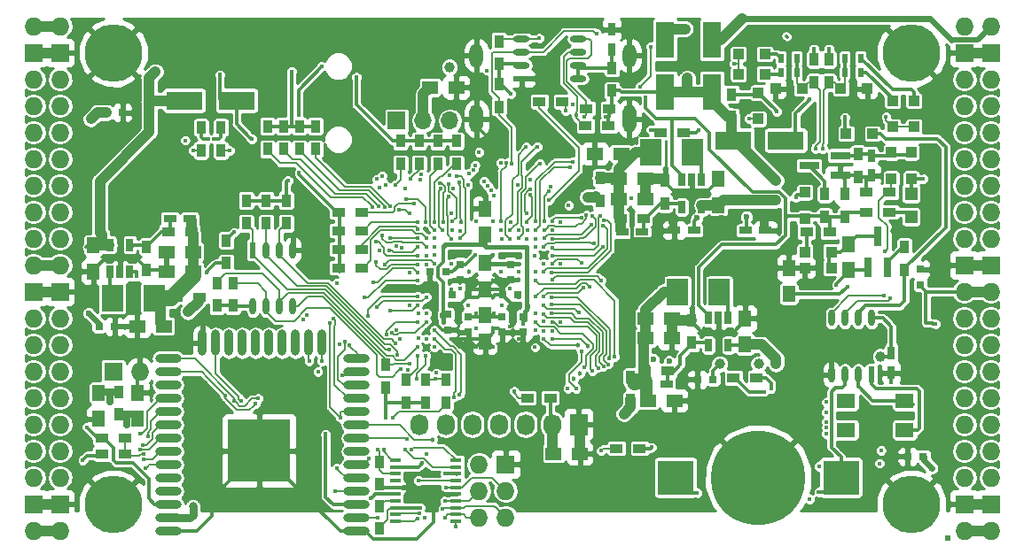
<source format=gbl>
G04 #@! TF.GenerationSoftware,KiCad,Pcbnew,5.0.0-rc2-dev-unknown+dfsg1+20180318-2*
G04 #@! TF.CreationDate,2018-04-18T14:44:27+02:00*
G04 #@! TF.ProjectId,ulx3s,756C7833732E6B696361645F70636200,rev?*
G04 #@! TF.SameCoordinates,Original*
G04 #@! TF.FileFunction,Copper,L4,Bot,Signal*
G04 #@! TF.FilePolarity,Positive*
%FSLAX46Y46*%
G04 Gerber Fmt 4.6, Leading zero omitted, Abs format (unit mm)*
G04 Created by KiCad (PCBNEW 5.0.0-rc2-dev-unknown+dfsg1+20180318-2) date Wed Apr 18 14:44:27 2018*
%MOMM*%
%LPD*%
G01*
G04 APERTURE LIST*
%ADD10R,1.700000X1.700000*%
%ADD11O,1.700000X1.700000*%
%ADD12R,0.900000X1.200000*%
%ADD13O,1.727200X1.727200*%
%ADD14R,1.727200X1.727200*%
%ADD15R,0.500000X0.500000*%
%ADD16R,1.800000X3.500000*%
%ADD17R,1.200000X0.900000*%
%ADD18R,2.000000X2.500000*%
%ADD19R,0.700000X1.200000*%
%ADD20R,1.250000X1.500000*%
%ADD21R,1.500000X1.250000*%
%ADD22R,0.800000X1.900000*%
%ADD23R,1.900000X0.800000*%
%ADD24R,1.200000X0.750000*%
%ADD25R,0.750000X1.200000*%
%ADD26C,5.500000*%
%ADD27R,1.000000X0.400000*%
%ADD28R,1.727200X2.032000*%
%ADD29O,1.727200X2.032000*%
%ADD30R,3.500000X1.800000*%
%ADD31R,3.500000X3.300000*%
%ADD32C,9.000000*%
%ADD33R,1.000000X1.000000*%
%ADD34O,1.300000X2.700000*%
%ADD35O,1.300000X2.300000*%
%ADD36R,0.600000X1.550000*%
%ADD37O,0.600000X1.550000*%
%ADD38R,1.550000X0.600000*%
%ADD39O,1.550000X0.600000*%
%ADD40O,2.500000X0.900000*%
%ADD41O,0.900000X2.500000*%
%ADD42R,6.000000X6.000000*%
%ADD43R,1.800000X1.400000*%
%ADD44R,1.200000X1.200000*%
%ADD45R,0.750000X0.800000*%
%ADD46R,0.800000X0.750000*%
%ADD47R,0.500000X0.900000*%
%ADD48C,0.400000*%
%ADD49C,0.454000*%
%ADD50C,0.600000*%
%ADD51C,1.000000*%
%ADD52C,0.800000*%
%ADD53C,0.700000*%
%ADD54C,0.300000*%
%ADD55C,0.500000*%
%ADD56C,1.000000*%
%ADD57C,0.190000*%
%ADD58C,0.600000*%
%ADD59C,0.400000*%
%ADD60C,0.800000*%
%ADD61C,0.700000*%
%ADD62C,1.500000*%
%ADD63C,0.127000*%
%ADD64C,0.180000*%
%ADD65C,1.200000*%
%ADD66C,0.200000*%
%ADD67C,0.254000*%
G04 APERTURE END LIST*
D10*
X130056000Y-71725000D03*
D11*
X132596000Y-71725000D03*
X135136000Y-71725000D03*
D12*
X169919000Y-68065000D03*
X169919000Y-65865000D03*
D13*
X97910000Y-62690000D03*
X95370000Y-62690000D03*
D14*
X97910000Y-65230000D03*
X95370000Y-65230000D03*
D13*
X97910000Y-67770000D03*
X95370000Y-67770000D03*
X97910000Y-70310000D03*
X95370000Y-70310000D03*
X97910000Y-72850000D03*
X95370000Y-72850000D03*
X97910000Y-75390000D03*
X95370000Y-75390000D03*
X97910000Y-77930000D03*
X95370000Y-77930000D03*
X97910000Y-80470000D03*
X95370000Y-80470000D03*
X97910000Y-83010000D03*
X95370000Y-83010000D03*
X97910000Y-85550000D03*
X95370000Y-85550000D03*
D14*
X97910000Y-88090000D03*
X95370000Y-88090000D03*
D13*
X97910000Y-90630000D03*
X95370000Y-90630000D03*
X97910000Y-93170000D03*
X95370000Y-93170000D03*
X97910000Y-95710000D03*
X95370000Y-95710000D03*
X97910000Y-98250000D03*
X95370000Y-98250000D03*
X97910000Y-100790000D03*
X95370000Y-100790000D03*
X97910000Y-103330000D03*
X95370000Y-103330000D03*
X97910000Y-105870000D03*
X95370000Y-105870000D03*
D14*
X97910000Y-108410000D03*
X95370000Y-108410000D03*
D13*
X97910000Y-110950000D03*
X95370000Y-110950000D03*
D15*
X182675150Y-111637626D03*
D12*
X103498000Y-99858000D03*
X103498000Y-97658000D03*
D16*
X155695000Y-69000000D03*
X155695000Y-64000000D03*
D17*
X157430000Y-72850000D03*
X155230000Y-72850000D03*
D18*
X160870000Y-88090000D03*
X156870000Y-88090000D03*
D19*
X159825000Y-90600000D03*
X160775000Y-90600000D03*
X161725000Y-90600000D03*
X161725000Y-93200000D03*
X159825000Y-93200000D03*
D18*
X102895000Y-88725000D03*
X106895000Y-88725000D03*
D19*
X104575000Y-86215000D03*
X103625000Y-86215000D03*
X102675000Y-86215000D03*
X102675000Y-83615000D03*
X104575000Y-83615000D03*
D18*
X158330000Y-74755000D03*
X154330000Y-74755000D03*
D19*
X157285000Y-77392000D03*
X158235000Y-77392000D03*
X159185000Y-77392000D03*
X159185000Y-79992000D03*
X157285000Y-79992000D03*
D20*
X101085000Y-83665000D03*
X101085000Y-86165000D03*
D21*
X153810000Y-90630000D03*
X156310000Y-90630000D03*
X153810000Y-92535000D03*
X156310000Y-92535000D03*
D20*
X163315000Y-93150000D03*
X163315000Y-90650000D03*
D21*
X151270000Y-79200000D03*
X153770000Y-79200000D03*
X151270000Y-77295000D03*
X153770000Y-77295000D03*
D20*
X160775000Y-79815000D03*
X160775000Y-77315000D03*
D21*
X110590000Y-84280000D03*
X108090000Y-84280000D03*
X110590000Y-86185000D03*
X108090000Y-86185000D03*
D20*
X173221000Y-86038000D03*
X173221000Y-83538000D03*
D22*
X176965000Y-85780000D03*
X175065000Y-85780000D03*
X176015000Y-82780000D03*
D23*
X172435000Y-75075000D03*
X172435000Y-76975000D03*
X169435000Y-76025000D03*
D24*
X153910000Y-96910000D03*
X155810000Y-96910000D03*
X151570000Y-82375000D03*
X153470000Y-82375000D03*
X110290000Y-81105000D03*
X108390000Y-81105000D03*
D25*
X175380000Y-75075000D03*
X175380000Y-76975000D03*
D17*
X169200000Y-82375000D03*
X171400000Y-82375000D03*
D12*
X172840000Y-80935000D03*
X172840000Y-78735000D03*
D17*
X177115000Y-80470000D03*
X174915000Y-80470000D03*
D12*
X174110000Y-74925000D03*
X174110000Y-77125000D03*
X178555000Y-83815000D03*
X178555000Y-86015000D03*
X113785000Y-83180000D03*
X113785000Y-85380000D03*
X170935000Y-80935000D03*
X170935000Y-78735000D03*
X128390000Y-108580000D03*
X128390000Y-110780000D03*
D17*
X153239000Y-103076000D03*
X151039000Y-103076000D03*
X177115000Y-78565000D03*
X174915000Y-78565000D03*
X153760000Y-95640000D03*
X155960000Y-95640000D03*
X110440000Y-82375000D03*
X108240000Y-82375000D03*
X151420000Y-81105000D03*
X153620000Y-81105000D03*
D12*
X158235000Y-90800000D03*
X158235000Y-93000000D03*
X106165000Y-86015000D03*
X106165000Y-83815000D03*
X155695000Y-77465000D03*
X155695000Y-79665000D03*
D17*
X126696000Y-85804000D03*
X124496000Y-85804000D03*
X126696000Y-84026000D03*
X124496000Y-84026000D03*
X126696000Y-82248000D03*
X124496000Y-82248000D03*
X126696000Y-80470000D03*
X124496000Y-80470000D03*
D12*
X130422000Y-75873000D03*
X130422000Y-73673000D03*
X132200000Y-75873000D03*
X132200000Y-73673000D03*
X133993000Y-75873000D03*
X133993000Y-73673000D03*
X135771000Y-75873000D03*
X135771000Y-73673000D03*
D25*
X150589600Y-64910000D03*
X150589600Y-63010000D03*
D13*
X184270000Y-110950000D03*
X186810000Y-110950000D03*
D14*
X184270000Y-108410000D03*
X186810000Y-108410000D03*
D13*
X184270000Y-105870000D03*
X186810000Y-105870000D03*
X184270000Y-103330000D03*
X186810000Y-103330000D03*
X184270000Y-100790000D03*
X186810000Y-100790000D03*
X184270000Y-98250000D03*
X186810000Y-98250000D03*
X184270000Y-95710000D03*
X186810000Y-95710000D03*
X184270000Y-93170000D03*
X186810000Y-93170000D03*
X184270000Y-90630000D03*
X186810000Y-90630000D03*
X184270000Y-88090000D03*
X186810000Y-88090000D03*
D14*
X184270000Y-85550000D03*
X186810000Y-85550000D03*
D13*
X184270000Y-83010000D03*
X186810000Y-83010000D03*
X184270000Y-80470000D03*
X186810000Y-80470000D03*
X184270000Y-77930000D03*
X186810000Y-77930000D03*
X184270000Y-75390000D03*
X186810000Y-75390000D03*
X184270000Y-72850000D03*
X186810000Y-72850000D03*
X184270000Y-70310000D03*
X186810000Y-70310000D03*
X184270000Y-67770000D03*
X186810000Y-67770000D03*
D14*
X184270000Y-65230000D03*
X186810000Y-65230000D03*
D13*
X184270000Y-62690000D03*
X186810000Y-62690000D03*
D26*
X102990000Y-108410000D03*
X179190000Y-108410000D03*
X179190000Y-65230000D03*
X102990000Y-65230000D03*
D12*
X162045000Y-71410000D03*
X162045000Y-69210000D03*
X139820000Y-66330000D03*
X139820000Y-64130000D03*
X139835000Y-68212000D03*
X139835000Y-70412000D03*
X150615000Y-68870000D03*
X150615000Y-66670000D03*
D17*
X150275000Y-72215000D03*
X148075000Y-72215000D03*
X150380000Y-70600000D03*
X148180000Y-70600000D03*
D27*
X135735000Y-104215000D03*
X135735000Y-104865000D03*
X135735000Y-105515000D03*
X135735000Y-106165000D03*
X135735000Y-106815000D03*
X135735000Y-107465000D03*
X135735000Y-108115000D03*
X135735000Y-108765000D03*
X135735000Y-109415000D03*
X135735000Y-110065000D03*
X129935000Y-110065000D03*
X129935000Y-109415000D03*
X129935000Y-108765000D03*
X129935000Y-108115000D03*
X129935000Y-107465000D03*
X129935000Y-106815000D03*
X129935000Y-106165000D03*
X129935000Y-105515000D03*
X129935000Y-104865000D03*
X129935000Y-104215000D03*
D12*
X119500000Y-79370000D03*
X119500000Y-81570000D03*
X114420000Y-89444000D03*
X114420000Y-87244000D03*
X129025000Y-97275000D03*
X129025000Y-95075000D03*
X117595000Y-79370000D03*
X117595000Y-81570000D03*
X112896000Y-89444000D03*
X112896000Y-87244000D03*
X115690000Y-79370000D03*
X115690000Y-81570000D03*
D17*
X144730000Y-98250000D03*
X142530000Y-98250000D03*
D12*
X132835000Y-98715000D03*
X132835000Y-96515000D03*
X130930000Y-98715000D03*
X130930000Y-96515000D03*
D17*
X101890000Y-103600000D03*
X104090000Y-103600000D03*
D14*
X102990000Y-95710000D03*
D13*
X105530000Y-95710000D03*
D17*
X104090000Y-102060000D03*
X101890000Y-102060000D03*
D20*
X167506000Y-88324000D03*
X167506000Y-85824000D03*
D17*
X164415000Y-96345000D03*
X162215000Y-96345000D03*
D14*
X140455000Y-104600000D03*
D13*
X137915000Y-104600000D03*
X140455000Y-107140000D03*
X137915000Y-107140000D03*
X140455000Y-109680000D03*
X137915000Y-109680000D03*
D20*
X138500000Y-90370000D03*
X138500000Y-92870000D03*
X138500000Y-82670000D03*
X138500000Y-80170000D03*
X138500000Y-85370000D03*
X138500000Y-87870000D03*
X101593000Y-97762000D03*
X101593000Y-100262000D03*
D12*
X113277000Y-74585000D03*
X113277000Y-72385000D03*
X111372000Y-74585000D03*
X111372000Y-72385000D03*
X171316000Y-68065000D03*
X171316000Y-65865000D03*
D28*
X147440000Y-100790000D03*
D29*
X144900000Y-100790000D03*
X142360000Y-100790000D03*
X139820000Y-100790000D03*
X137280000Y-100790000D03*
X134740000Y-100790000D03*
X132200000Y-100790000D03*
D20*
X105276000Y-100262000D03*
X105276000Y-97762000D03*
D30*
X109761000Y-69802000D03*
X114761000Y-69802000D03*
X167212000Y-73612000D03*
X162212000Y-73612000D03*
D16*
X160140000Y-64000000D03*
X160140000Y-69000000D03*
D21*
X154064000Y-98504000D03*
X156564000Y-98504000D03*
X107796000Y-91392000D03*
X105296000Y-91392000D03*
X151484000Y-74882000D03*
X148984000Y-74882000D03*
D12*
X134740000Y-96515000D03*
X134740000Y-98715000D03*
D31*
X172485000Y-105870000D03*
X156685000Y-105870000D03*
D32*
X164585000Y-105870000D03*
D33*
X168756000Y-68659000D03*
X166256000Y-68659000D03*
X172479000Y-68659000D03*
X174979000Y-68659000D03*
X169050000Y-84280000D03*
X171550000Y-84280000D03*
X169030000Y-81085000D03*
X169030000Y-78585000D03*
X171550000Y-85804000D03*
X169050000Y-85804000D03*
X179190000Y-77275000D03*
X179190000Y-74775000D03*
X177285000Y-74775000D03*
X177285000Y-77275000D03*
X172987000Y-72977000D03*
X175487000Y-72977000D03*
X164585000Y-69060000D03*
X164585000Y-71560000D03*
D12*
X128390000Y-106546000D03*
X128390000Y-104346000D03*
X117722000Y-74458000D03*
X117722000Y-72258000D03*
X119246000Y-74458000D03*
X119246000Y-72258000D03*
X120770000Y-74458000D03*
X120770000Y-72258000D03*
X122294000Y-74458000D03*
X122294000Y-72258000D03*
D17*
X145880000Y-69900000D03*
X143680000Y-69900000D03*
D34*
X152280000Y-71550000D03*
X137680000Y-71550000D03*
D35*
X137680000Y-65500000D03*
X152280000Y-65500000D03*
D36*
X175395000Y-96015000D03*
D37*
X174125000Y-96015000D03*
X172855000Y-96015000D03*
X171585000Y-96015000D03*
X171585000Y-90615000D03*
X172855000Y-90615000D03*
X174125000Y-90615000D03*
X175395000Y-90615000D03*
D38*
X141980000Y-67706500D03*
D39*
X141980000Y-66436500D03*
X141980000Y-65166500D03*
X141980000Y-63896500D03*
X147380000Y-63896500D03*
X147380000Y-65166500D03*
X147380000Y-66436500D03*
X147380000Y-67706500D03*
D36*
X116325000Y-84120000D03*
D37*
X117595000Y-84120000D03*
X118865000Y-84120000D03*
X120135000Y-84120000D03*
X120135000Y-89520000D03*
X118865000Y-89520000D03*
X117595000Y-89520000D03*
X116325000Y-89520000D03*
D40*
X126230000Y-111000000D03*
X126230000Y-109730000D03*
X126230000Y-108460000D03*
X126230000Y-107190000D03*
X126230000Y-105920000D03*
X126230000Y-104650000D03*
X126230000Y-103380000D03*
X126230000Y-102110000D03*
X126230000Y-100840000D03*
X126230000Y-99570000D03*
X126230000Y-98300000D03*
X126230000Y-97030000D03*
X126230000Y-95760000D03*
X126230000Y-94490000D03*
D41*
X122945000Y-93000000D03*
X121675000Y-93000000D03*
X120405000Y-93000000D03*
X119135000Y-93000000D03*
X117865000Y-93000000D03*
X116595000Y-93000000D03*
X115325000Y-93000000D03*
X114055000Y-93000000D03*
X112785000Y-93000000D03*
X111515000Y-93000000D03*
D40*
X108230000Y-94490000D03*
X108230000Y-95760000D03*
X108230000Y-97030000D03*
X108230000Y-98300000D03*
X108230000Y-99570000D03*
X108230000Y-100840000D03*
X108230000Y-102110000D03*
X108230000Y-103380000D03*
X108230000Y-104650000D03*
X108230000Y-105920000D03*
X108230000Y-107190000D03*
X108230000Y-108460000D03*
X108230000Y-109730000D03*
X108230000Y-111000000D03*
D42*
X116930000Y-103300000D03*
D43*
X178576000Y-98522000D03*
X172976000Y-98522000D03*
X172976000Y-101322000D03*
X178576000Y-101322000D03*
D44*
X179190000Y-78735000D03*
X179190000Y-80935000D03*
D45*
X140900000Y-86970000D03*
X140900000Y-85470000D03*
X136100000Y-86970000D03*
X136100000Y-85470000D03*
X136900000Y-91970000D03*
X136900000Y-90470000D03*
X140100000Y-91970000D03*
X140100000Y-90470000D03*
X142100000Y-91970000D03*
X142100000Y-90470000D03*
X134900000Y-91770000D03*
X134900000Y-90270000D03*
D46*
X136850000Y-88420000D03*
X135350000Y-88420000D03*
X140150000Y-88420000D03*
X141650000Y-88420000D03*
D24*
X163350000Y-82220000D03*
X165250000Y-82220000D03*
X158450000Y-82220000D03*
X156550000Y-82220000D03*
D25*
X177300000Y-93950000D03*
X177300000Y-95850000D03*
D47*
X166756000Y-67135000D03*
X168256000Y-67135000D03*
X174350000Y-67120000D03*
X172850000Y-67120000D03*
D33*
X162700000Y-67262000D03*
X165200000Y-67262000D03*
X165200000Y-65357000D03*
X162700000Y-65357000D03*
X177412000Y-72322000D03*
X177412000Y-69822000D03*
X179444000Y-69822000D03*
X179444000Y-72322000D03*
D47*
X166756000Y-65738000D03*
X168256000Y-65738000D03*
X172852000Y-65738000D03*
X174352000Y-65738000D03*
D12*
X152393000Y-96261000D03*
X152393000Y-98461000D03*
D17*
X109002000Y-88598000D03*
X111202000Y-88598000D03*
D12*
X149472000Y-77211000D03*
X149472000Y-79411000D03*
D21*
X145047000Y-103584000D03*
X147547000Y-103584000D03*
X133251000Y-68550000D03*
X135751000Y-68550000D03*
D46*
X103870000Y-70963000D03*
X102370000Y-70963000D03*
X103120000Y-91410000D03*
X101620000Y-91410000D03*
D45*
X180094000Y-85961000D03*
X180094000Y-87461000D03*
D46*
X178848000Y-103856000D03*
X180348000Y-103856000D03*
X158770000Y-96490000D03*
X160270000Y-96490000D03*
X133230000Y-86200000D03*
X134730000Y-86200000D03*
D48*
X124632693Y-93120351D03*
X138480000Y-92600000D03*
X140080000Y-92600000D03*
X135280000Y-87000000D03*
X145687392Y-90996646D03*
D49*
X141675979Y-86986521D03*
D48*
X140876932Y-84552536D03*
X132882184Y-84635369D03*
X132879996Y-82103336D03*
X140922639Y-81447441D03*
X177287984Y-96778661D03*
D50*
X152510125Y-81695229D03*
D48*
X141740000Y-70201000D03*
X131264297Y-86227110D03*
X173856000Y-71538990D03*
D51*
X164947008Y-63194069D03*
X175494572Y-64322557D03*
D48*
X135342764Y-89381630D03*
X144103496Y-84660400D03*
D51*
X177658444Y-82281349D03*
D48*
X145680000Y-81405125D03*
X145691238Y-94166752D03*
D51*
X162956098Y-95078488D03*
X158539988Y-94868772D03*
D50*
X161075765Y-80992022D03*
X164882869Y-80938986D03*
X156262773Y-81349374D03*
X123437000Y-108972000D03*
D48*
X135281276Y-80583119D03*
X131279502Y-89407325D03*
X170309539Y-85441529D03*
X145672808Y-85396062D03*
X133216000Y-107465000D03*
X137680000Y-88600000D03*
X142480000Y-95000000D03*
X141680000Y-92600000D03*
X135284627Y-94985297D03*
X135288625Y-94225619D03*
X134455822Y-94267172D03*
X136095958Y-93369652D03*
D49*
X139264636Y-91615205D03*
D51*
X116880503Y-64802940D03*
X106974809Y-64953974D03*
D48*
X140874194Y-91433353D03*
X142480000Y-94200000D03*
X140880000Y-93400000D03*
X139280000Y-93400000D03*
X137680000Y-93400000D03*
X136880000Y-92600000D03*
X135280000Y-92600000D03*
X132880000Y-91800000D03*
X132880000Y-93400000D03*
D49*
X139280000Y-87000000D03*
X137680000Y-87000000D03*
X136080000Y-84600000D03*
X139280000Y-88600000D03*
D51*
X107021491Y-67043629D03*
D48*
X172047074Y-87438453D03*
D51*
X166255545Y-79350736D03*
X166275426Y-77452540D03*
X157807568Y-67669269D03*
X101707889Y-82423180D03*
X166284693Y-95025145D03*
D48*
X150030853Y-71331848D03*
D51*
X157600000Y-62944000D03*
D50*
X181155918Y-104980708D03*
D48*
X171089123Y-98665996D03*
X171089123Y-99619659D03*
D51*
X135105588Y-66616618D03*
D48*
X181491000Y-91156000D03*
X140936031Y-69178713D03*
X138653686Y-66932248D03*
X135279386Y-87846456D03*
X119692151Y-77494120D03*
X113660608Y-89375718D03*
D51*
X148268387Y-79050018D03*
D48*
X137659051Y-91638034D03*
X158870000Y-72596000D03*
X114513935Y-82409431D03*
X109840000Y-73620000D03*
X132110753Y-92527478D03*
X165803369Y-97344883D03*
D51*
X160905403Y-95006436D03*
D50*
X158731133Y-81048929D03*
X154593901Y-94607945D03*
X156088245Y-94762980D03*
D51*
X164625730Y-94982471D03*
D50*
X163462982Y-80942429D03*
D51*
X176254940Y-94288458D03*
D52*
X110593913Y-108636458D03*
D48*
X180340784Y-77316932D03*
X173137949Y-87594275D03*
D53*
X102710050Y-98594954D03*
D48*
X129005202Y-100174798D03*
X176305593Y-103279812D03*
X100080000Y-104200000D03*
X139272517Y-84611349D03*
X141680000Y-86200000D03*
X132880000Y-92600000D03*
X141680000Y-88600000D03*
X141680000Y-85400000D03*
X130019546Y-91732979D03*
X121431221Y-90311593D03*
X130384540Y-92584728D03*
X121088335Y-90753785D03*
X146394787Y-97333919D03*
X143300000Y-86220000D03*
X144891603Y-91881937D03*
X147175985Y-97333919D03*
X147700000Y-93820000D03*
X142107219Y-91201016D03*
D51*
X110128890Y-90028152D03*
D48*
X142480000Y-83800000D03*
X134480000Y-83800000D03*
X134480000Y-91000000D03*
X120664983Y-71227362D03*
X122926177Y-66532317D03*
X153843282Y-69469828D03*
X105245010Y-86595559D03*
X169517039Y-69686488D03*
X170362901Y-107286196D03*
X158716651Y-107325176D03*
X136028224Y-97922729D03*
X128216338Y-109760338D03*
X132708000Y-109680000D03*
X134750646Y-106810513D03*
X133680000Y-91800000D03*
X135517016Y-98167170D03*
X134675868Y-108131585D03*
D49*
X133449289Y-102232615D03*
D48*
X133680000Y-92600000D03*
X132928488Y-103601340D03*
X127419091Y-104077728D03*
X133685482Y-93402296D03*
X134463998Y-108841973D03*
X131986331Y-96404793D03*
X131039072Y-102187000D03*
X134636872Y-109719950D03*
X132846234Y-94197073D03*
X176700000Y-84220000D03*
X143260000Y-84620000D03*
X120739932Y-76694083D03*
X126204504Y-67585368D03*
X147983153Y-71347080D03*
X147186000Y-71200000D03*
X127810351Y-87182069D03*
X121687479Y-94718249D03*
X132083026Y-86260405D03*
X116569594Y-98828850D03*
X113700000Y-98020000D03*
X122932649Y-94724357D03*
X124849021Y-96102869D03*
X122527919Y-95725900D03*
X113157250Y-67343629D03*
X116198000Y-73474420D03*
X127586603Y-107875044D03*
X146180000Y-70800000D03*
X131453853Y-103208291D03*
X149787294Y-81774991D03*
X144080000Y-86200000D03*
X149553145Y-86989440D03*
X144894316Y-86977564D03*
X144896700Y-83863953D03*
X149527221Y-80838006D03*
D49*
X147343891Y-93217126D03*
D48*
X144113248Y-92588762D03*
X149853189Y-81252115D03*
X144875155Y-86292748D03*
X144916886Y-83019942D03*
X148696112Y-80861847D03*
D49*
X148349010Y-93322307D03*
D48*
X144882352Y-92577990D03*
X144902941Y-91037926D03*
X148747982Y-95669626D03*
X144867244Y-90193915D03*
X149795895Y-95251084D03*
X144856756Y-89349904D03*
X150278898Y-95040253D03*
X150345974Y-94517527D03*
X144877648Y-88622010D03*
X150889207Y-94332565D03*
X143280000Y-87000000D03*
X129972715Y-93035096D03*
X131084713Y-95564177D03*
X130422000Y-95456000D03*
X131316164Y-94959140D03*
X130123373Y-94122671D03*
X132031990Y-93400000D03*
X129362027Y-93645784D03*
X141280657Y-97642010D03*
X133852393Y-95875797D03*
X133762848Y-96395146D03*
X132080000Y-94200000D03*
X128452683Y-84116867D03*
X105890482Y-103613569D03*
X129449238Y-89937935D03*
X130839477Y-103208987D03*
X132075624Y-89410644D03*
X128806823Y-103185900D03*
X128136791Y-89611518D03*
X132162861Y-106185868D03*
X132880000Y-88600000D03*
X126970181Y-88659309D03*
X124322162Y-105002357D03*
X132080000Y-87000000D03*
X125525099Y-93236764D03*
X124202418Y-107207639D03*
X110599084Y-74589383D03*
X132024412Y-109766775D03*
X114104080Y-74612196D03*
X132219727Y-109277292D03*
X115190634Y-98572389D03*
X131677570Y-79697994D03*
X132088008Y-81408008D03*
X132079995Y-82103334D03*
X132872609Y-82947347D03*
X133664491Y-81414685D03*
X133648389Y-82190597D03*
X131353451Y-77264702D03*
X129920953Y-77910818D03*
X129568570Y-92005655D03*
X132880000Y-91000000D03*
X129055731Y-92162718D03*
X132077338Y-91002010D03*
X131265176Y-80621782D03*
X130272149Y-80238214D03*
X128091794Y-85277024D03*
X132089786Y-85479378D03*
X146880000Y-70200000D03*
X134250176Y-78253806D03*
X163703220Y-71542164D03*
X134433979Y-82180155D03*
X135656559Y-110610712D03*
X149577281Y-103320847D03*
X132468001Y-104503413D03*
D53*
X104260000Y-100790000D03*
D48*
X114560994Y-98539563D03*
X116800000Y-98320000D03*
X111895217Y-86253790D03*
X170383147Y-104803648D03*
X165170594Y-97666317D03*
X169506589Y-107953726D03*
X170026483Y-74446860D03*
X142571021Y-82204353D03*
X143287402Y-83042010D03*
X154425580Y-102987766D03*
X168166438Y-79108038D03*
X112614274Y-73474420D03*
X112074854Y-73474420D03*
X176185734Y-104520755D03*
X143269694Y-93414905D03*
X171089123Y-101653244D03*
X143280000Y-91800000D03*
X171089123Y-101086833D03*
X144064831Y-91877646D03*
X171089123Y-100559822D03*
X144080000Y-90956495D03*
X135315381Y-82193851D03*
X135414395Y-78229653D03*
X135132058Y-76987187D03*
X136124555Y-82260038D03*
X135778528Y-77069750D03*
X136080000Y-83000000D03*
X142785835Y-77341923D03*
X170739071Y-74406366D03*
X142460000Y-83020000D03*
X143280000Y-83800000D03*
X169919000Y-64849000D03*
X171316000Y-64849000D03*
X125110333Y-92897638D03*
X124361185Y-87274371D03*
X124361184Y-87274370D03*
X182675150Y-111637626D03*
X172853718Y-71407275D03*
X166353476Y-70835462D03*
X123273881Y-101715917D03*
X129660000Y-100155000D03*
X128247798Y-103208979D03*
X127301115Y-90454353D03*
X132084049Y-88558274D03*
X120008000Y-67008000D03*
X129437600Y-79946788D03*
X133680000Y-83000000D03*
X128908575Y-79985477D03*
X133680000Y-83800000D03*
X128328791Y-79953099D03*
X130487935Y-83869856D03*
X127749884Y-79991140D03*
X128913013Y-85505853D03*
X129992018Y-83691508D03*
X133680000Y-85400000D03*
X136080000Y-87800000D03*
X137624890Y-90122896D03*
X139322319Y-90164039D03*
X140080000Y-89400000D03*
X136880000Y-89400000D03*
X140896226Y-87816226D03*
D49*
X136938110Y-86196311D03*
D48*
X140014602Y-86192969D03*
D51*
X151758000Y-99774000D03*
D48*
X135021320Y-79024950D03*
X135280000Y-83022010D03*
X154298000Y-72596000D03*
X100450000Y-101044000D03*
X132285867Y-108754446D03*
X134707351Y-105508447D03*
X139280000Y-81400000D03*
X139314656Y-78918689D03*
X139039938Y-78419090D03*
X138722927Y-77981589D03*
X138405916Y-77551542D03*
X137925244Y-74739570D03*
X137680000Y-81400000D03*
X137528501Y-75984774D03*
X137358104Y-76483473D03*
X136939551Y-76803711D03*
X136894606Y-77861070D03*
X136233339Y-81437235D03*
X136050594Y-77644475D03*
X135359567Y-81395445D03*
X135034780Y-77831198D03*
X134508502Y-81406751D03*
X134177298Y-77721089D03*
D49*
X146942280Y-96452058D03*
X147534467Y-95913260D03*
D48*
X147928857Y-95339016D03*
X143322010Y-91000657D03*
X149284391Y-95377990D03*
X144077013Y-90266968D03*
X147430953Y-90112484D03*
X144076240Y-89395301D03*
X143322010Y-90201951D03*
X147910791Y-87683418D03*
X144082832Y-88584510D03*
X148483539Y-87623462D03*
X143322010Y-88595030D03*
X144102010Y-85397219D03*
X144889349Y-85448737D03*
X147687390Y-85374093D03*
X144912409Y-84657964D03*
X149732494Y-83807694D03*
X148921512Y-83442010D03*
X144103186Y-83777990D03*
X144131413Y-83000000D03*
X148610661Y-81705858D03*
X144888125Y-82175931D03*
X144176662Y-82199998D03*
X148175253Y-80781550D03*
X144887777Y-81331919D03*
X147688311Y-80983115D03*
X142450323Y-81420000D03*
X142811300Y-78846033D03*
X142784407Y-78283067D03*
X142460000Y-80620000D03*
X144138346Y-81383767D03*
X144606344Y-78517346D03*
X144791531Y-78023942D03*
X146587441Y-76174058D03*
X143332651Y-82197990D03*
X143294334Y-81377293D03*
X146901448Y-75654906D03*
X143708879Y-75817300D03*
X141727010Y-82998875D03*
X141727010Y-82194937D03*
X140028978Y-82200000D03*
X141624813Y-77914503D03*
X142418848Y-74257965D03*
X140861329Y-83041266D03*
X143457010Y-74219135D03*
X140872990Y-82177164D03*
X132309031Y-77342560D03*
X132428734Y-76829323D03*
X128644933Y-77015661D03*
X128152012Y-77332672D03*
X128446805Y-78179514D03*
X128961752Y-77878818D03*
X130878594Y-78253288D03*
X132820479Y-81400981D03*
X130952639Y-79249008D03*
X129458086Y-83004065D03*
X132079024Y-82947345D03*
X105572759Y-101661319D03*
X132881746Y-83791358D03*
X128691780Y-82737217D03*
X106276126Y-101893466D03*
X105840996Y-102767214D03*
X129302562Y-84153497D03*
X132083682Y-83791356D03*
X128062071Y-83328884D03*
X105553144Y-103208669D03*
X132092886Y-84635367D03*
X105847765Y-104138847D03*
X133671942Y-84595200D03*
X132896883Y-85469380D03*
X106088753Y-104974041D03*
X123709657Y-91064721D03*
X124707442Y-100126977D03*
X132900000Y-90180000D03*
X124015020Y-90635192D03*
X132100000Y-90157990D03*
X139992737Y-75748003D03*
X162271466Y-66284958D03*
X140028978Y-81400000D03*
X140517734Y-75793988D03*
X176797084Y-71341791D03*
X153261256Y-68515816D03*
X176605426Y-88507160D03*
X154329326Y-64643767D03*
X152497066Y-79193467D03*
X146481406Y-79819384D03*
X143650666Y-63862520D03*
X177211069Y-88764025D03*
X141042112Y-75846610D03*
X140060000Y-83020000D03*
X149134122Y-63424051D03*
X144606344Y-79361357D03*
D51*
X100855891Y-71574861D03*
D48*
X135280000Y-85400000D03*
D50*
X100652119Y-90162239D03*
D48*
X137550785Y-84577294D03*
X135280000Y-86200000D03*
D54*
X167336000Y-63706000D02*
X167252000Y-63622000D01*
D55*
X136188509Y-87050148D02*
X136609374Y-87050148D01*
X136609374Y-87050148D02*
X136850000Y-87290774D01*
X136850000Y-87290774D02*
X136850000Y-88027041D01*
D54*
X135280000Y-87000000D02*
X136070000Y-87000000D01*
X136070000Y-87000000D02*
X136100000Y-86970000D01*
X141662500Y-87000000D02*
X141675979Y-86986521D01*
X139280000Y-87000000D02*
X141662500Y-87000000D01*
X141354953Y-86986521D02*
X141675979Y-86986521D01*
X140773938Y-86994997D02*
X140782414Y-86986521D01*
X140782414Y-86986521D02*
X141354953Y-86986521D01*
X133680000Y-91000000D02*
X132880000Y-91800000D01*
X134450000Y-91770000D02*
X133680000Y-91000000D01*
X134900000Y-91770000D02*
X134450000Y-91770000D01*
X177300000Y-95850000D02*
X177300000Y-96766645D01*
X177300000Y-96766645D02*
X177287984Y-96778661D01*
X154842999Y-83027001D02*
X152648399Y-83027001D01*
X152510125Y-82888727D02*
X152510125Y-82119493D01*
X156550000Y-82220000D02*
X155650000Y-82220000D01*
X155650000Y-82220000D02*
X154842999Y-83027001D01*
X152648399Y-83027001D02*
X152510125Y-82888727D01*
X152510125Y-82119493D02*
X152510125Y-81695229D01*
X139163860Y-75537864D02*
X137472985Y-77228739D01*
X139163860Y-73733860D02*
X139163860Y-75537864D01*
X137472985Y-77228739D02*
X137472985Y-78092985D01*
X137680000Y-71550000D02*
X137680000Y-72250000D01*
X137680000Y-72250000D02*
X139163860Y-73733860D01*
X138500000Y-79120000D02*
X138500000Y-80170000D01*
X137472985Y-78092985D02*
X138500000Y-79120000D01*
X105276000Y-97762000D02*
X105276000Y-95964000D01*
X105276000Y-95964000D02*
X105530000Y-95710000D01*
X138500000Y-87870000D02*
X137137029Y-87870000D01*
X137137029Y-87870000D02*
X136979988Y-88027041D01*
X136979988Y-88027041D02*
X136850000Y-88027041D01*
X140150000Y-88420000D02*
X140150000Y-87836000D01*
X140150000Y-87836000D02*
X140150000Y-87618935D01*
X138500000Y-87870000D02*
X140116000Y-87870000D01*
X140116000Y-87870000D02*
X140150000Y-87836000D01*
X139280000Y-88600000D02*
X139230000Y-88600000D01*
X139230000Y-88600000D02*
X138500000Y-87870000D01*
X137680000Y-88600000D02*
X137770000Y-88600000D01*
X137770000Y-88600000D02*
X138500000Y-87870000D01*
D56*
X147547000Y-103584000D02*
X147547000Y-100897000D01*
D54*
X147547000Y-100897000D02*
X147440000Y-100790000D01*
X175494572Y-64322557D02*
X166075496Y-64322557D01*
X166075496Y-64322557D02*
X165447007Y-63694068D01*
X165447007Y-63694068D02*
X164947008Y-63194069D01*
X164882869Y-80938986D02*
X164882869Y-81852869D01*
X164882869Y-81852869D02*
X165250000Y-82220000D01*
X156262773Y-81349374D02*
X156262773Y-81932773D01*
X156262773Y-81932773D02*
X156550000Y-82220000D01*
X139264636Y-91615205D02*
X139745205Y-91615205D01*
X139745205Y-91615205D02*
X140100000Y-91970000D01*
D55*
X140150000Y-88420000D02*
X140150000Y-87606614D01*
X140150000Y-87606614D02*
X139543386Y-87000000D01*
D54*
X139543386Y-87000000D02*
X139280000Y-87000000D01*
D55*
X140150000Y-87618935D02*
X140773938Y-86994997D01*
D54*
X137680000Y-87000000D02*
X137680000Y-87050000D01*
X137680000Y-87050000D02*
X138500000Y-87870000D01*
X139280000Y-87000000D02*
X139280000Y-87090000D01*
X139280000Y-87090000D02*
X138500000Y-87870000D01*
X140150000Y-88420000D02*
X141150000Y-89420000D01*
X140150000Y-88420000D02*
X139460000Y-88420000D01*
X139460000Y-88420000D02*
X139280000Y-88600000D01*
X137680000Y-87000000D02*
X137680000Y-87298789D01*
D55*
X137680000Y-87298789D02*
X136850000Y-88128789D01*
D54*
X136850000Y-88128789D02*
X136850000Y-88420000D01*
X136110990Y-86995403D02*
X136110990Y-87288031D01*
X136850000Y-88027041D02*
X136850000Y-88420000D01*
X136110990Y-86995403D02*
X137675403Y-86995403D01*
X137675403Y-86995403D02*
X137680000Y-87000000D01*
X135850000Y-90220000D02*
X135850000Y-89545000D01*
X135850000Y-89545000D02*
X136795000Y-88600000D01*
X136795000Y-88600000D02*
X137397158Y-88600000D01*
X137397158Y-88600000D02*
X137680000Y-88600000D01*
D57*
X138029000Y-66332000D02*
X138115000Y-66246000D01*
D54*
X133415999Y-107664999D02*
X133216000Y-107465000D01*
X133612013Y-107861013D02*
X133415999Y-107664999D01*
X131991648Y-111780338D02*
X133612013Y-110159973D01*
X127810434Y-111780338D02*
X131991648Y-111780338D01*
X133612013Y-110159973D02*
X133612013Y-107861013D01*
X127060434Y-111030338D02*
X127810434Y-111780338D01*
X126260434Y-111030338D02*
X127060434Y-111030338D01*
D56*
X184270000Y-108410000D02*
X186810000Y-108410000D01*
X184270000Y-85550000D02*
X186810000Y-85550000D01*
X184270000Y-65230000D02*
X186810000Y-65230000D01*
X95370000Y-65230000D02*
X97910000Y-65230000D01*
X95370000Y-88090000D02*
X97910000Y-88090000D01*
X95370000Y-108410000D02*
X97910000Y-108410000D01*
D54*
X108260434Y-111030338D02*
X109060434Y-111030338D01*
X109060434Y-111030338D02*
X109140772Y-110950000D01*
X110957617Y-110950000D02*
X112380000Y-109527617D01*
X109140772Y-110950000D02*
X110957617Y-110950000D01*
X112380000Y-109527617D02*
X112380000Y-107854384D01*
X112380000Y-107854384D02*
X116904046Y-103330338D01*
X116904046Y-103330338D02*
X116960434Y-103330338D01*
X167506000Y-85824000D02*
X169927068Y-85824000D01*
X169927068Y-85824000D02*
X170109540Y-85641528D01*
X170109540Y-85641528D02*
X170309539Y-85441529D01*
X133216000Y-107465000D02*
X132214478Y-107465000D01*
X135735000Y-107465000D02*
X133216000Y-107465000D01*
X132214478Y-107465000D02*
X131572496Y-106823018D01*
X131572496Y-106823018D02*
X129919874Y-106823018D01*
X126260434Y-111030338D02*
X124660659Y-111030338D01*
X124660659Y-111030338D02*
X116960659Y-103330338D01*
X116960659Y-103330338D02*
X116960434Y-103330338D01*
X129935000Y-106815000D02*
X128659000Y-106815000D01*
X128659000Y-106815000D02*
X128390000Y-106546000D01*
X128390000Y-106546000D02*
X128558000Y-106546000D01*
X136126306Y-93400000D02*
X136095958Y-93369652D01*
X136880000Y-92600000D02*
X136110348Y-93369652D01*
X136049652Y-93369652D02*
X136095958Y-93369652D01*
X137680000Y-93400000D02*
X136126306Y-93400000D01*
X135280000Y-92600000D02*
X136049652Y-93369652D01*
X136110348Y-93369652D02*
X136095958Y-93369652D01*
X139264636Y-92054364D02*
X139264636Y-91936231D01*
X139264636Y-91936231D02*
X139264636Y-91615205D01*
X138550000Y-92769000D02*
X139264636Y-92054364D01*
X136880000Y-92600000D02*
X137680000Y-93400000D01*
X136880000Y-92600000D02*
X138381000Y-92600000D01*
X138381000Y-92600000D02*
X138550000Y-92769000D01*
X135280000Y-92600000D02*
X136880000Y-92600000D01*
X138550000Y-92769000D02*
X138649000Y-92769000D01*
X138649000Y-92769000D02*
X139280000Y-93400000D01*
X138550000Y-92769000D02*
X138311000Y-92769000D01*
X138311000Y-92769000D02*
X137680000Y-93400000D01*
X102210000Y-84915000D02*
X103625000Y-84915000D01*
X103625000Y-84915000D02*
X105215000Y-84915000D01*
X103625000Y-86215000D02*
X103625000Y-84915000D01*
X105215000Y-84915000D02*
X106165000Y-85865000D01*
X106165000Y-85865000D02*
X106165000Y-86015000D01*
X101085000Y-86165000D02*
X101085000Y-86040000D01*
X101085000Y-86040000D02*
X102210000Y-84915000D01*
X106165000Y-86015000D02*
X107920000Y-86015000D01*
X107920000Y-86015000D02*
X108090000Y-86185000D01*
D56*
X153770000Y-77295000D02*
X155525000Y-77295000D01*
D54*
X155525000Y-77295000D02*
X155695000Y-77465000D01*
D56*
X153770000Y-79200000D02*
X153770000Y-77295000D01*
D54*
X174110000Y-77125000D02*
X174745000Y-77125000D01*
X174745000Y-77125000D02*
X175230000Y-77125000D01*
X174915000Y-78565000D02*
X174915000Y-77295000D01*
X174915000Y-77295000D02*
X174745000Y-77125000D01*
X172840000Y-78735000D02*
X172840000Y-77380000D01*
X172840000Y-77380000D02*
X172435000Y-76975000D01*
X175230000Y-77125000D02*
X175380000Y-76975000D01*
X172435000Y-76975000D02*
X173960000Y-76975000D01*
X173960000Y-76975000D02*
X174110000Y-77125000D01*
X159850000Y-78365000D02*
X158235000Y-78365000D01*
X158235000Y-78365000D02*
X156445000Y-78365000D01*
X158235000Y-77235000D02*
X158235000Y-78365000D01*
X160775000Y-77315000D02*
X160775000Y-77440000D01*
X160775000Y-77440000D02*
X159850000Y-78365000D01*
X156445000Y-78365000D02*
X155695000Y-77615000D01*
X155695000Y-77615000D02*
X155695000Y-77465000D01*
D56*
X156310000Y-90630000D02*
X156310000Y-92535000D01*
X158235000Y-90800000D02*
X156480000Y-90800000D01*
D54*
X156480000Y-90800000D02*
X156310000Y-90630000D01*
X163315000Y-90650000D02*
X163315000Y-90834602D01*
X163315000Y-90834602D02*
X162249602Y-91900000D01*
X162249602Y-91900000D02*
X160775000Y-91900000D01*
X101085000Y-86165000D02*
X101085000Y-85929893D01*
X106165000Y-85944374D02*
X106165000Y-86015000D01*
X159185000Y-91900000D02*
X160775000Y-91900000D01*
X160775000Y-90600000D02*
X160775000Y-91900000D01*
X158235000Y-90800000D02*
X158235000Y-90950000D01*
X158235000Y-90950000D02*
X159185000Y-91900000D01*
X108090000Y-84280000D02*
X108090000Y-86185000D01*
X107625000Y-84745000D02*
X108090000Y-84280000D01*
X108070000Y-84260000D02*
X108090000Y-84280000D01*
X154495000Y-69000000D02*
X154487826Y-68992826D01*
X155695000Y-69000000D02*
X154495000Y-69000000D01*
X154487826Y-68992826D02*
X151487826Y-68992826D01*
X151487826Y-68992826D02*
X151365000Y-68870000D01*
X151365000Y-68870000D02*
X150615000Y-68870000D01*
D56*
X106407114Y-69940886D02*
X106407114Y-67658006D01*
X106521492Y-67543628D02*
X107021491Y-67043629D01*
X106407114Y-67658006D02*
X106521492Y-67543628D01*
D54*
X172047074Y-87336926D02*
X172047074Y-87438453D01*
X173221000Y-86163000D02*
X172047074Y-87336926D01*
X173221000Y-86038000D02*
X173221000Y-86163000D01*
D56*
X106407114Y-69940886D02*
X106407114Y-72833672D01*
X106407114Y-72833672D02*
X101707889Y-77532897D01*
X101707889Y-77532897D02*
X101707889Y-81716074D01*
X101707889Y-81716074D02*
X101707889Y-82423180D01*
X160790000Y-79800000D02*
X161239264Y-79350736D01*
X161239264Y-79350736D02*
X165548439Y-79350736D01*
X165548439Y-79350736D02*
X166255545Y-79350736D01*
X165775427Y-76952541D02*
X166275426Y-77452540D01*
X162045000Y-73222114D02*
X165775427Y-76952541D01*
X162045000Y-71410000D02*
X162045000Y-73222114D01*
X162045000Y-71410000D02*
X162045000Y-71260000D01*
X155695000Y-69000000D02*
X157800000Y-69000000D01*
X157800000Y-69000000D02*
X160140000Y-69000000D01*
D54*
X157807568Y-68376375D02*
X157800000Y-68383943D01*
D56*
X157807568Y-67669269D02*
X157807568Y-68376375D01*
X157800000Y-68383943D02*
X157800000Y-69000000D01*
D54*
X101733051Y-82423180D02*
X101707889Y-82423180D01*
X101913492Y-82603621D02*
X101733051Y-82423180D01*
D56*
X166284693Y-94494693D02*
X166284693Y-95025145D01*
X164940000Y-93150000D02*
X166284693Y-94494693D01*
X163315000Y-93150000D02*
X164940000Y-93150000D01*
D54*
X101085000Y-83665000D02*
X101684316Y-83665000D01*
X101684316Y-83665000D02*
X101913492Y-83435824D01*
D56*
X101913492Y-83435824D02*
X101913492Y-82603621D01*
D54*
X150275000Y-71465000D02*
X150380000Y-71360000D01*
X150380000Y-71360000D02*
X150380000Y-70600000D01*
X150615000Y-70935000D02*
X150615000Y-69995990D01*
X150615000Y-69995990D02*
X150615000Y-68870000D01*
X150313695Y-71331848D02*
X150030853Y-71331848D01*
X150141848Y-71331848D02*
X150030853Y-71331848D01*
X150275000Y-71465000D02*
X150141848Y-71331848D01*
X150275000Y-72215000D02*
X150275000Y-71465000D01*
X160140000Y-69000000D02*
X160140000Y-69850000D01*
D56*
X160140000Y-69850000D02*
X161700000Y-71410000D01*
D54*
X110610000Y-69548000D02*
X110610000Y-69802000D01*
D56*
X109975000Y-69802000D02*
X106546000Y-69802000D01*
X106546000Y-69802000D02*
X106419000Y-69929000D01*
X106419000Y-69929000D02*
X106407114Y-69940886D01*
D54*
X106419000Y-69675000D02*
X106419000Y-69929000D01*
X100572432Y-83665000D02*
X100424079Y-83813353D01*
X101085000Y-83665000D02*
X100572432Y-83665000D01*
X160790000Y-79800000D02*
X160775000Y-79815000D01*
X160775000Y-79940000D02*
X160775000Y-79815000D01*
X164925000Y-93150000D02*
X164240000Y-93150000D01*
X164240000Y-93150000D02*
X163315000Y-93150000D01*
X101085000Y-83665000D02*
X101085000Y-83790000D01*
D56*
X159185000Y-79835000D02*
X160755000Y-79835000D01*
D54*
X160755000Y-79835000D02*
X160775000Y-79815000D01*
X161725000Y-93200000D02*
X163265000Y-93200000D01*
X163265000Y-93200000D02*
X163315000Y-93150000D01*
X173221000Y-86038000D02*
X174807000Y-86038000D01*
X174807000Y-86038000D02*
X175065000Y-85780000D01*
D56*
X101085000Y-83665000D02*
X102625000Y-83665000D01*
D54*
X102625000Y-83665000D02*
X102675000Y-83615000D01*
X161700000Y-71410000D02*
X162045000Y-71410000D01*
X162045000Y-71753000D02*
X162045000Y-71410000D01*
X155695000Y-64000000D02*
X155695000Y-63368337D01*
X155695000Y-63368337D02*
X156119337Y-62944000D01*
D56*
X156119337Y-62944000D02*
X157600000Y-62944000D01*
X160140000Y-64000000D02*
X161015414Y-64000000D01*
D58*
X163074631Y-61940783D02*
X163399217Y-61940783D01*
D56*
X161015414Y-64000000D02*
X163074631Y-61940783D01*
D58*
X163399217Y-61940783D02*
X180980783Y-61940783D01*
D55*
X185540000Y-63960000D02*
X186810000Y-62690000D01*
D58*
X180980783Y-61940783D02*
X183000000Y-63960000D01*
D55*
X183000000Y-63960000D02*
X185540000Y-63960000D01*
D54*
X160905403Y-95006436D02*
X160270000Y-95641839D01*
X160270000Y-95641839D02*
X160270000Y-96490000D01*
D58*
X180363731Y-104188521D02*
X180855919Y-104680709D01*
X180363731Y-103837683D02*
X180363731Y-104188521D01*
X180855919Y-104680709D02*
X181155918Y-104980708D01*
X180348000Y-103856000D02*
X180348000Y-103938888D01*
D54*
X175395000Y-90615000D02*
X176473206Y-90615000D01*
X176473206Y-90615000D02*
X177300000Y-91441794D01*
X177300000Y-91441794D02*
X177300000Y-93050000D01*
X177300000Y-93050000D02*
X177300000Y-93950000D01*
X172937950Y-87794274D02*
X173137949Y-87594275D01*
X172914623Y-87794274D02*
X172937950Y-87794274D01*
X172384897Y-88324000D02*
X172914623Y-87794274D01*
X167506000Y-88324000D02*
X172384897Y-88324000D01*
X176254940Y-94288458D02*
X176961542Y-94288458D01*
X176961542Y-94288458D02*
X177300000Y-93950000D01*
X101877202Y-103767545D02*
X100512455Y-103767545D01*
X100512455Y-103767545D02*
X100080000Y-104200000D01*
X180094000Y-87461000D02*
X180094000Y-87564000D01*
X180094000Y-87564000D02*
X180620000Y-88090000D01*
X180602000Y-91105000D02*
X180602000Y-88108000D01*
X184270000Y-88090000D02*
X180620000Y-88090000D01*
X180620000Y-88090000D02*
X180602000Y-88108000D01*
X181253000Y-91156000D02*
X181491000Y-91156000D01*
X180602000Y-91105000D02*
X181202000Y-91105000D01*
X181202000Y-91105000D02*
X181253000Y-91156000D01*
X139820000Y-66330000D02*
X139820000Y-68062682D01*
X140736032Y-68978714D02*
X140936031Y-69178713D01*
X139820000Y-68062682D02*
X140736032Y-68978714D01*
X135279386Y-88129298D02*
X135279386Y-87846456D01*
X135350000Y-88420000D02*
X135279386Y-88349386D01*
X135279386Y-88349386D02*
X135279386Y-88129298D01*
X119585880Y-77494120D02*
X119500000Y-77580000D01*
X119500000Y-77580000D02*
X119500000Y-79370000D01*
X119692151Y-77494120D02*
X119585880Y-77494120D01*
X115690000Y-79370000D02*
X116896500Y-79370000D01*
X116896500Y-79370000D02*
X117595000Y-79370000D01*
X113660608Y-89434608D02*
X113660608Y-89375718D01*
X113670000Y-89444000D02*
X113660608Y-89434608D01*
X114420000Y-89444000D02*
X113670000Y-89444000D01*
X113660608Y-89429392D02*
X113660608Y-89375718D01*
X113646000Y-89444000D02*
X113660608Y-89429392D01*
X112896000Y-89444000D02*
X113646000Y-89444000D01*
D56*
X144900000Y-100790000D02*
X144900000Y-103437000D01*
D54*
X144900000Y-103437000D02*
X145047000Y-103584000D01*
D56*
X149080093Y-79019093D02*
X149049168Y-79050018D01*
X148975493Y-79050018D02*
X148268387Y-79050018D01*
X149049168Y-79050018D02*
X148975493Y-79050018D01*
D54*
X149080093Y-79019093D02*
X149472000Y-79411000D01*
X163462982Y-80942429D02*
X163462982Y-82107018D01*
X163462982Y-82107018D02*
X163350000Y-82220000D01*
X158450000Y-82220000D02*
X158450000Y-81330062D01*
X158450000Y-81330062D02*
X158731133Y-81048929D01*
D59*
X141680000Y-85400000D02*
X140900000Y-85400000D01*
X140900000Y-85400000D02*
X138530000Y-85400000D01*
D54*
X140500000Y-85470000D02*
X140830000Y-85470000D01*
X140830000Y-85470000D02*
X140900000Y-85400000D01*
X138430000Y-85440000D02*
X138500000Y-85370000D01*
X138530000Y-85400000D02*
X138500000Y-85370000D01*
X158616000Y-72850000D02*
X158870000Y-72596000D01*
X157430000Y-72850000D02*
X158616000Y-72850000D01*
X113785000Y-83138366D02*
X114313936Y-82609430D01*
X113785000Y-83180000D02*
X113785000Y-83138366D01*
X114313936Y-82609430D02*
X114513935Y-82409431D01*
X115690000Y-79370000D02*
X115690000Y-79220000D01*
X112856637Y-89483363D02*
X112896000Y-89444000D01*
X179190000Y-78735000D02*
X179190000Y-77275000D01*
X165803369Y-96833369D02*
X165803369Y-97062041D01*
X165315000Y-96345000D02*
X165803369Y-96833369D01*
X165803369Y-97062041D02*
X165803369Y-97344883D01*
X164415000Y-96345000D02*
X165315000Y-96345000D01*
D60*
X110593913Y-109202143D02*
X110593913Y-108636458D01*
X110593913Y-109476859D02*
X110593913Y-109202143D01*
X110310434Y-109760338D02*
X110593913Y-109476859D01*
X108260434Y-109760338D02*
X110310434Y-109760338D01*
D54*
X179190000Y-77075000D02*
X179431932Y-77316932D01*
X179431932Y-77316932D02*
X180057942Y-77316932D01*
X180057942Y-77316932D02*
X180340784Y-77316932D01*
D56*
X184270000Y-110950000D02*
X186810000Y-110950000D01*
X184270000Y-88090000D02*
X186810000Y-88090000D01*
D54*
X129025000Y-97275000D02*
X129025000Y-98800000D01*
X129025000Y-98800000D02*
X129025000Y-100155000D01*
X130930000Y-98715000D02*
X129110000Y-98715000D01*
X129110000Y-98715000D02*
X129025000Y-98800000D01*
D61*
X102710050Y-97683950D02*
X102710050Y-98099980D01*
X102736000Y-97658000D02*
X102710050Y-97683950D01*
X102710050Y-98099980D02*
X102710050Y-98594954D01*
X102736000Y-97658000D02*
X101870000Y-97658000D01*
X103498000Y-97658000D02*
X102736000Y-97658000D01*
D54*
X101870000Y-97658000D02*
X101720000Y-97508000D01*
X129025000Y-100155000D02*
X129005202Y-100174798D01*
X129025000Y-97275000D02*
X129025000Y-98175000D01*
X132835000Y-98715000D02*
X130930000Y-98715000D01*
X138550000Y-85042000D02*
X138188471Y-85042000D01*
X138550000Y-85042000D02*
X138841866Y-85042000D01*
X138841866Y-85042000D02*
X139272517Y-84611349D01*
X139195253Y-84534085D02*
X139272517Y-84611349D01*
X144730000Y-98250000D02*
X144730000Y-99266000D01*
X144730000Y-99266000D02*
X144730000Y-99400000D01*
X144730000Y-99400000D02*
X144730000Y-100620000D01*
X117595000Y-79370000D02*
X119500000Y-79370000D01*
X114480000Y-89500000D02*
X116305000Y-89500000D01*
X116305000Y-89500000D02*
X116325000Y-89520000D01*
X144900000Y-98250000D02*
X144730000Y-98250000D01*
X144730000Y-100620000D02*
X144900000Y-100790000D01*
X139820000Y-66330000D02*
X141875000Y-66330000D01*
X141875000Y-66330000D02*
X141980000Y-66435000D01*
D57*
X146493162Y-96651096D02*
X146975986Y-97133920D01*
X146975986Y-97133920D02*
X147175985Y-97333919D01*
X147700000Y-93820000D02*
X147700000Y-94825565D01*
X147700000Y-94825565D02*
X146493162Y-96032403D01*
X146493162Y-96032403D02*
X146493162Y-96651096D01*
D54*
X156010000Y-95710000D02*
X156524914Y-95710000D01*
X156524914Y-95710000D02*
X157145126Y-95089788D01*
X157145126Y-95089788D02*
X157145126Y-94239874D01*
X157145126Y-94239874D02*
X158235000Y-93150000D01*
X158235000Y-93150000D02*
X158235000Y-93000000D01*
X155960000Y-95640000D02*
X155960000Y-96760000D01*
X155960000Y-96760000D02*
X155810000Y-96910000D01*
X158235000Y-93000000D02*
X159625000Y-93000000D01*
X159625000Y-93000000D02*
X159825000Y-93200000D01*
X134480000Y-83800000D02*
X134480000Y-85276398D01*
X133991489Y-85764909D02*
X133991489Y-86679081D01*
X134480000Y-85276398D02*
X133991489Y-85764909D01*
X133991489Y-86679081D02*
X134480000Y-87167592D01*
X134480000Y-87167592D02*
X134480000Y-90620000D01*
X142280331Y-90715424D02*
X142107219Y-90888536D01*
X142107219Y-90918174D02*
X142107219Y-91201016D01*
X142107219Y-90888536D02*
X142107219Y-90918174D01*
D59*
X142280331Y-90019669D02*
X142280331Y-90715424D01*
X142480000Y-89820000D02*
X142280331Y-90019669D01*
D54*
X142100000Y-90470000D02*
X142280331Y-90650331D01*
X142280331Y-90650331D02*
X142280331Y-90715424D01*
D59*
X138350001Y-83600001D02*
X138550000Y-83800000D01*
X134480000Y-83800000D02*
X134679999Y-83600001D01*
X134679999Y-83600001D02*
X138350001Y-83600001D01*
X134480000Y-90620000D02*
X134480000Y-90220000D01*
D54*
X134900000Y-90270000D02*
X134530000Y-90270000D01*
X134530000Y-90270000D02*
X134480000Y-90220000D01*
D59*
X142480000Y-83800000D02*
X142480000Y-89820000D01*
D54*
X142650000Y-89420000D02*
X142650000Y-89650000D01*
X142650000Y-89650000D02*
X142480000Y-89820000D01*
D59*
X134480000Y-91000000D02*
X134480000Y-90620000D01*
D54*
X134350000Y-90220000D02*
X134350000Y-90490000D01*
X134350000Y-90490000D02*
X134480000Y-90620000D01*
D56*
X111124699Y-88838819D02*
X111124699Y-89032343D01*
X111124699Y-89032343D02*
X110128890Y-90028152D01*
D59*
X138550000Y-83800000D02*
X142480000Y-83800000D01*
D54*
X138550000Y-83298000D02*
X138550000Y-83800000D01*
X120664983Y-70944520D02*
X120664983Y-71227362D01*
X120664983Y-68793511D02*
X120664983Y-70944520D01*
X122926177Y-66532317D02*
X120664983Y-68793511D01*
X154861587Y-71564536D02*
X153843282Y-70546231D01*
X153843282Y-70546231D02*
X153843282Y-69752670D01*
X156330000Y-71564536D02*
X154861587Y-71564536D01*
X153843282Y-69752670D02*
X153843282Y-69469828D01*
X156330000Y-71564536D02*
X158568523Y-71564536D01*
X166628506Y-78573735D02*
X167183550Y-79128779D01*
X164021390Y-78573735D02*
X166628506Y-78573735D01*
X159926293Y-72922306D02*
X159926293Y-74478638D01*
X158568523Y-71564536D02*
X159926293Y-72922306D01*
X167183550Y-79128779D02*
X167183550Y-81105000D01*
X159926293Y-74478638D02*
X164021390Y-78573735D01*
X157285000Y-77235000D02*
X157285000Y-76985000D01*
X157285000Y-76985000D02*
X156319773Y-76019773D01*
X156319773Y-76019773D02*
X156319773Y-71574763D01*
X156319773Y-71574763D02*
X156330000Y-71564536D01*
X105245010Y-86312717D02*
X105245010Y-86595559D01*
X105245010Y-86235010D02*
X105245010Y-86312717D01*
X104575000Y-86215000D02*
X105225000Y-86215000D01*
X105225000Y-86215000D02*
X105245010Y-86235010D01*
X167183550Y-81105000D02*
X167183550Y-82681450D01*
X166265000Y-83600000D02*
X161080000Y-83600000D01*
X167183550Y-82681450D02*
X166265000Y-83600000D01*
X161080000Y-83600000D02*
X158880000Y-85800000D01*
X158880000Y-85800000D02*
X158880000Y-89400000D01*
X158880000Y-89400000D02*
X159825000Y-90345000D01*
X159825000Y-90345000D02*
X159825000Y-90600000D01*
X169030000Y-80885000D02*
X167403550Y-80885000D01*
X167403550Y-80885000D02*
X167183550Y-81105000D01*
X168980000Y-80885000D02*
X169030000Y-80885000D01*
X169030000Y-80885000D02*
X170885000Y-80885000D01*
X170885000Y-80885000D02*
X170935000Y-80935000D01*
X170935000Y-80935000D02*
X171570000Y-80935000D01*
X171570000Y-80935000D02*
X172840000Y-80935000D01*
X171400000Y-82375000D02*
X171400000Y-81105000D01*
X171400000Y-81105000D02*
X171570000Y-80935000D01*
X174915000Y-80470000D02*
X173305000Y-80470000D01*
X173305000Y-80470000D02*
X172840000Y-80935000D01*
X155210000Y-79665000D02*
X155695000Y-79665000D01*
X153620000Y-81105000D02*
X153770000Y-81105000D01*
X153770000Y-81105000D02*
X155210000Y-79665000D01*
X153620000Y-81105000D02*
X153620000Y-82225000D01*
X153620000Y-82225000D02*
X153470000Y-82375000D01*
X155695000Y-79665000D02*
X157115000Y-79665000D01*
X155525000Y-79835000D02*
X155695000Y-79665000D01*
X157115000Y-79665000D02*
X157285000Y-79835000D01*
X104575000Y-83615000D02*
X105965000Y-83615000D01*
X104775000Y-83815000D02*
X104575000Y-83615000D01*
X108240000Y-82375000D02*
X107605000Y-82375000D01*
X107605000Y-82375000D02*
X106165000Y-83815000D01*
X105965000Y-83615000D02*
X106165000Y-83815000D01*
X108070000Y-82545000D02*
X108240000Y-82375000D01*
X108390000Y-81105000D02*
X108390000Y-82225000D01*
X108390000Y-82225000D02*
X108240000Y-82375000D01*
X169317040Y-69886487D02*
X169517039Y-69686488D01*
X168141000Y-71062527D02*
X169317040Y-69886487D01*
X168141000Y-73485000D02*
X168141000Y-71062527D01*
X172855000Y-96015000D02*
X172855000Y-97011291D01*
X172855000Y-97011291D02*
X172567532Y-97298759D01*
X172567532Y-97298759D02*
X171943379Y-97298759D01*
X171943379Y-97298759D02*
X171566133Y-97676005D01*
X171566133Y-97676005D02*
X171566133Y-103001133D01*
X172485000Y-103920000D02*
X172485000Y-105870000D01*
X171566133Y-103001133D02*
X172485000Y-103920000D01*
X172585000Y-105870000D02*
X172485000Y-105870000D01*
X170645743Y-107286196D02*
X170362901Y-107286196D01*
X171252736Y-107286196D02*
X170645743Y-107286196D01*
X158433809Y-107325176D02*
X158716651Y-107325176D01*
X158140176Y-107325176D02*
X158433809Y-107325176D01*
X156685000Y-105870000D02*
X158140176Y-107325176D01*
D57*
X133680000Y-91800000D02*
X135181878Y-93301878D01*
X135181878Y-93301878D02*
X135425772Y-93301878D01*
X135425772Y-93301878D02*
X136228223Y-94104329D01*
X136228223Y-94104329D02*
X136228223Y-97722730D01*
X136228223Y-97722730D02*
X136028224Y-97922729D01*
X126260434Y-109760338D02*
X128216338Y-109760338D01*
X126260434Y-109760338D02*
X127060434Y-109760338D01*
X127060434Y-109760338D02*
X127107096Y-109807000D01*
X137254415Y-105873269D02*
X139188269Y-105873269D01*
X139188269Y-105873269D02*
X140455000Y-107140000D01*
X135735000Y-106856777D02*
X135718950Y-106872827D01*
X135718950Y-106872827D02*
X135656636Y-106810513D01*
X135656636Y-106810513D02*
X135033488Y-106810513D01*
X135033488Y-106810513D02*
X134750646Y-106810513D01*
X137254415Y-105873269D02*
X136254857Y-106872827D01*
X135735000Y-106815000D02*
X135735000Y-106856777D01*
X136254857Y-106872827D02*
X135718950Y-106872827D01*
X135717015Y-94041442D02*
X135717015Y-97625405D01*
X135717015Y-97625405D02*
X135517016Y-97825404D01*
X135517016Y-97825404D02*
X135517016Y-97884328D01*
X135517016Y-97884328D02*
X135517016Y-98167170D01*
X133680000Y-92600000D02*
X134698889Y-93618889D01*
X134698889Y-93618889D02*
X135294462Y-93618889D01*
X135294462Y-93618889D02*
X135717015Y-94041442D01*
X133449289Y-102232615D02*
X131722624Y-102232615D01*
X127700434Y-100870338D02*
X126260434Y-100870338D01*
X131722624Y-102232615D02*
X130360347Y-100870338D01*
X130360347Y-100870338D02*
X127700434Y-100870338D01*
X135735000Y-108115000D02*
X136940000Y-108115000D01*
X136940000Y-108115000D02*
X137915000Y-107140000D01*
X135644172Y-108131585D02*
X134958710Y-108131585D01*
X134958710Y-108131585D02*
X134675868Y-108131585D01*
X135669098Y-108106659D02*
X135644172Y-108131585D01*
X135726659Y-108106659D02*
X135669098Y-108106659D01*
X135735000Y-108115000D02*
X135726659Y-108106659D01*
X126816481Y-104680338D02*
X127219092Y-104277727D01*
X127219092Y-104277727D02*
X127419091Y-104077728D01*
X126260434Y-104680338D02*
X126816481Y-104680338D01*
X135735000Y-108765000D02*
X136425000Y-108765000D01*
X136595601Y-108594399D02*
X139369399Y-108594399D01*
X139369399Y-108594399D02*
X139591401Y-108816401D01*
X136425000Y-108765000D02*
X136595601Y-108594399D01*
X139591401Y-108816401D02*
X140455000Y-109680000D01*
X134540971Y-108765000D02*
X134463998Y-108841973D01*
X135735000Y-108765000D02*
X134540971Y-108765000D01*
X132846234Y-94197073D02*
X132846234Y-95083073D01*
X132846234Y-95083073D02*
X131986331Y-95942976D01*
X131986331Y-95942976D02*
X131986331Y-96121951D01*
X131986331Y-96121951D02*
X131986331Y-96404793D01*
X126260434Y-102140338D02*
X130992410Y-102140338D01*
X130992410Y-102140338D02*
X131039072Y-102187000D01*
X136690000Y-109680000D02*
X137915000Y-109680000D01*
X135735000Y-109415000D02*
X136425000Y-109415000D01*
X136425000Y-109415000D02*
X136690000Y-109680000D01*
X134636872Y-109719950D02*
X134941822Y-109415000D01*
X134941822Y-109415000D02*
X135735000Y-109415000D01*
D54*
X174125000Y-90615000D02*
X174125000Y-90140000D01*
X174125000Y-90140000D02*
X174840623Y-89424377D01*
X178555000Y-86915000D02*
X178555000Y-86015000D01*
X174840623Y-89424377D02*
X178116463Y-89424377D01*
X178116463Y-89424377D02*
X178570000Y-88970840D01*
X178570000Y-88970840D02*
X178570000Y-86930000D01*
X178570000Y-86930000D02*
X178555000Y-86915000D01*
X178555000Y-86015000D02*
X178555000Y-85865000D01*
X182481998Y-81938002D02*
X182481998Y-74236998D01*
X178555000Y-85865000D02*
X182481998Y-81938002D01*
X182481998Y-74236998D02*
X181705045Y-73460045D01*
X181705045Y-73460045D02*
X176770045Y-73460045D01*
X176287000Y-72977000D02*
X175487000Y-72977000D01*
X176770045Y-73460045D02*
X176287000Y-72977000D01*
X176015000Y-82780000D02*
X173979000Y-82780000D01*
X173979000Y-82780000D02*
X173221000Y-83538000D01*
X171350000Y-84280000D02*
X172479000Y-84280000D01*
X172479000Y-84280000D02*
X173221000Y-83538000D01*
X171350000Y-84280000D02*
X171350000Y-85804000D01*
X177285000Y-74975000D02*
X179190000Y-74975000D01*
X175380000Y-75075000D02*
X177185000Y-75075000D01*
X177185000Y-75075000D02*
X177285000Y-74975000D01*
X174110000Y-74925000D02*
X175230000Y-74925000D01*
X175230000Y-74925000D02*
X175380000Y-75075000D01*
X172435000Y-75075000D02*
X173960000Y-75075000D01*
X173960000Y-75075000D02*
X174110000Y-74925000D01*
X169200000Y-82375000D02*
X169200000Y-84230000D01*
X169200000Y-84230000D02*
X169250000Y-84280000D01*
X177115000Y-80470000D02*
X178725000Y-80470000D01*
X178725000Y-80470000D02*
X179190000Y-80935000D01*
X178380000Y-83815000D02*
X178555000Y-83815000D01*
X176965000Y-85780000D02*
X176965000Y-85230000D01*
X176965000Y-85230000D02*
X178380000Y-83815000D01*
X175395000Y-96015000D02*
X175395000Y-96949042D01*
X175395000Y-96949042D02*
X175804356Y-97358398D01*
X175804356Y-97358398D02*
X179709993Y-97358398D01*
X179709993Y-97358398D02*
X179951592Y-97599997D01*
X179951592Y-97599997D02*
X179951592Y-101133258D01*
X179951592Y-101133258D02*
X179762850Y-101322000D01*
X179762850Y-101322000D02*
X178576000Y-101322000D01*
X174182087Y-97182087D02*
X175522000Y-98522000D01*
X175522000Y-98522000D02*
X178576000Y-98522000D01*
X174125000Y-97182087D02*
X174182087Y-97182087D01*
X174125000Y-96015000D02*
X174125000Y-97182087D01*
X179332000Y-98870000D02*
X179344000Y-98882000D01*
X170935000Y-78735000D02*
X170935000Y-77525000D01*
X170935000Y-77525000D02*
X169435000Y-76025000D01*
D57*
X177115000Y-78565000D02*
X176965000Y-78565000D01*
X176965000Y-78565000D02*
X176100000Y-79430000D01*
X176100000Y-79430000D02*
X176100000Y-80981630D01*
X176100000Y-80981630D02*
X176936434Y-81818064D01*
X176936434Y-81818064D02*
X176936434Y-84006426D01*
X176936434Y-84006426D02*
X176722860Y-84220000D01*
X176722860Y-84220000D02*
X176700000Y-84220000D01*
X177285000Y-77075000D02*
X177285000Y-78395000D01*
X177285000Y-78395000D02*
X177115000Y-78565000D01*
D54*
X120739932Y-76863932D02*
X120739932Y-76694083D01*
X124346000Y-80470000D02*
X120739932Y-76863932D01*
X124496000Y-80470000D02*
X124346000Y-80470000D01*
X124582000Y-80470000D02*
X124432000Y-80470000D01*
X124582000Y-84279000D02*
X124582000Y-86185000D01*
X124582000Y-82375000D02*
X124582000Y-84279000D01*
X124582000Y-80470000D02*
X124582000Y-82375000D01*
X130422000Y-73673000D02*
X129672000Y-73673000D01*
X126204504Y-70205504D02*
X126204504Y-67585368D01*
X129672000Y-73673000D02*
X126204504Y-70205504D01*
X133993000Y-73673000D02*
X135771000Y-73673000D01*
X132200000Y-73673000D02*
X133993000Y-73673000D01*
X130422000Y-73673000D02*
X132200000Y-73673000D01*
D57*
X148180000Y-70600000D02*
X148180000Y-69847543D01*
X148180000Y-69847543D02*
X146312000Y-67979543D01*
X146312000Y-67979543D02*
X146312000Y-66010000D01*
X146312000Y-66010000D02*
X146566000Y-65756000D01*
X146566000Y-65756000D02*
X148324189Y-65756000D01*
X148324189Y-65756000D02*
X148608485Y-65471704D01*
X148608485Y-65471704D02*
X148608485Y-64100464D01*
X148608485Y-64100464D02*
X148403021Y-63895000D01*
X148403021Y-63895000D02*
X147380000Y-63895000D01*
X148072920Y-71347080D02*
X147983153Y-71347080D01*
X148180000Y-71240000D02*
X148072920Y-71347080D01*
X148180000Y-70600000D02*
X148180000Y-71240000D01*
X147186000Y-70917158D02*
X147186000Y-71200000D01*
X147302001Y-69417864D02*
X147302001Y-70801157D01*
X145994989Y-65624690D02*
X145994989Y-68110853D01*
X146454679Y-65165000D02*
X145994989Y-65624690D01*
X145994989Y-68110853D02*
X147302001Y-69417864D01*
X147380000Y-65165000D02*
X146454679Y-65165000D01*
X147302001Y-70801157D02*
X147186000Y-70917158D01*
X147186000Y-71476000D02*
X147186000Y-71200000D01*
X148075000Y-72215000D02*
X147925000Y-72215000D01*
X147925000Y-72215000D02*
X147186000Y-71476000D01*
X148075000Y-72215000D02*
X148075000Y-71961000D01*
D54*
X150589600Y-64910000D02*
X150589600Y-66644600D01*
X150589600Y-66644600D02*
X150615000Y-66670000D01*
X147380000Y-67705000D02*
X147380000Y-66435000D01*
X150615000Y-66670000D02*
X147615000Y-66670000D01*
X147615000Y-66670000D02*
X147380000Y-66435000D01*
D57*
X129660000Y-85804000D02*
X128281931Y-87182069D01*
X128281931Y-87182069D02*
X128093193Y-87182069D01*
X128093193Y-87182069D02*
X127810351Y-87182069D01*
X132083026Y-86260405D02*
X131626621Y-85804000D01*
X131626621Y-85804000D02*
X129660000Y-85804000D01*
X121675000Y-94705770D02*
X121687479Y-94718249D01*
X121675000Y-93000000D02*
X121675000Y-94705770D01*
X121675000Y-93800000D02*
X121675000Y-93000000D01*
X115990978Y-99407466D02*
X116369595Y-99028849D01*
X114804624Y-99407466D02*
X115990978Y-99407466D01*
X116369595Y-99028849D02*
X116569594Y-98828850D01*
X113700000Y-98302842D02*
X114804624Y-99407466D01*
X113700000Y-98020000D02*
X113700000Y-98302842D01*
X108230000Y-95760000D02*
X111440000Y-95760000D01*
X111440000Y-95760000D02*
X112000000Y-96320000D01*
X112000000Y-96320000D02*
X113700000Y-98020000D01*
X108260434Y-95790338D02*
X107460434Y-95790338D01*
X122945000Y-94712006D02*
X122932649Y-94724357D01*
X122945000Y-93000000D02*
X122945000Y-94712006D01*
X125887131Y-96102869D02*
X125131863Y-96102869D01*
X126230000Y-95760000D02*
X125887131Y-96102869D01*
X125131863Y-96102869D02*
X124849021Y-96102869D01*
D54*
X113157250Y-69682250D02*
X113157250Y-67626471D01*
X113277000Y-69802000D02*
X113157250Y-69682250D01*
X113157250Y-67626471D02*
X113157250Y-67343629D01*
X114761000Y-72037420D02*
X115998001Y-73274421D01*
X114761000Y-69802000D02*
X114761000Y-72037420D01*
X115998001Y-73274421D02*
X116198000Y-73474420D01*
X127786602Y-107675045D02*
X127586603Y-107875044D01*
X129935000Y-107465000D02*
X127996647Y-107465000D01*
X127996647Y-107465000D02*
X127786602Y-107675045D01*
D57*
X146180000Y-70800000D02*
X146180000Y-70200000D01*
X146180000Y-70200000D02*
X145880000Y-69900000D01*
X129935000Y-108115000D02*
X128895397Y-108115000D01*
X128895397Y-108115000D02*
X128373228Y-108637169D01*
X134529260Y-103008292D02*
X131653852Y-103008292D01*
X135760266Y-104239298D02*
X134529260Y-103008292D01*
X131653852Y-103008292D02*
X131453853Y-103208291D01*
X149987293Y-81974990D02*
X149787294Y-81774991D01*
X150154496Y-84010256D02*
X150154496Y-82142193D01*
X148299372Y-85865380D02*
X150154496Y-84010256D01*
X145206679Y-85865380D02*
X148299372Y-85865380D01*
X144409261Y-85870739D02*
X145201320Y-85870739D01*
X145201320Y-85870739D02*
X145206679Y-85865380D01*
X144080000Y-86200000D02*
X144409261Y-85870739D01*
X150154496Y-82142193D02*
X149987293Y-81974990D01*
X149533922Y-86909940D02*
X149553145Y-86929163D01*
X149553145Y-86929163D02*
X149553145Y-86989440D01*
X144894316Y-86977564D02*
X145244485Y-86627395D01*
X145244485Y-86627395D02*
X149251377Y-86627395D01*
X149251377Y-86627395D02*
X149533922Y-86909940D01*
X149343514Y-83644024D02*
X148923586Y-84063952D01*
X149349682Y-81015545D02*
X149349682Y-83481067D01*
X145096699Y-84063952D02*
X144896700Y-83863953D01*
X148923586Y-84063952D02*
X145096699Y-84063952D01*
X149343514Y-83487235D02*
X149343514Y-83644024D01*
X149527221Y-80838006D02*
X149349682Y-81015545D01*
X149349682Y-83481067D02*
X149343514Y-83487235D01*
X147022865Y-93217126D02*
X147343891Y-93217126D01*
X144741612Y-93217126D02*
X147022865Y-93217126D01*
X144113248Y-92588762D02*
X144741612Y-93217126D01*
X150471507Y-84141566D02*
X150471507Y-81587591D01*
X150471507Y-81587591D02*
X150136031Y-81252115D01*
X144875155Y-86292748D02*
X148320325Y-86292748D01*
X150136031Y-81252115D02*
X149853189Y-81252115D01*
X148320325Y-86292748D02*
X150471507Y-84141566D01*
X147466871Y-82991358D02*
X147438287Y-83019942D01*
X145199728Y-83019942D02*
X144916886Y-83019942D01*
X147438287Y-83019942D02*
X145199728Y-83019942D01*
X148896111Y-81061846D02*
X148696112Y-80861847D01*
X148142234Y-82797999D02*
X149032671Y-81907562D01*
X149032671Y-81198406D02*
X148896111Y-81061846D01*
X149032671Y-81907562D02*
X149032671Y-81198406D01*
X147904080Y-82991358D02*
X148097439Y-82797999D01*
X147466871Y-82991358D02*
X147904080Y-82991358D01*
X148097439Y-82797999D02*
X148142234Y-82797999D01*
X147481096Y-83005583D02*
X147466871Y-82991358D01*
X144882352Y-92577990D02*
X147604693Y-92577990D01*
X147604693Y-92577990D02*
X148122011Y-93095308D01*
X148122011Y-93095308D02*
X148349010Y-93322307D01*
X145129543Y-91037926D02*
X144902941Y-91037926D01*
X148291913Y-91418647D02*
X145510264Y-91418647D01*
X148747982Y-95669626D02*
X148547983Y-95469627D01*
X149115023Y-92241757D02*
X148291913Y-91418647D01*
X148547983Y-94236179D02*
X149115023Y-93669139D01*
X148547983Y-95469627D02*
X148547983Y-94236179D01*
X149115023Y-93669139D02*
X149115023Y-92241757D01*
X145510264Y-91418647D02*
X145129543Y-91037926D01*
X148424131Y-90654224D02*
X147228392Y-90654224D01*
X149368234Y-94823423D02*
X149368234Y-94312568D01*
X149749045Y-93931759D02*
X149749045Y-91979138D01*
X149795895Y-95251084D02*
X149368234Y-94823423D01*
X147228392Y-90654224D02*
X146768083Y-90193915D01*
X149749045Y-91979138D02*
X148424131Y-90654224D01*
X145150086Y-90193915D02*
X144867244Y-90193915D01*
X146768083Y-90193915D02*
X145150086Y-90193915D01*
X149368234Y-94312568D02*
X149749045Y-93931759D01*
X147568131Y-89349904D02*
X145139598Y-89349904D01*
X150066056Y-94063069D02*
X150066056Y-91847829D01*
X149828669Y-94300455D02*
X149880355Y-94248770D01*
X150278898Y-95040253D02*
X150259189Y-95040253D01*
X149880355Y-94248770D02*
X150066056Y-94063069D01*
X145139598Y-89349904D02*
X144856756Y-89349904D01*
X150259189Y-95040253D02*
X149828669Y-94609733D01*
X149828669Y-94609733D02*
X149828669Y-94300455D01*
X150066056Y-91847829D02*
X147568131Y-89349904D01*
X150345974Y-94234685D02*
X150345974Y-94517527D01*
X150383067Y-91716519D02*
X150383067Y-94197592D01*
X150383067Y-94197592D02*
X150345974Y-94234685D01*
X144877648Y-88622010D02*
X147288558Y-88622010D01*
X147288558Y-88622010D02*
X150383067Y-91716519D01*
X143280000Y-87000000D02*
X143680000Y-87400000D01*
X143680000Y-87400000D02*
X147121326Y-87400000D01*
X148879491Y-86944406D02*
X150889207Y-88954122D01*
X147576920Y-86944406D02*
X148879491Y-86944406D01*
X147121326Y-87400000D02*
X147576920Y-86944406D01*
X150889207Y-88954122D02*
X150889207Y-94049723D01*
X150889207Y-94049723D02*
X150889207Y-94332565D01*
X129572546Y-92634927D02*
X129772716Y-92835097D01*
X118865000Y-84120000D02*
X118865000Y-84595000D01*
X121524946Y-87254946D02*
X123473189Y-87254946D01*
X118865000Y-84595000D02*
X121524946Y-87254946D01*
X123473189Y-87254946D02*
X128853170Y-92634927D01*
X128853170Y-92634927D02*
X129572546Y-92634927D01*
X129772716Y-92835097D02*
X129972715Y-93035096D01*
X118865000Y-84120000D02*
X118865000Y-82205000D01*
X118865000Y-82205000D02*
X119500000Y-81570000D01*
X129660000Y-96218000D02*
X130222001Y-95655999D01*
X128390000Y-96218000D02*
X129660000Y-96218000D01*
X120262000Y-90884000D02*
X121460244Y-89685756D01*
X123662394Y-89685756D02*
X128136000Y-94159362D01*
X128136000Y-94159362D02*
X128136000Y-95964000D01*
X121460244Y-89685756D02*
X123662394Y-89685756D01*
X128136000Y-95964000D02*
X128390000Y-96218000D01*
X117595000Y-89995000D02*
X118484000Y-90884000D01*
X117595000Y-89520000D02*
X117595000Y-89995000D01*
X130222001Y-95655999D02*
X130422000Y-95456000D01*
X118484000Y-90884000D02*
X120262000Y-90884000D01*
X116780000Y-87300000D02*
X117595000Y-88115000D01*
X117595000Y-88115000D02*
X117595000Y-89520000D01*
X114480000Y-87300000D02*
X116780000Y-87300000D01*
X121590000Y-88555000D02*
X122979963Y-88555000D01*
X129025000Y-94600041D02*
X129025000Y-95075000D01*
X122979963Y-88555000D02*
X129025000Y-94600041D01*
X120135000Y-89520000D02*
X120625000Y-89520000D01*
X120625000Y-89520000D02*
X121590000Y-88555000D01*
X131033322Y-94959140D02*
X131316164Y-94959140D01*
X129780860Y-94959140D02*
X131033322Y-94959140D01*
X129665000Y-95075000D02*
X129780860Y-94959140D01*
X129025000Y-95075000D02*
X129665000Y-95075000D01*
X117595000Y-84595000D02*
X120571957Y-87571957D01*
X130123373Y-93810316D02*
X130123373Y-93839829D01*
X128880982Y-93111060D02*
X129424117Y-93111060D01*
X123341880Y-87571957D02*
X128880982Y-93111060D01*
X120571957Y-87571957D02*
X123341880Y-87571957D01*
X117595000Y-84120000D02*
X117595000Y-84595000D01*
X130123373Y-93839829D02*
X130123373Y-94122671D01*
X129424117Y-93111060D02*
X130123373Y-93810316D01*
X117595000Y-84120000D02*
X117595000Y-81570000D01*
X119704021Y-88205979D02*
X123079262Y-88205979D01*
X130035425Y-94635823D02*
X130796167Y-94635823D01*
X118865000Y-89045000D02*
X119704021Y-88205979D01*
X131831991Y-93599999D02*
X132031990Y-93400000D01*
X130796167Y-94635823D02*
X131831991Y-93599999D01*
X129126279Y-94252999D02*
X129652601Y-94252999D01*
X123079262Y-88205979D02*
X129126279Y-94252999D01*
X118865000Y-89520000D02*
X118865000Y-89045000D01*
X129652601Y-94252999D02*
X130035425Y-94635823D01*
X112896000Y-87244000D02*
X112896000Y-87094000D01*
X112896000Y-87094000D02*
X113641512Y-86348488D01*
X113641512Y-86348488D02*
X117250488Y-86348488D01*
X117250488Y-86348488D02*
X118865000Y-87963000D01*
X118865000Y-87963000D02*
X118865000Y-89520000D01*
X129079185Y-93645784D02*
X129362027Y-93645784D01*
X116325000Y-84120000D02*
X116325000Y-84595000D01*
X119618968Y-87888968D02*
X123210571Y-87888968D01*
X123210571Y-87888968D02*
X128967385Y-93645784D01*
X128967385Y-93645784D02*
X129079185Y-93645784D01*
X116325000Y-84595000D02*
X119618968Y-87888968D01*
X116325000Y-84120000D02*
X116325000Y-82205000D01*
X116325000Y-82205000D02*
X115690000Y-81570000D01*
X142530000Y-98250000D02*
X141740000Y-98250000D01*
X141740000Y-98250000D02*
X141280657Y-97790657D01*
X141280657Y-97790657D02*
X141280657Y-97642010D01*
X134045690Y-96395146D02*
X133762848Y-96395146D01*
X132835000Y-96515000D02*
X133642994Y-96515000D01*
X134902547Y-96248879D02*
X134756280Y-96395146D01*
X133642994Y-96515000D02*
X133762848Y-96395146D01*
X134756280Y-96395146D02*
X134045690Y-96395146D01*
X132080000Y-94200000D02*
X132080000Y-95400986D01*
X132080000Y-95400986D02*
X130965986Y-96515000D01*
X130965986Y-96515000D02*
X130930000Y-96515000D01*
X104090000Y-103800000D02*
X104090000Y-102060000D01*
X105673123Y-103613569D02*
X105486692Y-103800000D01*
X105486692Y-103800000D02*
X104090000Y-103800000D01*
X105673123Y-103613569D02*
X105890482Y-103613569D01*
X104090000Y-103965000D02*
X104434394Y-103965000D01*
X103945000Y-103965000D02*
X104090000Y-103965000D01*
D54*
X103940000Y-102060000D02*
X104090000Y-102060000D01*
X104260000Y-101890000D02*
X104090000Y-102060000D01*
D57*
X131548333Y-89937935D02*
X129732080Y-89937935D01*
X132075624Y-89410644D02*
X131548333Y-89937935D01*
X129732080Y-89937935D02*
X129449238Y-89937935D01*
X133454150Y-104865000D02*
X132670562Y-104081412D01*
X135735000Y-104865000D02*
X133454150Y-104865000D01*
X131711902Y-104081412D02*
X131039476Y-103408986D01*
X131039476Y-103408986D02*
X130839477Y-103208987D01*
X132670562Y-104081412D02*
X131711902Y-104081412D01*
X128806823Y-103386823D02*
X128806823Y-103185900D01*
X129635000Y-104215000D02*
X128806823Y-103386823D01*
X129935000Y-104215000D02*
X129635000Y-104215000D01*
X128768025Y-88980284D02*
X128336790Y-89411519D01*
X128336790Y-89411519D02*
X128136791Y-89611518D01*
X132499716Y-88980284D02*
X128768025Y-88980284D01*
X132880000Y-88600000D02*
X132499716Y-88980284D01*
X135792529Y-106185868D02*
X132445703Y-106185868D01*
X135798078Y-106180319D02*
X135792529Y-106185868D01*
X132445703Y-106185868D02*
X132162861Y-106185868D01*
X132080000Y-87000000D02*
X128972000Y-87000000D01*
X128972000Y-87000000D02*
X127312691Y-88659309D01*
X127312691Y-88659309D02*
X127253023Y-88659309D01*
X127253023Y-88659309D02*
X126970181Y-88659309D01*
X125270143Y-105950338D02*
X124522161Y-105202356D01*
X126260434Y-105950338D02*
X125270143Y-105950338D01*
X124522161Y-105202356D02*
X124322162Y-105002357D01*
X126260434Y-93972099D02*
X125725098Y-93436763D01*
X125725098Y-93436763D02*
X125525099Y-93236764D01*
X126260434Y-94520338D02*
X126260434Y-93972099D01*
X126260434Y-107220338D02*
X124215117Y-107220338D01*
X124215117Y-107220338D02*
X124202418Y-107207639D01*
X111372000Y-74585000D02*
X110603467Y-74585000D01*
X110603467Y-74585000D02*
X110599084Y-74589383D01*
X129989706Y-110093313D02*
X131697874Y-110093313D01*
X131824413Y-109966774D02*
X132024412Y-109766775D01*
X131697874Y-110093313D02*
X131824413Y-109966774D01*
X114076884Y-74585000D02*
X114104080Y-74612196D01*
X113277000Y-74585000D02*
X114076884Y-74585000D01*
X129920049Y-109454792D02*
X130097549Y-109277292D01*
X131936885Y-109277292D02*
X132219727Y-109277292D01*
X130097549Y-109277292D02*
X131936885Y-109277292D01*
X114990635Y-98140810D02*
X114990635Y-98372390D01*
X112785000Y-95935175D02*
X114990635Y-98140810D01*
X112785000Y-93000000D02*
X112785000Y-95935175D01*
X114990635Y-98372390D02*
X115190634Y-98572389D01*
X112815434Y-93030338D02*
X112815434Y-93830338D01*
X126696000Y-80470000D02*
X129693056Y-80470000D01*
X129693056Y-80470000D02*
X129850148Y-80312908D01*
X129850148Y-80035653D02*
X130187807Y-79697994D01*
X130187807Y-79697994D02*
X131394728Y-79697994D01*
X131394728Y-79697994D02*
X131677570Y-79697994D01*
X129850148Y-80312908D02*
X129850148Y-80035653D01*
X131805166Y-81408008D02*
X132088008Y-81408008D01*
X127685992Y-81408008D02*
X131805166Y-81408008D01*
X126846000Y-82248000D02*
X127685992Y-81408008D01*
X126696000Y-82248000D02*
X126846000Y-82248000D01*
X128407891Y-81903335D02*
X131879996Y-81903335D01*
X126696000Y-83615226D02*
X128407891Y-81903335D01*
X126696000Y-84026000D02*
X126696000Y-83615226D01*
X131879996Y-81903335D02*
X132079995Y-82103334D01*
X128533833Y-82225714D02*
X131577816Y-82225714D01*
X132672610Y-82747348D02*
X132872609Y-82947347D01*
X132450602Y-82525340D02*
X132672610Y-82747348D01*
X131877442Y-82525340D02*
X132450602Y-82525340D01*
X127604911Y-83154636D02*
X128533833Y-82225714D01*
X126846000Y-85804000D02*
X127604911Y-85045089D01*
X126696000Y-85804000D02*
X126846000Y-85804000D01*
X131577816Y-82225714D02*
X131877442Y-82525340D01*
X127604911Y-85045089D02*
X127604911Y-83154636D01*
X135771000Y-75672735D02*
X134419963Y-77023772D01*
X134419963Y-77023772D02*
X134239228Y-77023772D01*
X135771000Y-75492000D02*
X135771000Y-75672735D01*
X133664491Y-81131843D02*
X133664491Y-81414685D01*
X134239228Y-77023772D02*
X133664491Y-77598509D01*
X133664491Y-77598509D02*
X133664491Y-81131843D01*
X133242489Y-81784697D02*
X133242489Y-81170099D01*
X133242489Y-81170099D02*
X133247364Y-81165224D01*
X133648389Y-82190597D02*
X133242489Y-81784697D01*
X133978000Y-76282000D02*
X133978000Y-75492000D01*
X133247364Y-81165224D02*
X133247364Y-77012636D01*
X133247364Y-77012636D02*
X133978000Y-76282000D01*
X131553450Y-77064703D02*
X131353451Y-77264702D01*
X132200000Y-76418153D02*
X131553450Y-77064703D01*
X132200000Y-75492000D02*
X132200000Y-76418153D01*
X130120952Y-77710819D02*
X129920953Y-77910818D01*
X130422000Y-77409771D02*
X130120952Y-77710819D01*
X130422000Y-75873000D02*
X130422000Y-77409771D01*
X131813818Y-92066182D02*
X130278523Y-92066182D01*
X130278523Y-92066182D02*
X130139051Y-92205654D01*
X130139051Y-92205654D02*
X129768569Y-92205654D01*
X132880000Y-91000000D02*
X131813818Y-92066182D01*
X129768569Y-92205654D02*
X129568570Y-92005655D01*
X129933597Y-91002010D02*
X129055731Y-91879876D01*
X132077338Y-91002010D02*
X129933597Y-91002010D01*
X129055731Y-91879876D02*
X129055731Y-92162718D01*
X131065177Y-80421783D02*
X131265176Y-80621782D01*
X130881608Y-80238214D02*
X131065177Y-80421783D01*
X130272149Y-80238214D02*
X130881608Y-80238214D01*
X128483586Y-85951658D02*
X128091794Y-85559866D01*
X128091794Y-85559866D02*
X128091794Y-85277024D01*
X129064022Y-85951658D02*
X128483586Y-85951658D01*
X129536302Y-85479378D02*
X129064022Y-85951658D01*
X132089786Y-85479378D02*
X129536302Y-85479378D01*
X134086501Y-81174054D02*
X134050177Y-81137730D01*
X134086501Y-81832677D02*
X134086501Y-81174054D01*
X134050177Y-78453805D02*
X134250176Y-78253806D01*
X134050177Y-81137730D02*
X134050177Y-78453805D01*
X134433979Y-82180155D02*
X134086501Y-81832677D01*
X163986062Y-71542164D02*
X163703220Y-71542164D01*
X164402836Y-71542164D02*
X163986062Y-71542164D01*
X164585000Y-71360000D02*
X164402836Y-71542164D01*
X135656559Y-110327870D02*
X135656559Y-110610712D01*
X135815000Y-110065000D02*
X135656559Y-110223441D01*
X135656559Y-110223441D02*
X135656559Y-110327870D01*
X149822128Y-103076000D02*
X149777280Y-103120848D01*
X151039000Y-103076000D02*
X149822128Y-103076000D01*
X149777280Y-103120848D02*
X149577281Y-103320847D01*
D54*
X132268002Y-104703412D02*
X132468001Y-104503413D01*
X132103678Y-104867736D02*
X132268002Y-104703412D01*
X129931513Y-104867736D02*
X132103678Y-104867736D01*
D61*
X104260000Y-100790000D02*
X104300570Y-100749430D01*
X104300570Y-100749430D02*
X104300570Y-99898570D01*
X104300570Y-99898570D02*
X104260000Y-99858000D01*
X103498000Y-99858000D02*
X104260000Y-99858000D01*
X104260000Y-99858000D02*
X104872000Y-99858000D01*
D54*
X104872000Y-99858000D02*
X105276000Y-100262000D01*
D57*
X108230000Y-94490000D02*
X110794273Y-94490000D01*
X110794273Y-94490000D02*
X114560994Y-98256721D01*
X114560994Y-98256721D02*
X114560994Y-98539563D01*
X115500000Y-99020000D02*
X115041431Y-99020000D01*
X116200000Y-98320000D02*
X115500000Y-99020000D01*
X115041431Y-99020000D02*
X114760993Y-98739562D01*
X116800000Y-98320000D02*
X116200000Y-98320000D01*
X114760993Y-98739562D02*
X114560994Y-98539563D01*
D54*
X112095216Y-86053791D02*
X111895217Y-86253790D01*
X112769007Y-85380000D02*
X112095216Y-86053791D01*
X113785000Y-85380000D02*
X112769007Y-85380000D01*
X164887752Y-97666317D02*
X165170594Y-97666317D01*
X163686317Y-97666317D02*
X164887752Y-97666317D01*
X162365000Y-96345000D02*
X163686317Y-97666317D01*
X162215000Y-96345000D02*
X162365000Y-96345000D01*
D57*
X168256000Y-67135000D02*
X168256000Y-68159000D01*
X168256000Y-68159000D02*
X168756000Y-68659000D01*
X169919000Y-68065000D02*
X169919000Y-68256684D01*
X169919000Y-68256684D02*
X170460061Y-68797745D01*
X170460061Y-68797745D02*
X170460061Y-73730440D01*
X170460061Y-73730440D02*
X170026483Y-74164018D01*
X170026483Y-74164018D02*
X170026483Y-74446860D01*
X169919000Y-68065000D02*
X169350000Y-68065000D01*
X169350000Y-68065000D02*
X168756000Y-68659000D01*
D54*
X168256000Y-65738000D02*
X168256000Y-67135000D01*
X154337346Y-103076000D02*
X154425580Y-102987766D01*
X153239000Y-103076000D02*
X154337346Y-103076000D01*
X169030000Y-78785000D02*
X168280000Y-78785000D01*
X168166438Y-78898562D02*
X168166438Y-79108038D01*
X168280000Y-78785000D02*
X168166438Y-78898562D01*
X113087580Y-73474420D02*
X112897116Y-73474420D01*
X113277000Y-73285000D02*
X113087580Y-73474420D01*
X112897116Y-73474420D02*
X112614274Y-73474420D01*
X113277000Y-72385000D02*
X113277000Y-73285000D01*
X111792012Y-73474420D02*
X112074854Y-73474420D01*
X111561420Y-73474420D02*
X111792012Y-73474420D01*
X111372000Y-72385000D02*
X111372000Y-73285000D01*
X111372000Y-73285000D02*
X111561420Y-73474420D01*
D57*
X136655341Y-82424659D02*
X136655341Y-81234673D01*
X136061370Y-77069750D02*
X135778528Y-77069750D01*
X136472596Y-77372877D02*
X136169469Y-77069750D01*
X136169469Y-77069750D02*
X136061370Y-77069750D01*
X136472596Y-78084580D02*
X136472596Y-77372877D01*
X136623400Y-81202732D02*
X136623400Y-78235384D01*
X136080000Y-83000000D02*
X136655341Y-82424659D01*
X136655341Y-81234673D02*
X136623400Y-81202732D01*
X136623400Y-78235384D02*
X136472596Y-78084580D01*
X172850000Y-67120000D02*
X172850000Y-68288000D01*
X172850000Y-68288000D02*
X172479000Y-68659000D01*
X171316000Y-68065000D02*
X171316000Y-68357079D01*
X171316000Y-68357079D02*
X170843572Y-68829507D01*
X170843572Y-68829507D02*
X170843572Y-73866000D01*
X170739071Y-73970501D02*
X170739071Y-74406366D01*
X170843572Y-73866000D02*
X170739071Y-73970501D01*
X171316000Y-68065000D02*
X171885000Y-68065000D01*
X171885000Y-68065000D02*
X172479000Y-68659000D01*
X171316000Y-68065000D02*
X171316000Y-68313000D01*
D54*
X172852000Y-65738000D02*
X172852000Y-67118000D01*
X172852000Y-67118000D02*
X172850000Y-67120000D01*
X169919000Y-64849000D02*
X169919000Y-65865000D01*
X171316000Y-64849000D02*
X171316000Y-65865000D01*
D57*
X124988658Y-97060338D02*
X124427011Y-96498691D01*
X125103089Y-93665231D02*
X125103089Y-92904882D01*
X124427011Y-94341309D02*
X125103089Y-93665231D01*
X126260434Y-97060338D02*
X124988658Y-97060338D01*
X124427011Y-96498691D02*
X124427011Y-94341309D01*
X125103089Y-92904882D02*
X125110333Y-92897638D01*
D54*
X172853718Y-71407275D02*
X172853718Y-72843718D01*
X172853718Y-72843718D02*
X172987000Y-72977000D01*
X164728014Y-69210000D02*
X166153477Y-70635463D01*
X162045000Y-69210000D02*
X164728014Y-69210000D01*
X166153477Y-70635463D02*
X166353476Y-70835462D01*
X123273881Y-107738881D02*
X123273881Y-101998759D01*
X124025338Y-108490338D02*
X123273881Y-107738881D01*
X126260434Y-108490338D02*
X124025338Y-108490338D01*
X123273881Y-101998759D02*
X123273881Y-101715917D01*
D57*
X134073010Y-99551990D02*
X134073010Y-99531990D01*
X134073010Y-99531990D02*
X134740000Y-98865000D01*
X134740000Y-98865000D02*
X134740000Y-98715000D01*
X129660000Y-100155000D02*
X130263010Y-99551990D01*
X130263010Y-99551990D02*
X134073010Y-99551990D01*
D56*
X149472000Y-77211000D02*
X151186000Y-77211000D01*
D54*
X151186000Y-77211000D02*
X151270000Y-77295000D01*
D56*
X151038211Y-77289735D02*
X151095040Y-77232906D01*
D54*
X151330000Y-75000000D02*
X151330000Y-77235000D01*
X151330000Y-77235000D02*
X151270000Y-77295000D01*
D56*
X151270000Y-77295000D02*
X151264735Y-77289735D01*
X151270000Y-77295000D02*
X151270000Y-76370000D01*
X151270000Y-76370000D02*
X152885000Y-74755000D01*
X151420000Y-81105000D02*
X151420000Y-82225000D01*
D54*
X151420000Y-82225000D02*
X151570000Y-82375000D01*
D56*
X151270000Y-79200000D02*
X151270000Y-80955000D01*
D54*
X151270000Y-80955000D02*
X151420000Y-81105000D01*
D56*
X151270000Y-77295000D02*
X151270000Y-79200000D01*
D54*
X151790000Y-76775000D02*
X151270000Y-77295000D01*
X152885000Y-74755000D02*
X153030000Y-74755000D01*
X154044000Y-74469000D02*
X154330000Y-74755000D01*
D56*
X153030000Y-74755000D02*
X154330000Y-74755000D01*
D62*
X110633895Y-86585984D02*
X108494879Y-88725000D01*
X108494879Y-88725000D02*
X107530000Y-88725000D01*
D56*
X107530000Y-88725000D02*
X107530000Y-91126000D01*
D54*
X107530000Y-91126000D02*
X107796000Y-91392000D01*
D56*
X110440000Y-82375000D02*
X110440000Y-81255000D01*
D54*
X110440000Y-81255000D02*
X110290000Y-81105000D01*
D56*
X110590000Y-84280000D02*
X110590000Y-82525000D01*
D54*
X110590000Y-82525000D02*
X110440000Y-82375000D01*
D56*
X110590000Y-86185000D02*
X110590000Y-84280000D01*
D54*
X110070000Y-86705000D02*
X110590000Y-86185000D01*
X160870000Y-88090000D02*
X161725000Y-88945000D01*
X161725000Y-88945000D02*
X161725000Y-90600000D01*
X159185000Y-77235000D02*
X159185000Y-75610000D01*
X159185000Y-75610000D02*
X158330000Y-74755000D01*
X102675000Y-86215000D02*
X102675000Y-87870000D01*
X102675000Y-87870000D02*
X103530000Y-88725000D01*
D57*
X128390000Y-103351181D02*
X128247798Y-103208979D01*
X128390000Y-104346000D02*
X128390000Y-103351181D01*
X127301115Y-89821873D02*
X127301115Y-90171511D01*
X127301115Y-90171511D02*
X127301115Y-90454353D01*
X128564714Y-88558274D02*
X127301115Y-89821873D01*
X132084049Y-88558274D02*
X128564714Y-88558274D01*
X129935000Y-105515000D02*
X128769000Y-105515000D01*
X128769000Y-105515000D02*
X128390000Y-105136000D01*
X128390000Y-105136000D02*
X128390000Y-104346000D01*
D54*
X120008000Y-72258000D02*
X120008000Y-67008000D01*
X120008000Y-72258000D02*
X120770000Y-72258000D01*
X119246000Y-72258000D02*
X120008000Y-72258000D01*
X120770000Y-72258000D02*
X122294000Y-72258000D01*
X117722000Y-72258000D02*
X119246000Y-72258000D01*
D57*
X122294000Y-74458000D02*
X122294000Y-75248000D01*
X122294000Y-75248000D02*
X125128989Y-78082989D01*
X129437600Y-79917689D02*
X129437600Y-79946788D01*
X125128989Y-78082989D02*
X127602900Y-78082989D01*
X127602900Y-78082989D02*
X129437600Y-79917689D01*
X128908575Y-79928406D02*
X128908575Y-79985477D01*
X120770000Y-74608000D02*
X124562000Y-78400000D01*
X124562000Y-78400000D02*
X127380169Y-78400000D01*
X127380169Y-78400000D02*
X128908575Y-79928406D01*
D63*
X120770000Y-74608000D02*
X120770000Y-74458000D01*
D57*
X127109160Y-78733468D02*
X128128792Y-79753100D01*
X124138083Y-78733468D02*
X127109160Y-78733468D01*
X120106784Y-75468784D02*
X120873399Y-75468784D01*
X119246000Y-74608000D02*
X120106784Y-75468784D01*
X120873399Y-75468784D02*
X124138083Y-78733468D01*
X128128792Y-79753100D02*
X128328791Y-79953099D01*
D63*
X119246000Y-74608000D02*
X119246000Y-74458000D01*
D64*
X129113012Y-85305854D02*
X128913013Y-85505853D01*
X129366491Y-85052375D02*
X129113012Y-85305854D01*
X133332375Y-85052375D02*
X129366491Y-85052375D01*
X133680000Y-85400000D02*
X133332375Y-85052375D01*
D57*
X127549885Y-79791141D02*
X127749884Y-79991140D01*
X117722000Y-74608000D02*
X118926604Y-75812604D01*
X118926604Y-75812604D02*
X120493601Y-75812604D01*
X126830736Y-79071992D02*
X127549885Y-79791141D01*
X123752989Y-79071992D02*
X126830736Y-79071992D01*
X120493601Y-75812604D02*
X123752989Y-79071992D01*
D63*
X117722000Y-74608000D02*
X117722000Y-74458000D01*
D56*
X153810000Y-92535000D02*
X153620686Y-92724314D01*
X153620686Y-92724314D02*
X153620686Y-95220686D01*
X153620686Y-95220686D02*
X153810000Y-95410000D01*
D62*
X153733519Y-96686345D02*
X152894918Y-96686345D01*
X152894918Y-96686345D02*
X152774476Y-96806787D01*
D65*
X153910000Y-96910000D02*
X153910000Y-98350000D01*
D54*
X153910000Y-98350000D02*
X154064000Y-98504000D01*
X153733519Y-97228519D02*
X153733519Y-96686345D01*
X153810000Y-95410000D02*
X154110000Y-95710000D01*
X154110000Y-95710000D02*
X154110000Y-96385000D01*
D56*
X156870000Y-88090000D02*
X155570000Y-88090000D01*
X155570000Y-88090000D02*
X153810000Y-89850000D01*
X153810000Y-89850000D02*
X153810000Y-90630000D01*
X153810000Y-92535000D02*
X153810000Y-90630000D01*
D54*
X153695000Y-90515000D02*
X153810000Y-90630000D01*
X139122320Y-90364038D02*
X139322319Y-90164039D01*
X139090358Y-90396000D02*
X139122320Y-90364038D01*
X138550000Y-90396000D02*
X139090358Y-90396000D01*
X140100000Y-90470000D02*
X138600000Y-90470000D01*
X138600000Y-90470000D02*
X138500000Y-90370000D01*
X136900000Y-90470000D02*
X138400000Y-90470000D01*
X138400000Y-90470000D02*
X138500000Y-90370000D01*
D56*
X152393000Y-98392000D02*
X152393000Y-99139000D01*
X152393000Y-99139000D02*
X151758000Y-99774000D01*
D57*
X134821321Y-79224949D02*
X135021320Y-79024950D01*
X134893371Y-82635381D02*
X134893371Y-81635148D01*
X134930512Y-81598007D02*
X134930512Y-80843075D01*
X135280000Y-83022010D02*
X134893371Y-82635381D01*
X134821321Y-80733884D02*
X134821321Y-79224949D01*
X134893371Y-81635148D02*
X134930512Y-81598007D01*
X134930512Y-80843075D02*
X134821321Y-80733884D01*
D54*
X154298000Y-72596000D02*
X154976000Y-72596000D01*
X154976000Y-72596000D02*
X155230000Y-72850000D01*
X108230000Y-108460000D02*
X106940000Y-108460000D01*
X106940000Y-108460000D02*
X106380588Y-107900588D01*
X103264094Y-104452765D02*
X102990000Y-104178671D01*
X102990000Y-104178671D02*
X102990000Y-103010000D01*
X106380588Y-107900588D02*
X106380588Y-105958588D01*
X104874765Y-104452765D02*
X103264094Y-104452765D01*
X106380588Y-105958588D02*
X104874765Y-104452765D01*
X102990000Y-103010000D02*
X102040000Y-102060000D01*
X102040000Y-102060000D02*
X101890000Y-102060000D01*
D57*
X107460434Y-108490338D02*
X108260434Y-108490338D01*
X109060434Y-108490338D02*
X108260434Y-108490338D01*
D54*
X101890000Y-102060000D02*
X101466000Y-102060000D01*
X101466000Y-102060000D02*
X100450000Y-101044000D01*
X134707351Y-105508447D02*
X135728447Y-105508447D01*
X135728447Y-105508447D02*
X135735000Y-105515000D01*
D66*
X129935000Y-108765000D02*
X129386398Y-108765000D01*
D54*
X128390000Y-110630000D02*
X128390000Y-110780000D01*
D66*
X129386398Y-108765000D02*
X129140000Y-109011398D01*
X129140000Y-109011398D02*
X129140000Y-109880000D01*
X129140000Y-109880000D02*
X128390000Y-110630000D01*
D54*
X128390000Y-110780000D02*
X128469012Y-110859012D01*
X132003025Y-108754446D02*
X132285867Y-108754446D01*
X129923825Y-108754446D02*
X132003025Y-108754446D01*
X129908439Y-108769832D02*
X129923825Y-108754446D01*
X135798078Y-105537513D02*
X135769012Y-105508447D01*
D57*
X136133923Y-81054977D02*
X136233339Y-81154393D01*
X136233339Y-81154393D02*
X136233339Y-81437235D01*
X136133923Y-78010646D02*
X136133923Y-81054977D01*
X136050594Y-77927317D02*
X136133923Y-78010646D01*
X136050594Y-77644475D02*
X136050594Y-77927317D01*
X135559566Y-81195446D02*
X135359567Y-81395445D01*
X135221719Y-78605111D02*
X135739058Y-79122450D01*
X134989189Y-77876789D02*
X134989189Y-78480302D01*
X135034780Y-77831198D02*
X134989189Y-77876789D01*
X134989189Y-78480302D02*
X135113998Y-78605111D01*
X135739058Y-79122450D02*
X135739058Y-81015954D01*
X135739058Y-81015954D02*
X135559566Y-81195446D01*
X135113998Y-78605111D02*
X135221719Y-78605111D01*
X134672178Y-78051244D02*
X134672178Y-78456368D01*
X134502438Y-81117845D02*
X134508502Y-81123909D01*
X134502438Y-78626108D02*
X134502438Y-81117845D01*
X134342023Y-77721089D02*
X134672178Y-78051244D01*
X134177298Y-77721089D02*
X134342023Y-77721089D01*
X134508502Y-81123909D02*
X134508502Y-81406751D01*
X134672178Y-78456368D02*
X134502438Y-78626108D01*
X148128856Y-94206985D02*
X148128856Y-95139017D01*
X145077799Y-91459936D02*
X145720815Y-92102952D01*
X148798012Y-93537829D02*
X148128856Y-94206985D01*
X148128856Y-95139017D02*
X147928857Y-95339016D01*
X145720815Y-92102952D02*
X147794179Y-92102952D01*
X147794179Y-92102952D02*
X148798012Y-93106785D01*
X144698557Y-91459936D02*
X145077799Y-91459936D01*
X144694026Y-91455405D02*
X144698557Y-91459936D01*
X143322010Y-91000657D02*
X143776758Y-91455405D01*
X148798012Y-93106785D02*
X148798012Y-93537829D01*
X143776758Y-91455405D02*
X144694026Y-91455405D01*
X149040547Y-94191935D02*
X149040547Y-95134146D01*
X147048101Y-90971235D02*
X148292821Y-90971235D01*
X149432034Y-93800449D02*
X149040547Y-94191935D01*
X146641337Y-90564471D02*
X147048101Y-90971235D01*
X145468984Y-90615925D02*
X145520438Y-90564471D01*
X149084392Y-95177991D02*
X149284391Y-95377990D01*
X144425970Y-90615925D02*
X145468984Y-90615925D01*
X148292821Y-90971235D02*
X149432034Y-92110448D01*
X145520438Y-90564471D02*
X146641337Y-90564471D01*
X144077013Y-90266968D02*
X144425970Y-90615925D01*
X149432034Y-92110448D02*
X149432034Y-93800449D01*
X149040547Y-95134146D02*
X149084392Y-95177991D01*
X147230954Y-89912485D02*
X147430953Y-90112484D01*
X144076240Y-89395301D02*
X144452853Y-89771914D01*
X147090383Y-89771914D02*
X147230954Y-89912485D01*
X144452853Y-89771914D02*
X147090383Y-89771914D01*
X147710792Y-87883417D02*
X147910791Y-87683418D01*
X147416219Y-88177990D02*
X147710792Y-87883417D01*
X144489352Y-88177990D02*
X147416219Y-88177990D01*
X144082832Y-88584510D02*
X144489352Y-88177990D01*
X144161052Y-87755988D02*
X147213659Y-87755988D01*
X143322010Y-88595030D02*
X144161052Y-87755988D01*
X148283540Y-87423463D02*
X148483539Y-87623462D01*
X147708230Y-87261417D02*
X148121494Y-87261417D01*
X147213659Y-87755988D02*
X147708230Y-87261417D01*
X148121494Y-87261417D02*
X148283540Y-87423463D01*
X145089348Y-85248738D02*
X144889349Y-85448737D01*
X145364025Y-84974061D02*
X145089348Y-85248738D01*
X147287358Y-84974061D02*
X145364025Y-84974061D01*
X147687390Y-85374093D02*
X147287358Y-84974061D01*
X145195251Y-84657964D02*
X144912409Y-84657964D01*
X145198399Y-84654816D02*
X145195251Y-84657964D01*
X148885372Y-84654816D02*
X145198399Y-84654816D01*
X149732494Y-83807694D02*
X148885372Y-84654816D01*
X148638670Y-83442010D02*
X148921512Y-83442010D01*
X145148032Y-83413358D02*
X148610018Y-83413358D01*
X145119447Y-83441943D02*
X145148032Y-83413358D01*
X144439233Y-83441943D02*
X145119447Y-83441943D01*
X144103186Y-83777990D02*
X144439233Y-83441943D01*
X148610018Y-83413358D02*
X148638670Y-83442010D01*
X144331412Y-82800001D02*
X144131413Y-83000000D01*
X144533481Y-82597932D02*
X144331412Y-82800001D01*
X147718587Y-82597932D02*
X144533481Y-82597932D01*
X148610661Y-81705858D02*
X147718587Y-82597932D01*
X147163498Y-81827126D02*
X145163544Y-81827126D01*
X144622739Y-81753921D02*
X144376661Y-81999999D01*
X144376661Y-81999999D02*
X144176662Y-82199998D01*
X145090339Y-81753921D02*
X144622739Y-81753921D01*
X145163544Y-81827126D02*
X145090339Y-81753921D01*
X147404881Y-81585743D02*
X147163498Y-81827126D01*
X148175253Y-81145674D02*
X147735184Y-81585743D01*
X147735184Y-81585743D02*
X147404881Y-81585743D01*
X148175253Y-80781550D02*
X148175253Y-81145674D01*
X145236581Y-80983115D02*
X145087776Y-81131920D01*
X147688311Y-80983115D02*
X145236581Y-80983115D01*
X145087776Y-81131920D02*
X144887777Y-81331919D01*
X143011299Y-80859024D02*
X142650322Y-81220001D01*
X143011299Y-79046032D02*
X143011299Y-80859024D01*
X142811300Y-78846033D02*
X143011299Y-79046032D01*
X142650322Y-81220001D02*
X142450323Y-81420000D01*
X142260001Y-78800519D02*
X142577454Y-78483066D01*
X142584408Y-78483066D02*
X142784407Y-78283067D01*
X142460000Y-80620000D02*
X142260001Y-80420001D01*
X142577454Y-78483066D02*
X142584408Y-78483066D01*
X142260001Y-80420001D02*
X142260001Y-78800519D01*
X144138346Y-78985344D02*
X144138346Y-81100925D01*
X144606344Y-78517346D02*
X144138346Y-78985344D01*
X144138346Y-81100925D02*
X144138346Y-81383767D01*
X143716344Y-81814297D02*
X143716344Y-81181205D01*
X143716344Y-81181205D02*
X143753041Y-81144508D01*
X145080866Y-76174058D02*
X146304599Y-76174058D01*
X143753041Y-81144508D02*
X143753041Y-77501883D01*
X143332651Y-82197990D02*
X143716344Y-81814297D01*
X143753041Y-77501883D02*
X145080866Y-76174058D01*
X146304599Y-76174058D02*
X146587441Y-76174058D01*
X143331031Y-81057754D02*
X143294334Y-81094451D01*
X143294334Y-81094451D02*
X143294334Y-81377293D01*
X146901448Y-75654906D02*
X145151697Y-75654906D01*
X143331031Y-77475572D02*
X143331031Y-81057754D01*
X145151697Y-75654906D02*
X143331031Y-77475572D01*
X143508880Y-76017299D02*
X143708879Y-75817300D01*
X142363825Y-77162354D02*
X143508880Y-76017299D01*
X142363825Y-78248374D02*
X142363825Y-77162354D01*
X141938136Y-78674063D02*
X142363825Y-78248374D01*
X141727010Y-82998875D02*
X142149011Y-82576874D01*
X142149011Y-82576874D02*
X142149011Y-81992376D01*
X142149011Y-81992376D02*
X141938136Y-81781501D01*
X141938136Y-81781501D02*
X141938136Y-78674063D01*
X140450988Y-82630925D02*
X140450988Y-81313720D01*
X140861329Y-83041266D02*
X140450988Y-82630925D01*
X140450988Y-81313720D02*
X141111695Y-80653013D01*
X141111695Y-80653013D02*
X141111695Y-77408305D01*
X141111695Y-77408305D02*
X141681550Y-76838450D01*
X141681550Y-76838450D02*
X141681550Y-74995263D01*
X141681550Y-74995263D02*
X142218849Y-74457964D01*
X142218849Y-74457964D02*
X142418848Y-74257965D01*
X142046814Y-78117064D02*
X142046814Y-77018013D01*
X141072989Y-81977165D02*
X141128520Y-81977165D01*
X142046814Y-77018013D02*
X141998561Y-76969760D01*
X141593193Y-78570685D02*
X142046814Y-78117064D01*
X141593193Y-81512492D02*
X141593193Y-78570685D01*
X141128520Y-81977165D02*
X141593193Y-81512492D01*
X141998561Y-75677584D02*
X143257011Y-74419134D01*
X143257011Y-74419134D02*
X143457010Y-74219135D01*
X140872990Y-82177164D02*
X141072989Y-81977165D01*
X141998561Y-76969760D02*
X141998561Y-75677584D01*
X132820479Y-80043341D02*
X132820479Y-81118139D01*
X130952639Y-79249008D02*
X132026146Y-79249008D01*
X132026146Y-79249008D02*
X132820479Y-80043341D01*
X132820479Y-81118139D02*
X132820479Y-81400981D01*
X129514806Y-82947345D02*
X129458086Y-83004065D01*
X132079024Y-82947345D02*
X129514806Y-82947345D01*
X108260434Y-98330338D02*
X107460434Y-98330338D01*
X105574326Y-101659752D02*
X105572759Y-101661319D01*
X107460434Y-98330338D02*
X106233760Y-99557012D01*
X105721859Y-101659752D02*
X105574326Y-101659752D01*
X106233760Y-99557012D02*
X106233760Y-101147851D01*
X106233760Y-101147851D02*
X105721859Y-101659752D01*
X132459740Y-83369352D02*
X132681747Y-83591359D01*
X128691780Y-82737217D02*
X128691780Y-83020059D01*
X132681747Y-83591359D02*
X132881746Y-83791358D01*
X129789457Y-83269507D02*
X130521951Y-83269507D01*
X130521951Y-83269507D02*
X130621796Y-83369352D01*
X129631738Y-83427226D02*
X129789457Y-83269507D01*
X129098947Y-83427226D02*
X129631738Y-83427226D01*
X130621796Y-83369352D02*
X132459740Y-83369352D01*
X128691780Y-83020059D02*
X129098947Y-83427226D01*
X106276126Y-101553805D02*
X106276126Y-101610624D01*
X106276126Y-101610624D02*
X106276126Y-101893466D01*
X106550771Y-101279161D02*
X106276126Y-101553805D01*
X107460434Y-99600338D02*
X106550771Y-100510001D01*
X108260434Y-99600338D02*
X107460434Y-99600338D01*
X106550771Y-100510001D02*
X106550771Y-101279161D01*
X106123838Y-102767214D02*
X105840996Y-102767214D01*
X106698136Y-102192916D02*
X106123838Y-102767214D01*
X107460434Y-100870338D02*
X106698136Y-101632636D01*
X106698136Y-101632636D02*
X106698136Y-102192916D01*
X108260434Y-100870338D02*
X107460434Y-100870338D01*
X129724871Y-84292964D02*
X129585404Y-84153497D01*
X132083682Y-83791356D02*
X131582074Y-84292964D01*
X129585404Y-84153497D02*
X129302562Y-84153497D01*
X131582074Y-84292964D02*
X129724871Y-84292964D01*
X129120385Y-84635367D02*
X128876590Y-84391572D01*
X132092886Y-84635367D02*
X129120385Y-84635367D01*
X128876590Y-83860561D02*
X128344913Y-83328884D01*
X128344913Y-83328884D02*
X128062071Y-83328884D01*
X128876590Y-84391572D02*
X128876590Y-83860561D01*
X105570245Y-103191568D02*
X105553144Y-103208669D01*
X107460434Y-102140338D02*
X106409204Y-103191568D01*
X108260434Y-102140338D02*
X107460434Y-102140338D01*
X106409204Y-103191568D02*
X105570245Y-103191568D01*
X107460434Y-103410338D02*
X106731925Y-104138847D01*
X106130607Y-104138847D02*
X105847765Y-104138847D01*
X106731925Y-104138847D02*
X106130607Y-104138847D01*
X108260434Y-103410338D02*
X107460434Y-103410338D01*
X106288752Y-104774042D02*
X106088753Y-104974041D01*
X106382456Y-104680338D02*
X106288752Y-104774042D01*
X108260434Y-104680338D02*
X106382456Y-104680338D01*
X123709657Y-99129192D02*
X123709657Y-91347563D01*
X124707442Y-100126977D02*
X123709657Y-99129192D01*
X123709657Y-91347563D02*
X123709657Y-91064721D01*
X126230000Y-99570000D02*
X124790000Y-99570000D01*
X124790000Y-99570000D02*
X124707442Y-99652558D01*
X124707442Y-99652558D02*
X124707442Y-99844135D01*
X124707442Y-99844135D02*
X124707442Y-100126977D01*
X126230000Y-98300000D02*
X125430000Y-98300000D01*
X124110000Y-96980000D02*
X124110000Y-91410000D01*
X124215019Y-90835191D02*
X124015020Y-90635192D01*
X124215019Y-91304981D02*
X124215019Y-90835191D01*
X124110000Y-91410000D02*
X124215019Y-91304981D01*
X125430000Y-98300000D02*
X124110000Y-96980000D01*
X162700000Y-65357000D02*
X162700000Y-66246000D01*
X162700000Y-66246000D02*
X162700000Y-67262000D01*
X162271466Y-66284958D02*
X162661042Y-66284958D01*
X162661042Y-66284958D02*
X162700000Y-66246000D01*
X140028978Y-76565586D02*
X140028978Y-81117158D01*
X140517734Y-76076830D02*
X140028978Y-76565586D01*
X140028978Y-81117158D02*
X140028978Y-81400000D01*
X140517734Y-75793988D02*
X140517734Y-76076830D01*
X176797084Y-71341791D02*
X176797084Y-71707084D01*
X176797084Y-71707084D02*
X177412000Y-72322000D01*
X179444000Y-72322000D02*
X177412000Y-72322000D01*
D54*
X165200000Y-67262000D02*
X166629000Y-67262000D01*
X166629000Y-67262000D02*
X166756000Y-67135000D01*
X165200000Y-65357000D02*
X166375000Y-65357000D01*
X166375000Y-65357000D02*
X166756000Y-65738000D01*
X174350000Y-67120000D02*
X174900000Y-67120000D01*
X174900000Y-67120000D02*
X177412000Y-69632000D01*
X177412000Y-69632000D02*
X177412000Y-69822000D01*
X174350000Y-67120000D02*
X174350000Y-67268000D01*
X174352000Y-65738000D02*
X174379871Y-65738000D01*
X174379871Y-65738000D02*
X177412000Y-68770129D01*
X177412000Y-68770129D02*
X179192129Y-68770129D01*
X179192129Y-68770129D02*
X179444000Y-69022000D01*
X179444000Y-69022000D02*
X179444000Y-69822000D01*
D57*
X154329326Y-67447746D02*
X153461255Y-68315817D01*
X154329326Y-64643767D02*
X154329326Y-67447746D01*
X153461255Y-68315817D02*
X153261256Y-68515816D01*
X176322584Y-88507160D02*
X176605426Y-88507160D01*
X173217840Y-88507160D02*
X176322584Y-88507160D01*
X171585000Y-90140000D02*
X173217840Y-88507160D01*
X171585000Y-90615000D02*
X171585000Y-90140000D01*
X141980000Y-63895000D02*
X143618186Y-63895000D01*
X143618186Y-63895000D02*
X143650666Y-63862520D01*
X141980000Y-63895000D02*
X140055000Y-63895000D01*
X140055000Y-63895000D02*
X139820000Y-64130000D01*
X174030976Y-88964024D02*
X177011070Y-88964024D01*
X172855000Y-90140000D02*
X174030976Y-88964024D01*
X177011070Y-88964024D02*
X177211069Y-88764025D01*
X172855000Y-90615000D02*
X172855000Y-90140000D01*
X141042112Y-75563768D02*
X141042112Y-75846610D01*
X141042112Y-72409112D02*
X141042112Y-75563768D01*
X139835000Y-70412000D02*
X139835000Y-71202000D01*
X139835000Y-71202000D02*
X141042112Y-72409112D01*
X141015000Y-65166500D02*
X141980000Y-65166500D01*
X139222958Y-65166500D02*
X141015000Y-65166500D01*
X139143438Y-65246020D02*
X139222958Y-65166500D01*
X139835000Y-69622000D02*
X139143438Y-68930438D01*
X139835000Y-70412000D02*
X139835000Y-69622000D01*
X139143438Y-68930438D02*
X139143438Y-65246020D01*
X139835000Y-70262000D02*
X139835000Y-70412000D01*
X139835000Y-70412000D02*
X139944115Y-70412000D01*
X141980000Y-65166500D02*
X144062966Y-65166500D01*
X144062966Y-65166500D02*
X144064466Y-65165000D01*
X144064466Y-65165000D02*
X146054668Y-63174798D01*
X146054668Y-63174798D02*
X148884869Y-63174798D01*
X148884869Y-63174798D02*
X148934123Y-63224052D01*
X148934123Y-63224052D02*
X149134122Y-63424051D01*
X147440000Y-76527701D02*
X144806343Y-79161358D01*
X147440000Y-74300000D02*
X147440000Y-76527701D01*
X143680000Y-69900000D02*
X143680000Y-70540000D01*
X143680000Y-70540000D02*
X147440000Y-74300000D01*
X144806343Y-79161358D02*
X144606344Y-79361357D01*
D54*
X134830000Y-86200000D02*
X135280000Y-86200000D01*
D58*
X101643971Y-91409703D02*
X101643971Y-91139971D01*
X101643971Y-91139971D02*
X100666239Y-90162239D01*
D56*
X132596000Y-71725000D02*
X132596000Y-69205000D01*
X132596000Y-69205000D02*
X133251000Y-68550000D01*
D54*
X133251000Y-68594624D02*
X133251000Y-68550000D01*
D56*
X102370000Y-70963000D02*
X101467752Y-70963000D01*
X101467752Y-70963000D02*
X100855891Y-71574861D01*
D54*
X100666239Y-90162239D02*
X100652119Y-90162239D01*
D56*
X95370000Y-62690000D02*
X97910000Y-62690000D01*
X95370000Y-85550000D02*
X97910000Y-85550000D01*
X95370000Y-110950000D02*
X97910000Y-110950000D01*
D54*
X133231000Y-68530000D02*
X133251000Y-68550000D01*
X135280000Y-86200000D02*
X135370000Y-86200000D01*
X135370000Y-86200000D02*
X136100000Y-85470000D01*
X136100000Y-85470000D02*
X136658079Y-85470000D01*
X136658079Y-85470000D02*
X137550785Y-84577294D01*
D59*
X136152023Y-85438343D02*
X136153680Y-85440000D01*
D67*
G36*
X179359301Y-86899327D02*
X179366742Y-86902409D01*
X179360106Y-86912341D01*
X179330536Y-87061000D01*
X179330536Y-87861000D01*
X179360106Y-88009659D01*
X179444314Y-88135686D01*
X179570341Y-88219894D01*
X179719000Y-88249464D01*
X180028517Y-88249464D01*
X180071001Y-88291948D01*
X180071000Y-91052706D01*
X180060598Y-91105000D01*
X180101810Y-91312186D01*
X180203580Y-91464496D01*
X180219171Y-91487829D01*
X180394814Y-91605190D01*
X180602000Y-91646402D01*
X180654294Y-91636000D01*
X181015598Y-91636000D01*
X181045814Y-91656190D01*
X181200706Y-91687000D01*
X181253000Y-91697402D01*
X181271128Y-91693796D01*
X181375432Y-91737000D01*
X181606568Y-91737000D01*
X181820110Y-91648548D01*
X181983548Y-91485110D01*
X182072000Y-91271568D01*
X182072000Y-91040432D01*
X181983548Y-90826890D01*
X181820110Y-90663452D01*
X181739350Y-90630000D01*
X183001017Y-90630000D01*
X183097613Y-91115619D01*
X183372694Y-91527306D01*
X183784381Y-91802387D01*
X184147419Y-91874600D01*
X184392581Y-91874600D01*
X184755619Y-91802387D01*
X185167306Y-91527306D01*
X185442387Y-91115619D01*
X185538983Y-90630000D01*
X185442387Y-90144381D01*
X185167306Y-89732694D01*
X184755619Y-89457613D01*
X184392581Y-89385400D01*
X184147419Y-89385400D01*
X183784381Y-89457613D01*
X183372694Y-89732694D01*
X183097613Y-90144381D01*
X183001017Y-90630000D01*
X181739350Y-90630000D01*
X181606568Y-90575000D01*
X181375432Y-90575000D01*
X181337763Y-90590603D01*
X181254294Y-90574000D01*
X181254290Y-90574000D01*
X181202000Y-90563599D01*
X181149710Y-90574000D01*
X181133000Y-90574000D01*
X181133000Y-88621000D01*
X183127936Y-88621000D01*
X183372694Y-88987306D01*
X183784381Y-89262387D01*
X184147419Y-89334600D01*
X184392581Y-89334600D01*
X184755619Y-89262387D01*
X185167306Y-88987306D01*
X185178201Y-88971000D01*
X185901799Y-88971000D01*
X185912694Y-88987306D01*
X186324381Y-89262387D01*
X186687419Y-89334600D01*
X186932581Y-89334600D01*
X187295619Y-89262387D01*
X187549000Y-89093083D01*
X187549000Y-89626917D01*
X187295619Y-89457613D01*
X186932581Y-89385400D01*
X186687419Y-89385400D01*
X186324381Y-89457613D01*
X185912694Y-89732694D01*
X185637613Y-90144381D01*
X185541017Y-90630000D01*
X185637613Y-91115619D01*
X185912694Y-91527306D01*
X186324381Y-91802387D01*
X186687419Y-91874600D01*
X186932581Y-91874600D01*
X187295619Y-91802387D01*
X187549000Y-91633083D01*
X187549000Y-92166917D01*
X187295619Y-91997613D01*
X186932581Y-91925400D01*
X186687419Y-91925400D01*
X186324381Y-91997613D01*
X185912694Y-92272694D01*
X185637613Y-92684381D01*
X185541017Y-93170000D01*
X185637613Y-93655619D01*
X185912694Y-94067306D01*
X186324381Y-94342387D01*
X186687419Y-94414600D01*
X186932581Y-94414600D01*
X187295619Y-94342387D01*
X187549000Y-94173083D01*
X187549000Y-94706917D01*
X187295619Y-94537613D01*
X186932581Y-94465400D01*
X186687419Y-94465400D01*
X186324381Y-94537613D01*
X185912694Y-94812694D01*
X185637613Y-95224381D01*
X185541017Y-95710000D01*
X185637613Y-96195619D01*
X185912694Y-96607306D01*
X186324381Y-96882387D01*
X186687419Y-96954600D01*
X186932581Y-96954600D01*
X187295619Y-96882387D01*
X187549000Y-96713083D01*
X187549000Y-97246917D01*
X187295619Y-97077613D01*
X186932581Y-97005400D01*
X186687419Y-97005400D01*
X186324381Y-97077613D01*
X185912694Y-97352694D01*
X185637613Y-97764381D01*
X185541017Y-98250000D01*
X185637613Y-98735619D01*
X185912694Y-99147306D01*
X186324381Y-99422387D01*
X186687419Y-99494600D01*
X186932581Y-99494600D01*
X187295619Y-99422387D01*
X187549000Y-99253083D01*
X187549000Y-99786917D01*
X187295619Y-99617613D01*
X186932581Y-99545400D01*
X186687419Y-99545400D01*
X186324381Y-99617613D01*
X185912694Y-99892694D01*
X185637613Y-100304381D01*
X185541017Y-100790000D01*
X185637613Y-101275619D01*
X185912694Y-101687306D01*
X186324381Y-101962387D01*
X186687419Y-102034600D01*
X186932581Y-102034600D01*
X187295619Y-101962387D01*
X187549000Y-101793083D01*
X187549000Y-102326917D01*
X187295619Y-102157613D01*
X186932581Y-102085400D01*
X186687419Y-102085400D01*
X186324381Y-102157613D01*
X185912694Y-102432694D01*
X185637613Y-102844381D01*
X185541017Y-103330000D01*
X185637613Y-103815619D01*
X185912694Y-104227306D01*
X186324381Y-104502387D01*
X186687419Y-104574600D01*
X186932581Y-104574600D01*
X187295619Y-104502387D01*
X187549000Y-104333083D01*
X187549000Y-104866917D01*
X187295619Y-104697613D01*
X186932581Y-104625400D01*
X186687419Y-104625400D01*
X186324381Y-104697613D01*
X185912694Y-104972694D01*
X185637613Y-105384381D01*
X185541017Y-105870000D01*
X185637613Y-106355619D01*
X185912694Y-106767306D01*
X186128345Y-106911400D01*
X185820090Y-106911400D01*
X185586701Y-107008073D01*
X185540000Y-107054774D01*
X185493299Y-107008073D01*
X185259910Y-106911400D01*
X184951655Y-106911400D01*
X185167306Y-106767306D01*
X185442387Y-106355619D01*
X185538983Y-105870000D01*
X185442387Y-105384381D01*
X185167306Y-104972694D01*
X184755619Y-104697613D01*
X184392581Y-104625400D01*
X184147419Y-104625400D01*
X183784381Y-104697613D01*
X183372694Y-104972694D01*
X183097613Y-105384381D01*
X183001017Y-105870000D01*
X183097613Y-106355619D01*
X183372694Y-106767306D01*
X183588345Y-106911400D01*
X183280090Y-106911400D01*
X183046701Y-107008073D01*
X182868073Y-107186702D01*
X182771400Y-107420091D01*
X182771400Y-108124250D01*
X182930150Y-108283000D01*
X184143000Y-108283000D01*
X184143000Y-108263000D01*
X184397000Y-108263000D01*
X184397000Y-108283000D01*
X186683000Y-108283000D01*
X186683000Y-108263000D01*
X186937000Y-108263000D01*
X186937000Y-108283000D01*
X186957000Y-108283000D01*
X186957000Y-108537000D01*
X186937000Y-108537000D01*
X186937000Y-108557000D01*
X186683000Y-108557000D01*
X186683000Y-108537000D01*
X184397000Y-108537000D01*
X184397000Y-108557000D01*
X184143000Y-108557000D01*
X184143000Y-108537000D01*
X182930150Y-108537000D01*
X182771400Y-108695750D01*
X182771400Y-109045000D01*
X182573446Y-109045000D01*
X182576648Y-107745024D01*
X182064380Y-106499629D01*
X182054932Y-106485487D01*
X181606266Y-106173339D01*
X179369605Y-108410000D01*
X179383748Y-108424143D01*
X179204143Y-108603748D01*
X179190000Y-108589605D01*
X179175858Y-108603748D01*
X178996253Y-108424143D01*
X179010395Y-108410000D01*
X176773734Y-106173339D01*
X176325068Y-106485487D01*
X175806669Y-107728343D01*
X175803426Y-109045000D01*
X168652484Y-109045000D01*
X168894092Y-108843758D01*
X169099465Y-108368260D01*
X169177479Y-108446274D01*
X169391021Y-108534726D01*
X169622157Y-108534726D01*
X169835699Y-108446274D01*
X169999137Y-108282836D01*
X170087589Y-108069294D01*
X170087589Y-107838158D01*
X170069024Y-107793338D01*
X170247333Y-107867196D01*
X170478469Y-107867196D01*
X170534252Y-107844090D01*
X170586341Y-107878894D01*
X170735000Y-107908464D01*
X174235000Y-107908464D01*
X174383659Y-107878894D01*
X174509686Y-107794686D01*
X174593894Y-107668659D01*
X174623464Y-107520000D01*
X174623464Y-105993734D01*
X176953339Y-105993734D01*
X179190000Y-108230395D01*
X181426661Y-105993734D01*
X181198984Y-105666482D01*
X181222983Y-105661708D01*
X181291377Y-105661708D01*
X181354564Y-105635535D01*
X181421630Y-105622195D01*
X181478486Y-105584205D01*
X181541674Y-105558032D01*
X181590036Y-105509670D01*
X181646891Y-105471681D01*
X181684880Y-105414826D01*
X181733242Y-105366464D01*
X181759415Y-105303276D01*
X181797405Y-105246420D01*
X181810745Y-105179354D01*
X181836918Y-105116167D01*
X181836918Y-105047773D01*
X181850258Y-104980708D01*
X181836918Y-104913643D01*
X181836918Y-104845249D01*
X181810745Y-104782063D01*
X181797405Y-104714995D01*
X181759415Y-104658140D01*
X181733242Y-104594952D01*
X181541674Y-104403384D01*
X181541671Y-104403383D01*
X181384885Y-104246597D01*
X181384883Y-104246594D01*
X181136464Y-103998175D01*
X181136464Y-103481000D01*
X181106894Y-103332341D01*
X181105330Y-103330000D01*
X183001017Y-103330000D01*
X183097613Y-103815619D01*
X183372694Y-104227306D01*
X183784381Y-104502387D01*
X184147419Y-104574600D01*
X184392581Y-104574600D01*
X184755619Y-104502387D01*
X185167306Y-104227306D01*
X185442387Y-103815619D01*
X185538983Y-103330000D01*
X185442387Y-102844381D01*
X185167306Y-102432694D01*
X184755619Y-102157613D01*
X184392581Y-102085400D01*
X184147419Y-102085400D01*
X183784381Y-102157613D01*
X183372694Y-102432694D01*
X183097613Y-102844381D01*
X183001017Y-103330000D01*
X181105330Y-103330000D01*
X181022686Y-103206314D01*
X180896659Y-103122106D01*
X180748000Y-103092536D01*
X179948000Y-103092536D01*
X179799341Y-103122106D01*
X179789409Y-103128742D01*
X179786327Y-103121301D01*
X179607698Y-102942673D01*
X179374309Y-102846000D01*
X179133750Y-102846000D01*
X178975000Y-103004750D01*
X178975000Y-103729000D01*
X178995000Y-103729000D01*
X178995000Y-103983000D01*
X178975000Y-103983000D01*
X178975000Y-104707250D01*
X179133750Y-104866000D01*
X179374309Y-104866000D01*
X179607698Y-104769327D01*
X179786327Y-104590699D01*
X179789409Y-104583258D01*
X179799341Y-104589894D01*
X179814967Y-104593002D01*
X179872759Y-104679494D01*
X179929617Y-104717486D01*
X180421804Y-105209673D01*
X180421807Y-105209675D01*
X180501518Y-105289386D01*
X179871657Y-105026669D01*
X178525024Y-105023352D01*
X177279629Y-105535620D01*
X177265487Y-105545068D01*
X176953339Y-105993734D01*
X174623464Y-105993734D01*
X174623464Y-104405187D01*
X175604734Y-104405187D01*
X175604734Y-104636323D01*
X175693186Y-104849865D01*
X175856624Y-105013303D01*
X176070166Y-105101755D01*
X176301302Y-105101755D01*
X176514844Y-105013303D01*
X176678282Y-104849865D01*
X176766734Y-104636323D01*
X176766734Y-104405187D01*
X176678282Y-104191645D01*
X176628387Y-104141750D01*
X177813000Y-104141750D01*
X177813000Y-104357310D01*
X177909673Y-104590699D01*
X178088302Y-104769327D01*
X178321691Y-104866000D01*
X178562250Y-104866000D01*
X178721000Y-104707250D01*
X178721000Y-103983000D01*
X177971750Y-103983000D01*
X177813000Y-104141750D01*
X176628387Y-104141750D01*
X176514844Y-104028207D01*
X176301302Y-103939755D01*
X176070166Y-103939755D01*
X175856624Y-104028207D01*
X175693186Y-104191645D01*
X175604734Y-104405187D01*
X174623464Y-104405187D01*
X174623464Y-104220000D01*
X174593894Y-104071341D01*
X174509686Y-103945314D01*
X174383659Y-103861106D01*
X174235000Y-103831536D01*
X173008805Y-103831536D01*
X172985190Y-103712814D01*
X172924392Y-103621823D01*
X172897451Y-103581503D01*
X172897450Y-103581502D01*
X172867829Y-103537171D01*
X172823498Y-103507550D01*
X172480192Y-103164244D01*
X175724593Y-103164244D01*
X175724593Y-103395380D01*
X175813045Y-103608922D01*
X175976483Y-103772360D01*
X176190025Y-103860812D01*
X176421161Y-103860812D01*
X176634703Y-103772360D01*
X176798141Y-103608922D01*
X176886593Y-103395380D01*
X176886593Y-103354690D01*
X177813000Y-103354690D01*
X177813000Y-103570250D01*
X177971750Y-103729000D01*
X178721000Y-103729000D01*
X178721000Y-103004750D01*
X178562250Y-102846000D01*
X178321691Y-102846000D01*
X178088302Y-102942673D01*
X177909673Y-103121301D01*
X177813000Y-103354690D01*
X176886593Y-103354690D01*
X176886593Y-103164244D01*
X176798141Y-102950702D01*
X176634703Y-102787264D01*
X176421161Y-102698812D01*
X176190025Y-102698812D01*
X175976483Y-102787264D01*
X175813045Y-102950702D01*
X175724593Y-103164244D01*
X172480192Y-103164244D01*
X172097133Y-102781186D01*
X172097133Y-102410464D01*
X173876000Y-102410464D01*
X174024659Y-102380894D01*
X174150686Y-102296686D01*
X174234894Y-102170659D01*
X174264464Y-102022000D01*
X174264464Y-100622000D01*
X174234894Y-100473341D01*
X174150686Y-100347314D01*
X174024659Y-100263106D01*
X173876000Y-100233536D01*
X172097133Y-100233536D01*
X172097133Y-99610464D01*
X173876000Y-99610464D01*
X174024659Y-99580894D01*
X174150686Y-99496686D01*
X174234894Y-99370659D01*
X174264464Y-99222000D01*
X174264464Y-98015411D01*
X175109550Y-98860498D01*
X175139171Y-98904829D01*
X175183502Y-98934450D01*
X175183503Y-98934451D01*
X175242203Y-98973673D01*
X175314814Y-99022190D01*
X175469706Y-99053000D01*
X175469709Y-99053000D01*
X175521999Y-99063401D01*
X175574289Y-99053000D01*
X177287536Y-99053000D01*
X177287536Y-99222000D01*
X177317106Y-99370659D01*
X177401314Y-99496686D01*
X177527341Y-99580894D01*
X177676000Y-99610464D01*
X179420593Y-99610464D01*
X179420593Y-100233536D01*
X177676000Y-100233536D01*
X177527341Y-100263106D01*
X177401314Y-100347314D01*
X177317106Y-100473341D01*
X177287536Y-100622000D01*
X177287536Y-102022000D01*
X177317106Y-102170659D01*
X177401314Y-102296686D01*
X177527341Y-102380894D01*
X177676000Y-102410464D01*
X179476000Y-102410464D01*
X179624659Y-102380894D01*
X179750686Y-102296686D01*
X179834894Y-102170659D01*
X179864464Y-102022000D01*
X179864464Y-101843190D01*
X179970036Y-101822190D01*
X180145679Y-101704829D01*
X180175303Y-101660494D01*
X180290085Y-101545712D01*
X180334421Y-101516087D01*
X180451782Y-101340444D01*
X180482592Y-101185552D01*
X180482592Y-101185549D01*
X180492993Y-101133259D01*
X180482592Y-101080969D01*
X180482592Y-100790000D01*
X183001017Y-100790000D01*
X183097613Y-101275619D01*
X183372694Y-101687306D01*
X183784381Y-101962387D01*
X184147419Y-102034600D01*
X184392581Y-102034600D01*
X184755619Y-101962387D01*
X185167306Y-101687306D01*
X185442387Y-101275619D01*
X185538983Y-100790000D01*
X185442387Y-100304381D01*
X185167306Y-99892694D01*
X184755619Y-99617613D01*
X184392581Y-99545400D01*
X184147419Y-99545400D01*
X183784381Y-99617613D01*
X183372694Y-99892694D01*
X183097613Y-100304381D01*
X183001017Y-100790000D01*
X180482592Y-100790000D01*
X180482592Y-98250000D01*
X183001017Y-98250000D01*
X183097613Y-98735619D01*
X183372694Y-99147306D01*
X183784381Y-99422387D01*
X184147419Y-99494600D01*
X184392581Y-99494600D01*
X184755619Y-99422387D01*
X185167306Y-99147306D01*
X185442387Y-98735619D01*
X185538983Y-98250000D01*
X185442387Y-97764381D01*
X185167306Y-97352694D01*
X184755619Y-97077613D01*
X184392581Y-97005400D01*
X184147419Y-97005400D01*
X183784381Y-97077613D01*
X183372694Y-97352694D01*
X183097613Y-97764381D01*
X183001017Y-98250000D01*
X180482592Y-98250000D01*
X180482592Y-97652291D01*
X180492994Y-97599997D01*
X180466206Y-97465325D01*
X180451782Y-97392811D01*
X180334421Y-97217168D01*
X180290085Y-97187544D01*
X180122446Y-97019904D01*
X180092822Y-96975569D01*
X179917179Y-96858208D01*
X179762287Y-96827398D01*
X179762283Y-96827398D01*
X179709993Y-96816997D01*
X179657703Y-96827398D01*
X178195627Y-96827398D01*
X178213327Y-96809698D01*
X178310000Y-96576309D01*
X178310000Y-96135750D01*
X178151250Y-95977000D01*
X177427000Y-95977000D01*
X177427000Y-95997000D01*
X177173000Y-95997000D01*
X177173000Y-95977000D01*
X176448750Y-95977000D01*
X176290000Y-96135750D01*
X176290000Y-96576309D01*
X176386673Y-96809698D01*
X176404373Y-96827398D01*
X176076025Y-96827398D01*
X176083464Y-96790000D01*
X176083464Y-95240000D01*
X176068511Y-95164824D01*
X176079698Y-95169458D01*
X176290000Y-95169458D01*
X176290000Y-95564250D01*
X176448750Y-95723000D01*
X177173000Y-95723000D01*
X177173000Y-95703000D01*
X177427000Y-95703000D01*
X177427000Y-95723000D01*
X178151250Y-95723000D01*
X178164250Y-95710000D01*
X183001017Y-95710000D01*
X183097613Y-96195619D01*
X183372694Y-96607306D01*
X183784381Y-96882387D01*
X184147419Y-96954600D01*
X184392581Y-96954600D01*
X184755619Y-96882387D01*
X185167306Y-96607306D01*
X185442387Y-96195619D01*
X185538983Y-95710000D01*
X185442387Y-95224381D01*
X185167306Y-94812694D01*
X184755619Y-94537613D01*
X184392581Y-94465400D01*
X184147419Y-94465400D01*
X183784381Y-94537613D01*
X183372694Y-94812694D01*
X183097613Y-95224381D01*
X183001017Y-95710000D01*
X178164250Y-95710000D01*
X178310000Y-95564250D01*
X178310000Y-95123691D01*
X178213327Y-94890302D01*
X178034699Y-94711673D01*
X178027258Y-94708591D01*
X178033894Y-94698659D01*
X178063464Y-94550000D01*
X178063464Y-93350000D01*
X178033894Y-93201341D01*
X178012953Y-93170000D01*
X183001017Y-93170000D01*
X183097613Y-93655619D01*
X183372694Y-94067306D01*
X183784381Y-94342387D01*
X184147419Y-94414600D01*
X184392581Y-94414600D01*
X184755619Y-94342387D01*
X185167306Y-94067306D01*
X185442387Y-93655619D01*
X185538983Y-93170000D01*
X185442387Y-92684381D01*
X185167306Y-92272694D01*
X184755619Y-91997613D01*
X184392581Y-91925400D01*
X184147419Y-91925400D01*
X183784381Y-91997613D01*
X183372694Y-92272694D01*
X183097613Y-92684381D01*
X183001017Y-93170000D01*
X178012953Y-93170000D01*
X177949686Y-93075314D01*
X177831000Y-92996011D01*
X177831000Y-91494083D01*
X177841401Y-91441793D01*
X177831000Y-91389501D01*
X177831000Y-91389500D01*
X177800190Y-91234608D01*
X177682829Y-91058965D01*
X177638495Y-91029342D01*
X176885658Y-90276505D01*
X176856035Y-90232171D01*
X176680392Y-90114810D01*
X176525500Y-90084000D01*
X176525496Y-90084000D01*
X176473206Y-90073599D01*
X176420916Y-90084000D01*
X176076000Y-90084000D01*
X176076000Y-90072931D01*
X176052617Y-89955377D01*
X178064173Y-89955377D01*
X178116463Y-89965778D01*
X178168753Y-89955377D01*
X178168757Y-89955377D01*
X178323649Y-89924567D01*
X178499292Y-89807206D01*
X178528915Y-89762872D01*
X178908498Y-89383290D01*
X178952829Y-89353669D01*
X178983288Y-89308085D01*
X179070190Y-89178026D01*
X179072944Y-89164179D01*
X179101000Y-89023134D01*
X179101000Y-89023131D01*
X179111401Y-88970841D01*
X179101000Y-88918551D01*
X179101000Y-86984368D01*
X179153659Y-86973894D01*
X179279686Y-86889686D01*
X179307714Y-86847739D01*
X179359301Y-86899327D01*
X179359301Y-86899327D01*
G37*
X179359301Y-86899327D02*
X179366742Y-86902409D01*
X179360106Y-86912341D01*
X179330536Y-87061000D01*
X179330536Y-87861000D01*
X179360106Y-88009659D01*
X179444314Y-88135686D01*
X179570341Y-88219894D01*
X179719000Y-88249464D01*
X180028517Y-88249464D01*
X180071001Y-88291948D01*
X180071000Y-91052706D01*
X180060598Y-91105000D01*
X180101810Y-91312186D01*
X180203580Y-91464496D01*
X180219171Y-91487829D01*
X180394814Y-91605190D01*
X180602000Y-91646402D01*
X180654294Y-91636000D01*
X181015598Y-91636000D01*
X181045814Y-91656190D01*
X181200706Y-91687000D01*
X181253000Y-91697402D01*
X181271128Y-91693796D01*
X181375432Y-91737000D01*
X181606568Y-91737000D01*
X181820110Y-91648548D01*
X181983548Y-91485110D01*
X182072000Y-91271568D01*
X182072000Y-91040432D01*
X181983548Y-90826890D01*
X181820110Y-90663452D01*
X181739350Y-90630000D01*
X183001017Y-90630000D01*
X183097613Y-91115619D01*
X183372694Y-91527306D01*
X183784381Y-91802387D01*
X184147419Y-91874600D01*
X184392581Y-91874600D01*
X184755619Y-91802387D01*
X185167306Y-91527306D01*
X185442387Y-91115619D01*
X185538983Y-90630000D01*
X185442387Y-90144381D01*
X185167306Y-89732694D01*
X184755619Y-89457613D01*
X184392581Y-89385400D01*
X184147419Y-89385400D01*
X183784381Y-89457613D01*
X183372694Y-89732694D01*
X183097613Y-90144381D01*
X183001017Y-90630000D01*
X181739350Y-90630000D01*
X181606568Y-90575000D01*
X181375432Y-90575000D01*
X181337763Y-90590603D01*
X181254294Y-90574000D01*
X181254290Y-90574000D01*
X181202000Y-90563599D01*
X181149710Y-90574000D01*
X181133000Y-90574000D01*
X181133000Y-88621000D01*
X183127936Y-88621000D01*
X183372694Y-88987306D01*
X183784381Y-89262387D01*
X184147419Y-89334600D01*
X184392581Y-89334600D01*
X184755619Y-89262387D01*
X185167306Y-88987306D01*
X185178201Y-88971000D01*
X185901799Y-88971000D01*
X185912694Y-88987306D01*
X186324381Y-89262387D01*
X186687419Y-89334600D01*
X186932581Y-89334600D01*
X187295619Y-89262387D01*
X187549000Y-89093083D01*
X187549000Y-89626917D01*
X187295619Y-89457613D01*
X186932581Y-89385400D01*
X186687419Y-89385400D01*
X186324381Y-89457613D01*
X185912694Y-89732694D01*
X185637613Y-90144381D01*
X185541017Y-90630000D01*
X185637613Y-91115619D01*
X185912694Y-91527306D01*
X186324381Y-91802387D01*
X186687419Y-91874600D01*
X186932581Y-91874600D01*
X187295619Y-91802387D01*
X187549000Y-91633083D01*
X187549000Y-92166917D01*
X187295619Y-91997613D01*
X186932581Y-91925400D01*
X186687419Y-91925400D01*
X186324381Y-91997613D01*
X185912694Y-92272694D01*
X185637613Y-92684381D01*
X185541017Y-93170000D01*
X185637613Y-93655619D01*
X185912694Y-94067306D01*
X186324381Y-94342387D01*
X186687419Y-94414600D01*
X186932581Y-94414600D01*
X187295619Y-94342387D01*
X187549000Y-94173083D01*
X187549000Y-94706917D01*
X187295619Y-94537613D01*
X186932581Y-94465400D01*
X186687419Y-94465400D01*
X186324381Y-94537613D01*
X185912694Y-94812694D01*
X185637613Y-95224381D01*
X185541017Y-95710000D01*
X185637613Y-96195619D01*
X185912694Y-96607306D01*
X186324381Y-96882387D01*
X186687419Y-96954600D01*
X186932581Y-96954600D01*
X187295619Y-96882387D01*
X187549000Y-96713083D01*
X187549000Y-97246917D01*
X187295619Y-97077613D01*
X186932581Y-97005400D01*
X186687419Y-97005400D01*
X186324381Y-97077613D01*
X185912694Y-97352694D01*
X185637613Y-97764381D01*
X185541017Y-98250000D01*
X185637613Y-98735619D01*
X185912694Y-99147306D01*
X186324381Y-99422387D01*
X186687419Y-99494600D01*
X186932581Y-99494600D01*
X187295619Y-99422387D01*
X187549000Y-99253083D01*
X187549000Y-99786917D01*
X187295619Y-99617613D01*
X186932581Y-99545400D01*
X186687419Y-99545400D01*
X186324381Y-99617613D01*
X185912694Y-99892694D01*
X185637613Y-100304381D01*
X185541017Y-100790000D01*
X185637613Y-101275619D01*
X185912694Y-101687306D01*
X186324381Y-101962387D01*
X186687419Y-102034600D01*
X186932581Y-102034600D01*
X187295619Y-101962387D01*
X187549000Y-101793083D01*
X187549000Y-102326917D01*
X187295619Y-102157613D01*
X186932581Y-102085400D01*
X186687419Y-102085400D01*
X186324381Y-102157613D01*
X185912694Y-102432694D01*
X185637613Y-102844381D01*
X185541017Y-103330000D01*
X185637613Y-103815619D01*
X185912694Y-104227306D01*
X186324381Y-104502387D01*
X186687419Y-104574600D01*
X186932581Y-104574600D01*
X187295619Y-104502387D01*
X187549000Y-104333083D01*
X187549000Y-104866917D01*
X187295619Y-104697613D01*
X186932581Y-104625400D01*
X186687419Y-104625400D01*
X186324381Y-104697613D01*
X185912694Y-104972694D01*
X185637613Y-105384381D01*
X185541017Y-105870000D01*
X185637613Y-106355619D01*
X185912694Y-106767306D01*
X186128345Y-106911400D01*
X185820090Y-106911400D01*
X185586701Y-107008073D01*
X185540000Y-107054774D01*
X185493299Y-107008073D01*
X185259910Y-106911400D01*
X184951655Y-106911400D01*
X185167306Y-106767306D01*
X185442387Y-106355619D01*
X185538983Y-105870000D01*
X185442387Y-105384381D01*
X185167306Y-104972694D01*
X184755619Y-104697613D01*
X184392581Y-104625400D01*
X184147419Y-104625400D01*
X183784381Y-104697613D01*
X183372694Y-104972694D01*
X183097613Y-105384381D01*
X183001017Y-105870000D01*
X183097613Y-106355619D01*
X183372694Y-106767306D01*
X183588345Y-106911400D01*
X183280090Y-106911400D01*
X183046701Y-107008073D01*
X182868073Y-107186702D01*
X182771400Y-107420091D01*
X182771400Y-108124250D01*
X182930150Y-108283000D01*
X184143000Y-108283000D01*
X184143000Y-108263000D01*
X184397000Y-108263000D01*
X184397000Y-108283000D01*
X186683000Y-108283000D01*
X186683000Y-108263000D01*
X186937000Y-108263000D01*
X186937000Y-108283000D01*
X186957000Y-108283000D01*
X186957000Y-108537000D01*
X186937000Y-108537000D01*
X186937000Y-108557000D01*
X186683000Y-108557000D01*
X186683000Y-108537000D01*
X184397000Y-108537000D01*
X184397000Y-108557000D01*
X184143000Y-108557000D01*
X184143000Y-108537000D01*
X182930150Y-108537000D01*
X182771400Y-108695750D01*
X182771400Y-109045000D01*
X182573446Y-109045000D01*
X182576648Y-107745024D01*
X182064380Y-106499629D01*
X182054932Y-106485487D01*
X181606266Y-106173339D01*
X179369605Y-108410000D01*
X179383748Y-108424143D01*
X179204143Y-108603748D01*
X179190000Y-108589605D01*
X179175858Y-108603748D01*
X178996253Y-108424143D01*
X179010395Y-108410000D01*
X176773734Y-106173339D01*
X176325068Y-106485487D01*
X175806669Y-107728343D01*
X175803426Y-109045000D01*
X168652484Y-109045000D01*
X168894092Y-108843758D01*
X169099465Y-108368260D01*
X169177479Y-108446274D01*
X169391021Y-108534726D01*
X169622157Y-108534726D01*
X169835699Y-108446274D01*
X169999137Y-108282836D01*
X170087589Y-108069294D01*
X170087589Y-107838158D01*
X170069024Y-107793338D01*
X170247333Y-107867196D01*
X170478469Y-107867196D01*
X170534252Y-107844090D01*
X170586341Y-107878894D01*
X170735000Y-107908464D01*
X174235000Y-107908464D01*
X174383659Y-107878894D01*
X174509686Y-107794686D01*
X174593894Y-107668659D01*
X174623464Y-107520000D01*
X174623464Y-105993734D01*
X176953339Y-105993734D01*
X179190000Y-108230395D01*
X181426661Y-105993734D01*
X181198984Y-105666482D01*
X181222983Y-105661708D01*
X181291377Y-105661708D01*
X181354564Y-105635535D01*
X181421630Y-105622195D01*
X181478486Y-105584205D01*
X181541674Y-105558032D01*
X181590036Y-105509670D01*
X181646891Y-105471681D01*
X181684880Y-105414826D01*
X181733242Y-105366464D01*
X181759415Y-105303276D01*
X181797405Y-105246420D01*
X181810745Y-105179354D01*
X181836918Y-105116167D01*
X181836918Y-105047773D01*
X181850258Y-104980708D01*
X181836918Y-104913643D01*
X181836918Y-104845249D01*
X181810745Y-104782063D01*
X181797405Y-104714995D01*
X181759415Y-104658140D01*
X181733242Y-104594952D01*
X181541674Y-104403384D01*
X181541671Y-104403383D01*
X181384885Y-104246597D01*
X181384883Y-104246594D01*
X181136464Y-103998175D01*
X181136464Y-103481000D01*
X181106894Y-103332341D01*
X181105330Y-103330000D01*
X183001017Y-103330000D01*
X183097613Y-103815619D01*
X183372694Y-104227306D01*
X183784381Y-104502387D01*
X184147419Y-104574600D01*
X184392581Y-104574600D01*
X184755619Y-104502387D01*
X185167306Y-104227306D01*
X185442387Y-103815619D01*
X185538983Y-103330000D01*
X185442387Y-102844381D01*
X185167306Y-102432694D01*
X184755619Y-102157613D01*
X184392581Y-102085400D01*
X184147419Y-102085400D01*
X183784381Y-102157613D01*
X183372694Y-102432694D01*
X183097613Y-102844381D01*
X183001017Y-103330000D01*
X181105330Y-103330000D01*
X181022686Y-103206314D01*
X180896659Y-103122106D01*
X180748000Y-103092536D01*
X179948000Y-103092536D01*
X179799341Y-103122106D01*
X179789409Y-103128742D01*
X179786327Y-103121301D01*
X179607698Y-102942673D01*
X179374309Y-102846000D01*
X179133750Y-102846000D01*
X178975000Y-103004750D01*
X178975000Y-103729000D01*
X178995000Y-103729000D01*
X178995000Y-103983000D01*
X178975000Y-103983000D01*
X178975000Y-104707250D01*
X179133750Y-104866000D01*
X179374309Y-104866000D01*
X179607698Y-104769327D01*
X179786327Y-104590699D01*
X179789409Y-104583258D01*
X179799341Y-104589894D01*
X179814967Y-104593002D01*
X179872759Y-104679494D01*
X179929617Y-104717486D01*
X180421804Y-105209673D01*
X180421807Y-105209675D01*
X180501518Y-105289386D01*
X179871657Y-105026669D01*
X178525024Y-105023352D01*
X177279629Y-105535620D01*
X177265487Y-105545068D01*
X176953339Y-105993734D01*
X174623464Y-105993734D01*
X174623464Y-104405187D01*
X175604734Y-104405187D01*
X175604734Y-104636323D01*
X175693186Y-104849865D01*
X175856624Y-105013303D01*
X176070166Y-105101755D01*
X176301302Y-105101755D01*
X176514844Y-105013303D01*
X176678282Y-104849865D01*
X176766734Y-104636323D01*
X176766734Y-104405187D01*
X176678282Y-104191645D01*
X176628387Y-104141750D01*
X177813000Y-104141750D01*
X177813000Y-104357310D01*
X177909673Y-104590699D01*
X178088302Y-104769327D01*
X178321691Y-104866000D01*
X178562250Y-104866000D01*
X178721000Y-104707250D01*
X178721000Y-103983000D01*
X177971750Y-103983000D01*
X177813000Y-104141750D01*
X176628387Y-104141750D01*
X176514844Y-104028207D01*
X176301302Y-103939755D01*
X176070166Y-103939755D01*
X175856624Y-104028207D01*
X175693186Y-104191645D01*
X175604734Y-104405187D01*
X174623464Y-104405187D01*
X174623464Y-104220000D01*
X174593894Y-104071341D01*
X174509686Y-103945314D01*
X174383659Y-103861106D01*
X174235000Y-103831536D01*
X173008805Y-103831536D01*
X172985190Y-103712814D01*
X172924392Y-103621823D01*
X172897451Y-103581503D01*
X172897450Y-103581502D01*
X172867829Y-103537171D01*
X172823498Y-103507550D01*
X172480192Y-103164244D01*
X175724593Y-103164244D01*
X175724593Y-103395380D01*
X175813045Y-103608922D01*
X175976483Y-103772360D01*
X176190025Y-103860812D01*
X176421161Y-103860812D01*
X176634703Y-103772360D01*
X176798141Y-103608922D01*
X176886593Y-103395380D01*
X176886593Y-103354690D01*
X177813000Y-103354690D01*
X177813000Y-103570250D01*
X177971750Y-103729000D01*
X178721000Y-103729000D01*
X178721000Y-103004750D01*
X178562250Y-102846000D01*
X178321691Y-102846000D01*
X178088302Y-102942673D01*
X177909673Y-103121301D01*
X177813000Y-103354690D01*
X176886593Y-103354690D01*
X176886593Y-103164244D01*
X176798141Y-102950702D01*
X176634703Y-102787264D01*
X176421161Y-102698812D01*
X176190025Y-102698812D01*
X175976483Y-102787264D01*
X175813045Y-102950702D01*
X175724593Y-103164244D01*
X172480192Y-103164244D01*
X172097133Y-102781186D01*
X172097133Y-102410464D01*
X173876000Y-102410464D01*
X174024659Y-102380894D01*
X174150686Y-102296686D01*
X174234894Y-102170659D01*
X174264464Y-102022000D01*
X174264464Y-100622000D01*
X174234894Y-100473341D01*
X174150686Y-100347314D01*
X174024659Y-100263106D01*
X173876000Y-100233536D01*
X172097133Y-100233536D01*
X172097133Y-99610464D01*
X173876000Y-99610464D01*
X174024659Y-99580894D01*
X174150686Y-99496686D01*
X174234894Y-99370659D01*
X174264464Y-99222000D01*
X174264464Y-98015411D01*
X175109550Y-98860498D01*
X175139171Y-98904829D01*
X175183502Y-98934450D01*
X175183503Y-98934451D01*
X175242203Y-98973673D01*
X175314814Y-99022190D01*
X175469706Y-99053000D01*
X175469709Y-99053000D01*
X175521999Y-99063401D01*
X175574289Y-99053000D01*
X177287536Y-99053000D01*
X177287536Y-99222000D01*
X177317106Y-99370659D01*
X177401314Y-99496686D01*
X177527341Y-99580894D01*
X177676000Y-99610464D01*
X179420593Y-99610464D01*
X179420593Y-100233536D01*
X177676000Y-100233536D01*
X177527341Y-100263106D01*
X177401314Y-100347314D01*
X177317106Y-100473341D01*
X177287536Y-100622000D01*
X177287536Y-102022000D01*
X177317106Y-102170659D01*
X177401314Y-102296686D01*
X177527341Y-102380894D01*
X177676000Y-102410464D01*
X179476000Y-102410464D01*
X179624659Y-102380894D01*
X179750686Y-102296686D01*
X179834894Y-102170659D01*
X179864464Y-102022000D01*
X179864464Y-101843190D01*
X179970036Y-101822190D01*
X180145679Y-101704829D01*
X180175303Y-101660494D01*
X180290085Y-101545712D01*
X180334421Y-101516087D01*
X180451782Y-101340444D01*
X180482592Y-101185552D01*
X180482592Y-101185549D01*
X180492993Y-101133259D01*
X180482592Y-101080969D01*
X180482592Y-100790000D01*
X183001017Y-100790000D01*
X183097613Y-101275619D01*
X183372694Y-101687306D01*
X183784381Y-101962387D01*
X184147419Y-102034600D01*
X184392581Y-102034600D01*
X184755619Y-101962387D01*
X185167306Y-101687306D01*
X185442387Y-101275619D01*
X185538983Y-100790000D01*
X185442387Y-100304381D01*
X185167306Y-99892694D01*
X184755619Y-99617613D01*
X184392581Y-99545400D01*
X184147419Y-99545400D01*
X183784381Y-99617613D01*
X183372694Y-99892694D01*
X183097613Y-100304381D01*
X183001017Y-100790000D01*
X180482592Y-100790000D01*
X180482592Y-98250000D01*
X183001017Y-98250000D01*
X183097613Y-98735619D01*
X183372694Y-99147306D01*
X183784381Y-99422387D01*
X184147419Y-99494600D01*
X184392581Y-99494600D01*
X184755619Y-99422387D01*
X185167306Y-99147306D01*
X185442387Y-98735619D01*
X185538983Y-98250000D01*
X185442387Y-97764381D01*
X185167306Y-97352694D01*
X184755619Y-97077613D01*
X184392581Y-97005400D01*
X184147419Y-97005400D01*
X183784381Y-97077613D01*
X183372694Y-97352694D01*
X183097613Y-97764381D01*
X183001017Y-98250000D01*
X180482592Y-98250000D01*
X180482592Y-97652291D01*
X180492994Y-97599997D01*
X180466206Y-97465325D01*
X180451782Y-97392811D01*
X180334421Y-97217168D01*
X180290085Y-97187544D01*
X180122446Y-97019904D01*
X180092822Y-96975569D01*
X179917179Y-96858208D01*
X179762287Y-96827398D01*
X179762283Y-96827398D01*
X179709993Y-96816997D01*
X179657703Y-96827398D01*
X178195627Y-96827398D01*
X178213327Y-96809698D01*
X178310000Y-96576309D01*
X178310000Y-96135750D01*
X178151250Y-95977000D01*
X177427000Y-95977000D01*
X177427000Y-95997000D01*
X177173000Y-95997000D01*
X177173000Y-95977000D01*
X176448750Y-95977000D01*
X176290000Y-96135750D01*
X176290000Y-96576309D01*
X176386673Y-96809698D01*
X176404373Y-96827398D01*
X176076025Y-96827398D01*
X176083464Y-96790000D01*
X176083464Y-95240000D01*
X176068511Y-95164824D01*
X176079698Y-95169458D01*
X176290000Y-95169458D01*
X176290000Y-95564250D01*
X176448750Y-95723000D01*
X177173000Y-95723000D01*
X177173000Y-95703000D01*
X177427000Y-95703000D01*
X177427000Y-95723000D01*
X178151250Y-95723000D01*
X178164250Y-95710000D01*
X183001017Y-95710000D01*
X183097613Y-96195619D01*
X183372694Y-96607306D01*
X183784381Y-96882387D01*
X184147419Y-96954600D01*
X184392581Y-96954600D01*
X184755619Y-96882387D01*
X185167306Y-96607306D01*
X185442387Y-96195619D01*
X185538983Y-95710000D01*
X185442387Y-95224381D01*
X185167306Y-94812694D01*
X184755619Y-94537613D01*
X184392581Y-94465400D01*
X184147419Y-94465400D01*
X183784381Y-94537613D01*
X183372694Y-94812694D01*
X183097613Y-95224381D01*
X183001017Y-95710000D01*
X178164250Y-95710000D01*
X178310000Y-95564250D01*
X178310000Y-95123691D01*
X178213327Y-94890302D01*
X178034699Y-94711673D01*
X178027258Y-94708591D01*
X178033894Y-94698659D01*
X178063464Y-94550000D01*
X178063464Y-93350000D01*
X178033894Y-93201341D01*
X178012953Y-93170000D01*
X183001017Y-93170000D01*
X183097613Y-93655619D01*
X183372694Y-94067306D01*
X183784381Y-94342387D01*
X184147419Y-94414600D01*
X184392581Y-94414600D01*
X184755619Y-94342387D01*
X185167306Y-94067306D01*
X185442387Y-93655619D01*
X185538983Y-93170000D01*
X185442387Y-92684381D01*
X185167306Y-92272694D01*
X184755619Y-91997613D01*
X184392581Y-91925400D01*
X184147419Y-91925400D01*
X183784381Y-91997613D01*
X183372694Y-92272694D01*
X183097613Y-92684381D01*
X183001017Y-93170000D01*
X178012953Y-93170000D01*
X177949686Y-93075314D01*
X177831000Y-92996011D01*
X177831000Y-91494083D01*
X177841401Y-91441793D01*
X177831000Y-91389501D01*
X177831000Y-91389500D01*
X177800190Y-91234608D01*
X177682829Y-91058965D01*
X177638495Y-91029342D01*
X176885658Y-90276505D01*
X176856035Y-90232171D01*
X176680392Y-90114810D01*
X176525500Y-90084000D01*
X176525496Y-90084000D01*
X176473206Y-90073599D01*
X176420916Y-90084000D01*
X176076000Y-90084000D01*
X176076000Y-90072931D01*
X176052617Y-89955377D01*
X178064173Y-89955377D01*
X178116463Y-89965778D01*
X178168753Y-89955377D01*
X178168757Y-89955377D01*
X178323649Y-89924567D01*
X178499292Y-89807206D01*
X178528915Y-89762872D01*
X178908498Y-89383290D01*
X178952829Y-89353669D01*
X178983288Y-89308085D01*
X179070190Y-89178026D01*
X179072944Y-89164179D01*
X179101000Y-89023134D01*
X179101000Y-89023131D01*
X179111401Y-88970841D01*
X179101000Y-88918551D01*
X179101000Y-86984368D01*
X179153659Y-86973894D01*
X179279686Y-86889686D01*
X179307714Y-86847739D01*
X179359301Y-86899327D01*
G36*
X158362000Y-77265000D02*
X158382000Y-77265000D01*
X158382000Y-77519000D01*
X158362000Y-77519000D01*
X158362000Y-78468250D01*
X158520750Y-78627000D01*
X158711309Y-78627000D01*
X158944698Y-78530327D01*
X159094562Y-78380464D01*
X159535000Y-78380464D01*
X159588909Y-78369741D01*
X159611673Y-78424698D01*
X159790301Y-78603327D01*
X160023690Y-78700000D01*
X160032038Y-78700000D01*
X160001341Y-78706106D01*
X159875314Y-78790314D01*
X159791106Y-78916341D01*
X159783615Y-78954000D01*
X159098233Y-78954000D01*
X158849199Y-79003536D01*
X158835000Y-79003536D01*
X158686341Y-79033106D01*
X158560314Y-79117314D01*
X158476106Y-79243341D01*
X158457176Y-79338509D01*
X158355117Y-79491251D01*
X158286741Y-79835000D01*
X158355117Y-80178749D01*
X158446536Y-80315567D01*
X158446536Y-80429704D01*
X158345377Y-80471605D01*
X158153809Y-80663173D01*
X158050133Y-80913470D01*
X158050133Y-80972734D01*
X158037551Y-80991564D01*
X158037549Y-80991566D01*
X157949810Y-81122877D01*
X157938702Y-81178723D01*
X157919000Y-81277768D01*
X157919000Y-81277772D01*
X157908599Y-81330062D01*
X157919000Y-81382352D01*
X157919000Y-81456536D01*
X157850000Y-81456536D01*
X157701341Y-81486106D01*
X157691409Y-81492742D01*
X157688327Y-81485301D01*
X157509698Y-81306673D01*
X157276309Y-81210000D01*
X156835750Y-81210000D01*
X156677000Y-81368750D01*
X156677000Y-82093000D01*
X156697000Y-82093000D01*
X156697000Y-82347000D01*
X156677000Y-82347000D01*
X156677000Y-83071250D01*
X156835750Y-83230000D01*
X157276309Y-83230000D01*
X157509698Y-83133327D01*
X157688327Y-82954699D01*
X157691409Y-82947258D01*
X157701341Y-82953894D01*
X157850000Y-82983464D01*
X159050000Y-82983464D01*
X159198659Y-82953894D01*
X159324686Y-82869686D01*
X159408894Y-82743659D01*
X159438464Y-82595000D01*
X159438464Y-81845000D01*
X159408894Y-81696341D01*
X159324686Y-81570314D01*
X159233654Y-81509488D01*
X159308457Y-81434685D01*
X159412133Y-81184388D01*
X159412133Y-80980464D01*
X159535000Y-80980464D01*
X159683659Y-80950894D01*
X159809686Y-80866686D01*
X159851520Y-80804076D01*
X159875314Y-80839686D01*
X160001341Y-80923894D01*
X160150000Y-80953464D01*
X161400000Y-80953464D01*
X161548659Y-80923894D01*
X161674686Y-80839686D01*
X161758894Y-80713659D01*
X161788464Y-80565000D01*
X161788464Y-80231736D01*
X166430787Y-80231736D01*
X166512528Y-80197878D01*
X166599294Y-80180619D01*
X166652551Y-80145034D01*
X166652551Y-81052702D01*
X166652550Y-81052707D01*
X166652550Y-81052710D01*
X166642149Y-81105000D01*
X166652550Y-81157291D01*
X166652551Y-82461501D01*
X166485000Y-82629052D01*
X166485000Y-82505750D01*
X166326250Y-82347000D01*
X165377000Y-82347000D01*
X165377000Y-82367000D01*
X165123000Y-82367000D01*
X165123000Y-82347000D01*
X165103000Y-82347000D01*
X165103000Y-82093000D01*
X165123000Y-82093000D01*
X165123000Y-81368750D01*
X165377000Y-81368750D01*
X165377000Y-82093000D01*
X166326250Y-82093000D01*
X166485000Y-81934250D01*
X166485000Y-81718690D01*
X166388327Y-81485301D01*
X166209698Y-81306673D01*
X165976309Y-81210000D01*
X165535750Y-81210000D01*
X165377000Y-81368750D01*
X165123000Y-81368750D01*
X164964250Y-81210000D01*
X164523691Y-81210000D01*
X164290302Y-81306673D01*
X164111673Y-81485301D01*
X164108591Y-81492742D01*
X164098659Y-81486106D01*
X163993982Y-81465285D01*
X163993982Y-81374509D01*
X164040306Y-81328185D01*
X164143982Y-81077888D01*
X164143982Y-80806970D01*
X164040306Y-80556673D01*
X163848738Y-80365105D01*
X163598441Y-80261429D01*
X163327523Y-80261429D01*
X163077226Y-80365105D01*
X162885658Y-80556673D01*
X162781982Y-80806970D01*
X162781982Y-81077888D01*
X162885658Y-81328185D01*
X162931982Y-81374509D01*
X162931982Y-81456536D01*
X162750000Y-81456536D01*
X162601341Y-81486106D01*
X162475314Y-81570314D01*
X162391106Y-81696341D01*
X162361536Y-81845000D01*
X162361536Y-82595000D01*
X162391106Y-82743659D01*
X162475314Y-82869686D01*
X162601341Y-82953894D01*
X162750000Y-82983464D01*
X163950000Y-82983464D01*
X164098659Y-82953894D01*
X164108591Y-82947258D01*
X164111673Y-82954699D01*
X164225975Y-83069000D01*
X161132294Y-83069000D01*
X161080000Y-83058598D01*
X160872814Y-83099810D01*
X160741523Y-83187536D01*
X160697171Y-83217171D01*
X160667550Y-83261502D01*
X158541505Y-85387548D01*
X158497171Y-85417171D01*
X158379810Y-85592815D01*
X158349000Y-85747707D01*
X158349000Y-85747710D01*
X158338599Y-85800000D01*
X158349000Y-85852290D01*
X158349001Y-89347705D01*
X158338599Y-89400000D01*
X158379810Y-89607185D01*
X158419366Y-89666384D01*
X158362000Y-89723750D01*
X158362000Y-90673000D01*
X158382000Y-90673000D01*
X158382000Y-90927000D01*
X158362000Y-90927000D01*
X158362000Y-90947000D01*
X158108000Y-90947000D01*
X158108000Y-90927000D01*
X158088000Y-90927000D01*
X158088000Y-90673000D01*
X158108000Y-90673000D01*
X158108000Y-89723750D01*
X158057315Y-89673065D01*
X158144686Y-89614686D01*
X158228894Y-89488659D01*
X158258464Y-89340000D01*
X158258464Y-86840000D01*
X158228894Y-86691341D01*
X158144686Y-86565314D01*
X158018659Y-86481106D01*
X157870000Y-86451536D01*
X155870000Y-86451536D01*
X155721341Y-86481106D01*
X155595314Y-86565314D01*
X155511106Y-86691341D01*
X155481536Y-86840000D01*
X155481536Y-87209338D01*
X155226251Y-87260117D01*
X154934835Y-87454835D01*
X154885685Y-87528393D01*
X153248396Y-89165683D01*
X153174835Y-89214835D01*
X152980117Y-89506252D01*
X152953986Y-89637624D01*
X152911341Y-89646106D01*
X152785314Y-89730314D01*
X152701106Y-89856341D01*
X152671536Y-90005000D01*
X152671536Y-91255000D01*
X152701106Y-91403659D01*
X152785314Y-91529686D01*
X152864356Y-91582500D01*
X152785314Y-91635314D01*
X152701106Y-91761341D01*
X152671536Y-91910000D01*
X152671536Y-93160000D01*
X152701106Y-93308659D01*
X152739686Y-93366399D01*
X152739687Y-95133919D01*
X152722428Y-95220686D01*
X152732741Y-95272536D01*
X151943000Y-95272536D01*
X151794341Y-95302106D01*
X151668314Y-95386314D01*
X151584106Y-95512341D01*
X151554536Y-95661000D01*
X151554536Y-96861000D01*
X151584106Y-97009659D01*
X151668314Y-97135686D01*
X151689567Y-97149887D01*
X151709099Y-97248081D01*
X151868920Y-97487271D01*
X151794341Y-97502106D01*
X151668314Y-97586314D01*
X151584106Y-97712341D01*
X151554536Y-97861000D01*
X151554536Y-98091392D01*
X151512000Y-98305234D01*
X151512000Y-98774078D01*
X151258956Y-99027123D01*
X151258953Y-99027124D01*
X151011124Y-99274953D01*
X150977264Y-99356698D01*
X150928117Y-99430252D01*
X150910859Y-99517015D01*
X150877000Y-99598758D01*
X150877000Y-99687237D01*
X150859742Y-99774000D01*
X150877000Y-99860763D01*
X150877000Y-99949242D01*
X150910859Y-100030985D01*
X150928117Y-100117748D01*
X150977264Y-100191303D01*
X151011124Y-100273047D01*
X151073688Y-100335611D01*
X151122835Y-100409165D01*
X151196389Y-100458312D01*
X151258953Y-100520876D01*
X151340697Y-100554736D01*
X151414252Y-100603883D01*
X151501015Y-100621141D01*
X151582758Y-100655000D01*
X151671237Y-100655000D01*
X151758000Y-100672258D01*
X151844763Y-100655000D01*
X151933242Y-100655000D01*
X152014985Y-100621141D01*
X152101748Y-100603883D01*
X152175302Y-100554736D01*
X152257047Y-100520876D01*
X152504876Y-100273047D01*
X152504877Y-100273044D01*
X152954607Y-99823315D01*
X153028165Y-99774165D01*
X153213098Y-99497393D01*
X153314000Y-99517464D01*
X154814000Y-99517464D01*
X154962659Y-99487894D01*
X155088686Y-99403686D01*
X155172894Y-99277659D01*
X155179000Y-99246962D01*
X155179000Y-99255310D01*
X155275673Y-99488699D01*
X155454302Y-99667327D01*
X155687691Y-99764000D01*
X156278250Y-99764000D01*
X156437000Y-99605250D01*
X156437000Y-98631000D01*
X156691000Y-98631000D01*
X156691000Y-99605250D01*
X156849750Y-99764000D01*
X157440309Y-99764000D01*
X157673698Y-99667327D01*
X157852327Y-99488699D01*
X157949000Y-99255310D01*
X157949000Y-98789750D01*
X157790250Y-98631000D01*
X156691000Y-98631000D01*
X156437000Y-98631000D01*
X156417000Y-98631000D01*
X156417000Y-98377000D01*
X156437000Y-98377000D01*
X156437000Y-98357000D01*
X156691000Y-98357000D01*
X156691000Y-98377000D01*
X157790250Y-98377000D01*
X157949000Y-98218250D01*
X157949000Y-97752690D01*
X157852327Y-97519301D01*
X157673698Y-97340673D01*
X157440309Y-97244000D01*
X156849750Y-97244000D01*
X156795910Y-97297840D01*
X156798464Y-97285000D01*
X156798464Y-96775750D01*
X157735000Y-96775750D01*
X157735000Y-96991310D01*
X157831673Y-97224699D01*
X158010302Y-97403327D01*
X158243691Y-97500000D01*
X158484250Y-97500000D01*
X158643000Y-97341250D01*
X158643000Y-96617000D01*
X157893750Y-96617000D01*
X157735000Y-96775750D01*
X156798464Y-96775750D01*
X156798464Y-96535000D01*
X156772810Y-96406030D01*
X156834686Y-96364686D01*
X156918894Y-96238659D01*
X156948464Y-96090000D01*
X156948464Y-96037397D01*
X156997171Y-95988690D01*
X157735000Y-95988690D01*
X157735000Y-96204250D01*
X157893750Y-96363000D01*
X158643000Y-96363000D01*
X158643000Y-95638750D01*
X158484250Y-95480000D01*
X158243691Y-95480000D01*
X158010302Y-95576673D01*
X157831673Y-95755301D01*
X157735000Y-95988690D01*
X156997171Y-95988690D01*
X157483621Y-95502240D01*
X157527955Y-95472617D01*
X157645316Y-95296974D01*
X157676126Y-95142082D01*
X157676126Y-95142079D01*
X157686527Y-95089789D01*
X157676126Y-95037499D01*
X157676126Y-94459821D01*
X158147483Y-93988464D01*
X158685000Y-93988464D01*
X158833659Y-93958894D01*
X158959686Y-93874686D01*
X159043894Y-93748659D01*
X159073464Y-93600000D01*
X159073464Y-93531000D01*
X159086536Y-93531000D01*
X159086536Y-93800000D01*
X159116106Y-93948659D01*
X159200314Y-94074686D01*
X159326341Y-94158894D01*
X159475000Y-94188464D01*
X160175000Y-94188464D01*
X160323659Y-94158894D01*
X160449686Y-94074686D01*
X160533894Y-93948659D01*
X160563464Y-93800000D01*
X160563464Y-92600000D01*
X160533894Y-92451341D01*
X160449686Y-92325314D01*
X160323659Y-92241106D01*
X160175000Y-92211536D01*
X159475000Y-92211536D01*
X159326341Y-92241106D01*
X159200314Y-92325314D01*
X159116106Y-92451341D01*
X159112593Y-92469000D01*
X159073464Y-92469000D01*
X159073464Y-92400000D01*
X159043894Y-92251341D01*
X158959686Y-92125314D01*
X158833659Y-92041106D01*
X158802962Y-92035000D01*
X158811310Y-92035000D01*
X159044699Y-91938327D01*
X159223327Y-91759698D01*
X159310803Y-91548512D01*
X159326341Y-91558894D01*
X159475000Y-91588464D01*
X159915438Y-91588464D01*
X160065302Y-91738327D01*
X160298691Y-91835000D01*
X160489250Y-91835000D01*
X160648000Y-91676250D01*
X160648000Y-90727000D01*
X160628000Y-90727000D01*
X160628000Y-90473000D01*
X160648000Y-90473000D01*
X160648000Y-90453000D01*
X160902000Y-90453000D01*
X160902000Y-90473000D01*
X160922000Y-90473000D01*
X160922000Y-90727000D01*
X160902000Y-90727000D01*
X160902000Y-91676250D01*
X161060750Y-91835000D01*
X161251309Y-91835000D01*
X161484698Y-91738327D01*
X161634562Y-91588464D01*
X162075000Y-91588464D01*
X162080308Y-91587408D01*
X162151673Y-91759698D01*
X162330301Y-91938327D01*
X162563690Y-92035000D01*
X162572038Y-92035000D01*
X162541341Y-92041106D01*
X162415314Y-92125314D01*
X162331106Y-92251341D01*
X162320298Y-92305678D01*
X162223659Y-92241106D01*
X162075000Y-92211536D01*
X161375000Y-92211536D01*
X161226341Y-92241106D01*
X161100314Y-92325314D01*
X161016106Y-92451341D01*
X160986536Y-92600000D01*
X160986536Y-93800000D01*
X161016106Y-93948659D01*
X161100314Y-94074686D01*
X161226341Y-94158894D01*
X161375000Y-94188464D01*
X162075000Y-94188464D01*
X162223659Y-94158894D01*
X162348864Y-94075235D01*
X162415314Y-94174686D01*
X162541341Y-94258894D01*
X162690000Y-94288464D01*
X163940000Y-94288464D01*
X164088659Y-94258894D01*
X164214686Y-94174686D01*
X164298894Y-94048659D01*
X164302407Y-94031000D01*
X164575079Y-94031000D01*
X164645550Y-94101471D01*
X164450488Y-94101471D01*
X164126683Y-94235595D01*
X163878854Y-94483424D01*
X163744730Y-94807229D01*
X163744730Y-95157713D01*
X163878854Y-95481518D01*
X163903872Y-95506536D01*
X163815000Y-95506536D01*
X163666341Y-95536106D01*
X163540314Y-95620314D01*
X163456106Y-95746341D01*
X163426536Y-95895000D01*
X163426536Y-96655589D01*
X163203464Y-96432517D01*
X163203464Y-95895000D01*
X163173894Y-95746341D01*
X163089686Y-95620314D01*
X162963659Y-95536106D01*
X162815000Y-95506536D01*
X161651226Y-95506536D01*
X161652279Y-95505483D01*
X161786403Y-95181678D01*
X161786403Y-94831194D01*
X161652279Y-94507389D01*
X161404450Y-94259560D01*
X161080645Y-94125436D01*
X160730161Y-94125436D01*
X160406356Y-94259560D01*
X160158527Y-94507389D01*
X160024403Y-94831194D01*
X160024403Y-95136489D01*
X159931505Y-95229387D01*
X159887171Y-95259010D01*
X159769810Y-95434654D01*
X159739000Y-95589546D01*
X159739000Y-95589549D01*
X159728599Y-95641839D01*
X159739000Y-95694129D01*
X159739000Y-95752593D01*
X159721341Y-95756106D01*
X159711409Y-95762742D01*
X159708327Y-95755301D01*
X159529698Y-95576673D01*
X159296309Y-95480000D01*
X159055750Y-95480000D01*
X158897000Y-95638750D01*
X158897000Y-96363000D01*
X158917000Y-96363000D01*
X158917000Y-96617000D01*
X158897000Y-96617000D01*
X158897000Y-97341250D01*
X159055750Y-97500000D01*
X159296309Y-97500000D01*
X159529698Y-97403327D01*
X159708327Y-97224699D01*
X159711409Y-97217258D01*
X159721341Y-97223894D01*
X159870000Y-97253464D01*
X160670000Y-97253464D01*
X160818659Y-97223894D01*
X160944686Y-97139686D01*
X161028894Y-97013659D01*
X161058464Y-96865000D01*
X161058464Y-96115000D01*
X161028894Y-95966341D01*
X160976172Y-95887436D01*
X161080645Y-95887436D01*
X161241275Y-95820901D01*
X161226536Y-95895000D01*
X161226536Y-96795000D01*
X161256106Y-96943659D01*
X161340314Y-97069686D01*
X161466341Y-97153894D01*
X161615000Y-97183464D01*
X162452517Y-97183464D01*
X163273865Y-98004812D01*
X163303488Y-98049146D01*
X163479131Y-98166507D01*
X163634023Y-98197317D01*
X163634026Y-98197317D01*
X163686316Y-98207718D01*
X163738606Y-98197317D01*
X164934315Y-98197317D01*
X165055026Y-98247317D01*
X165286162Y-98247317D01*
X165499704Y-98158865D01*
X165663142Y-97995427D01*
X165691948Y-97925883D01*
X165918937Y-97925883D01*
X166132479Y-97837431D01*
X166295917Y-97673993D01*
X166384369Y-97460451D01*
X166384369Y-97229315D01*
X166334369Y-97108604D01*
X166334369Y-96885658D01*
X166344770Y-96833368D01*
X166334369Y-96781076D01*
X166334369Y-96781075D01*
X166303559Y-96626183D01*
X166280843Y-96592186D01*
X166215820Y-96494872D01*
X166215819Y-96494871D01*
X166186198Y-96450540D01*
X166141867Y-96420919D01*
X165727452Y-96006505D01*
X165697829Y-95962171D01*
X165522186Y-95844810D01*
X165388178Y-95818154D01*
X165373894Y-95746341D01*
X165289686Y-95620314D01*
X165256191Y-95597933D01*
X165372606Y-95481518D01*
X165443275Y-95310906D01*
X165454810Y-95368894D01*
X165503958Y-95442449D01*
X165537817Y-95524192D01*
X165600383Y-95586758D01*
X165649529Y-95660310D01*
X165723081Y-95709456D01*
X165785646Y-95772021D01*
X165867391Y-95805881D01*
X165940945Y-95855028D01*
X166027709Y-95872287D01*
X166109451Y-95906145D01*
X166197926Y-95906145D01*
X166284693Y-95923404D01*
X166371460Y-95906145D01*
X166459935Y-95906145D01*
X166541676Y-95872287D01*
X166628442Y-95855028D01*
X166701998Y-95805880D01*
X166783740Y-95772021D01*
X166846303Y-95709458D01*
X166919858Y-95660310D01*
X166969006Y-95586755D01*
X167031569Y-95524192D01*
X167065428Y-95442450D01*
X167085105Y-95413000D01*
X170650000Y-95413000D01*
X170650000Y-95888000D01*
X171458000Y-95888000D01*
X171458000Y-94774210D01*
X171314653Y-94644937D01*
X171013657Y-94789052D01*
X170769773Y-95064858D01*
X170650000Y-95413000D01*
X167085105Y-95413000D01*
X167114576Y-95368894D01*
X167131835Y-95282128D01*
X167165693Y-95200387D01*
X167165693Y-94581455D01*
X167182951Y-94494692D01*
X167165693Y-94407927D01*
X167165693Y-94407926D01*
X167114576Y-94150944D01*
X166919858Y-93859528D01*
X166846301Y-93810379D01*
X165624317Y-92588395D01*
X165575165Y-92514835D01*
X165283749Y-92320117D01*
X165026767Y-92269000D01*
X165026763Y-92269000D01*
X164940000Y-92251742D01*
X164853237Y-92269000D01*
X164302407Y-92269000D01*
X164298894Y-92251341D01*
X164214686Y-92125314D01*
X164088659Y-92041106D01*
X164057962Y-92035000D01*
X164066310Y-92035000D01*
X164299699Y-91938327D01*
X164478327Y-91759698D01*
X164575000Y-91526309D01*
X164575000Y-90935750D01*
X164416250Y-90777000D01*
X163442000Y-90777000D01*
X163442000Y-90797000D01*
X163188000Y-90797000D01*
X163188000Y-90777000D01*
X163168000Y-90777000D01*
X163168000Y-90523000D01*
X163188000Y-90523000D01*
X163188000Y-89423750D01*
X163442000Y-89423750D01*
X163442000Y-90523000D01*
X164416250Y-90523000D01*
X164575000Y-90364250D01*
X164575000Y-89773691D01*
X164478327Y-89540302D01*
X164299699Y-89361673D01*
X164066310Y-89265000D01*
X163600750Y-89265000D01*
X163442000Y-89423750D01*
X163188000Y-89423750D01*
X163029250Y-89265000D01*
X162563690Y-89265000D01*
X162330301Y-89361673D01*
X162256000Y-89435974D01*
X162256000Y-89352387D01*
X162258464Y-89340000D01*
X162258464Y-88984907D01*
X162266402Y-88945000D01*
X162258464Y-88905093D01*
X162258464Y-86840000D01*
X162228894Y-86691341D01*
X162144686Y-86565314D01*
X162018659Y-86481106D01*
X161870000Y-86451536D01*
X159870000Y-86451536D01*
X159721341Y-86481106D01*
X159595314Y-86565314D01*
X159511106Y-86691341D01*
X159481536Y-86840000D01*
X159481536Y-89250589D01*
X159411000Y-89180053D01*
X159411000Y-86019947D01*
X160483256Y-84947691D01*
X166246000Y-84947691D01*
X166246000Y-85538250D01*
X166404750Y-85697000D01*
X167379000Y-85697000D01*
X167379000Y-84597750D01*
X167220250Y-84439000D01*
X166754690Y-84439000D01*
X166521301Y-84535673D01*
X166342673Y-84714302D01*
X166246000Y-84947691D01*
X160483256Y-84947691D01*
X161299948Y-84131000D01*
X166212710Y-84131000D01*
X166265000Y-84141401D01*
X166317290Y-84131000D01*
X166317294Y-84131000D01*
X166472186Y-84100190D01*
X166647829Y-83982829D01*
X166677452Y-83938495D01*
X167522048Y-83093900D01*
X167566379Y-83064279D01*
X167604238Y-83007620D01*
X167683740Y-82888636D01*
X167724952Y-82681450D01*
X167714550Y-82629156D01*
X167714550Y-81416000D01*
X168141536Y-81416000D01*
X168141536Y-81585000D01*
X168171106Y-81733659D01*
X168231590Y-81824181D01*
X168211536Y-81925000D01*
X168211536Y-82825000D01*
X168241106Y-82973659D01*
X168325314Y-83099686D01*
X168451341Y-83183894D01*
X168600000Y-83213464D01*
X168669000Y-83213464D01*
X168669001Y-83391536D01*
X168550000Y-83391536D01*
X168401341Y-83421106D01*
X168275314Y-83505314D01*
X168191106Y-83631341D01*
X168161536Y-83780000D01*
X168161536Y-84439000D01*
X167791750Y-84439000D01*
X167633000Y-84597750D01*
X167633000Y-85697000D01*
X168607250Y-85697000D01*
X168627250Y-85677000D01*
X168923000Y-85677000D01*
X168923000Y-85657000D01*
X169177000Y-85657000D01*
X169177000Y-85677000D01*
X170026250Y-85677000D01*
X170185000Y-85518250D01*
X170185000Y-85177690D01*
X170088327Y-84944301D01*
X169936068Y-84792043D01*
X169938464Y-84780000D01*
X169938464Y-83780000D01*
X169908894Y-83631341D01*
X169824686Y-83505314D01*
X169731000Y-83442715D01*
X169731000Y-83213464D01*
X169800000Y-83213464D01*
X169948659Y-83183894D01*
X170074686Y-83099686D01*
X170158894Y-82973659D01*
X170188464Y-82825000D01*
X170188464Y-81925000D01*
X170158894Y-81776341D01*
X170074686Y-81650314D01*
X169948659Y-81566106D01*
X169918464Y-81560100D01*
X169918464Y-81416000D01*
X170096536Y-81416000D01*
X170096536Y-81535000D01*
X170126106Y-81683659D01*
X170210314Y-81809686D01*
X170336341Y-81893894D01*
X170414626Y-81909466D01*
X170411536Y-81925000D01*
X170411536Y-82825000D01*
X170441106Y-82973659D01*
X170525314Y-83099686D01*
X170651341Y-83183894D01*
X170800000Y-83213464D01*
X172000000Y-83213464D01*
X172148659Y-83183894D01*
X172207536Y-83144554D01*
X172207536Y-83427037D01*
X172198659Y-83421106D01*
X172050000Y-83391536D01*
X171050000Y-83391536D01*
X170901341Y-83421106D01*
X170775314Y-83505314D01*
X170691106Y-83631341D01*
X170661536Y-83780000D01*
X170661536Y-84780000D01*
X170691106Y-84928659D01*
X170766838Y-85042000D01*
X170691106Y-85155341D01*
X170661536Y-85304000D01*
X170661536Y-86304000D01*
X170691106Y-86452659D01*
X170775314Y-86578686D01*
X170901341Y-86662894D01*
X171050000Y-86692464D01*
X171940589Y-86692464D01*
X171708579Y-86924474D01*
X171664245Y-86954097D01*
X171572570Y-87091299D01*
X171554526Y-87109343D01*
X171466074Y-87322885D01*
X171466074Y-87554021D01*
X171554526Y-87767563D01*
X171579963Y-87793000D01*
X168519464Y-87793000D01*
X168519464Y-87574000D01*
X168489894Y-87425341D01*
X168405686Y-87299314D01*
X168279659Y-87215106D01*
X168248962Y-87209000D01*
X168257310Y-87209000D01*
X168490699Y-87112327D01*
X168664025Y-86939000D01*
X168764250Y-86939000D01*
X168923000Y-86780250D01*
X168923000Y-85931000D01*
X169177000Y-85931000D01*
X169177000Y-86780250D01*
X169335750Y-86939000D01*
X169676309Y-86939000D01*
X169909698Y-86842327D01*
X170088327Y-86663699D01*
X170185000Y-86430310D01*
X170185000Y-86089750D01*
X170026250Y-85931000D01*
X169177000Y-85931000D01*
X168923000Y-85931000D01*
X168073750Y-85931000D01*
X168053750Y-85951000D01*
X167633000Y-85951000D01*
X167633000Y-85971000D01*
X167379000Y-85971000D01*
X167379000Y-85951000D01*
X166404750Y-85951000D01*
X166246000Y-86109750D01*
X166246000Y-86700309D01*
X166342673Y-86933698D01*
X166521301Y-87112327D01*
X166754690Y-87209000D01*
X166763038Y-87209000D01*
X166732341Y-87215106D01*
X166606314Y-87299314D01*
X166522106Y-87425341D01*
X166492536Y-87574000D01*
X166492536Y-89074000D01*
X166522106Y-89222659D01*
X166606314Y-89348686D01*
X166732341Y-89432894D01*
X166881000Y-89462464D01*
X168131000Y-89462464D01*
X168279659Y-89432894D01*
X168405686Y-89348686D01*
X168489894Y-89222659D01*
X168519464Y-89074000D01*
X168519464Y-88855000D01*
X172196835Y-88855000D01*
X171602663Y-89449172D01*
X171585000Y-89445659D01*
X171319287Y-89498513D01*
X171094027Y-89649028D01*
X170943513Y-89874288D01*
X170904000Y-90072932D01*
X170904001Y-91157069D01*
X170943514Y-91355713D01*
X171094028Y-91580973D01*
X171319288Y-91731487D01*
X171585000Y-91784341D01*
X171850713Y-91731487D01*
X172075973Y-91580973D01*
X172220001Y-91365421D01*
X172364028Y-91580973D01*
X172589288Y-91731487D01*
X172855000Y-91784341D01*
X173120713Y-91731487D01*
X173345973Y-91580973D01*
X173490001Y-91365421D01*
X173634028Y-91580973D01*
X173859288Y-91731487D01*
X174125000Y-91784341D01*
X174390713Y-91731487D01*
X174615973Y-91580973D01*
X174760001Y-91365421D01*
X174904028Y-91580973D01*
X175129288Y-91731487D01*
X175395000Y-91784341D01*
X175660713Y-91731487D01*
X175885973Y-91580973D01*
X176036487Y-91355713D01*
X176076000Y-91157069D01*
X176076000Y-91146000D01*
X176253259Y-91146000D01*
X176769000Y-91661741D01*
X176769001Y-92996010D01*
X176650314Y-93075314D01*
X176566106Y-93201341D01*
X176536536Y-93350000D01*
X176536536Y-93451511D01*
X176430182Y-93407458D01*
X176079698Y-93407458D01*
X175755893Y-93541582D01*
X175508064Y-93789411D01*
X175373940Y-94113216D01*
X175373940Y-94463700D01*
X175508064Y-94787505D01*
X175572095Y-94851536D01*
X175095000Y-94851536D01*
X174946341Y-94881106D01*
X174820314Y-94965314D01*
X174736106Y-95091341D01*
X174715033Y-95197282D01*
X174615972Y-95049027D01*
X174390712Y-94898513D01*
X174125000Y-94845659D01*
X173859287Y-94898513D01*
X173634027Y-95049028D01*
X173490000Y-95264579D01*
X173345972Y-95049027D01*
X173120712Y-94898513D01*
X172855000Y-94845659D01*
X172589287Y-94898513D01*
X172377983Y-95039703D01*
X172156343Y-94789052D01*
X171855347Y-94644937D01*
X171712000Y-94774210D01*
X171712000Y-95888000D01*
X171732000Y-95888000D01*
X171732000Y-96142000D01*
X171712000Y-96142000D01*
X171712000Y-96162000D01*
X171458000Y-96162000D01*
X171458000Y-96142000D01*
X170650000Y-96142000D01*
X170650000Y-96617000D01*
X170769773Y-96965142D01*
X171013657Y-97240948D01*
X171168625Y-97315145D01*
X171065943Y-97468820D01*
X171035133Y-97623712D01*
X171035133Y-97623715D01*
X171024732Y-97676005D01*
X171035133Y-97728295D01*
X171035133Y-98084996D01*
X170973555Y-98084996D01*
X170760013Y-98173448D01*
X170596575Y-98336886D01*
X170508123Y-98550428D01*
X170508123Y-98781564D01*
X170596575Y-98995106D01*
X170744297Y-99142828D01*
X170596575Y-99290549D01*
X170508123Y-99504091D01*
X170508123Y-99735227D01*
X170596575Y-99948769D01*
X170737547Y-100089741D01*
X170596575Y-100230712D01*
X170508123Y-100444254D01*
X170508123Y-100675390D01*
X170569401Y-100823328D01*
X170508123Y-100971265D01*
X170508123Y-101202401D01*
X170577561Y-101370039D01*
X170508123Y-101537676D01*
X170508123Y-101768812D01*
X170596575Y-101982354D01*
X170760013Y-102145792D01*
X170973555Y-102234244D01*
X171035134Y-102234244D01*
X171035134Y-102948838D01*
X171024732Y-103001133D01*
X171065943Y-103208318D01*
X171153682Y-103339629D01*
X171153684Y-103339631D01*
X171183305Y-103383962D01*
X171227636Y-103413583D01*
X171645589Y-103831536D01*
X170735000Y-103831536D01*
X170586341Y-103861106D01*
X170460314Y-103945314D01*
X170376106Y-104071341D01*
X170346536Y-104220000D01*
X170346536Y-104222648D01*
X170267579Y-104222648D01*
X170054037Y-104311100D01*
X169890599Y-104474538D01*
X169802147Y-104688080D01*
X169802147Y-104919216D01*
X169890599Y-105132758D01*
X170054037Y-105296196D01*
X170267579Y-105384648D01*
X170346536Y-105384648D01*
X170346536Y-106705196D01*
X170247333Y-106705196D01*
X170033791Y-106793648D01*
X169870353Y-106957086D01*
X169781901Y-107170628D01*
X169781901Y-107401764D01*
X169800466Y-107446584D01*
X169622157Y-107372726D01*
X169529447Y-107372726D01*
X169704090Y-106968377D01*
X169734753Y-104925777D01*
X168981413Y-103026927D01*
X168894092Y-102896242D01*
X168263555Y-102371050D01*
X164764605Y-105870000D01*
X164778748Y-105884143D01*
X164599143Y-106063748D01*
X164585000Y-106049605D01*
X164570858Y-106063748D01*
X164391253Y-105884143D01*
X164405395Y-105870000D01*
X160906445Y-102371050D01*
X160275908Y-102896242D01*
X159465910Y-104771623D01*
X159435247Y-106814223D01*
X160188587Y-108713073D01*
X160275908Y-108843758D01*
X160517516Y-109045000D01*
X141527574Y-109045000D01*
X141352306Y-108782694D01*
X140940619Y-108507613D01*
X140577581Y-108435400D01*
X140332419Y-108435400D01*
X139969381Y-108507613D01*
X139961226Y-108513062D01*
X139739136Y-108290972D01*
X139712576Y-108251222D01*
X139555125Y-108146017D01*
X139416279Y-108118399D01*
X139369399Y-108109074D01*
X139322519Y-108118399D01*
X138690942Y-108118399D01*
X138812306Y-108037306D01*
X139087387Y-107625619D01*
X139183983Y-107140000D01*
X139087387Y-106654381D01*
X138883517Y-106349269D01*
X138991105Y-106349269D01*
X139288062Y-106646226D01*
X139282613Y-106654381D01*
X139186017Y-107140000D01*
X139282613Y-107625619D01*
X139557694Y-108037306D01*
X139969381Y-108312387D01*
X140332419Y-108384600D01*
X140577581Y-108384600D01*
X140940619Y-108312387D01*
X141352306Y-108037306D01*
X141627387Y-107625619D01*
X141723983Y-107140000D01*
X141627387Y-106654381D01*
X141352306Y-106242694D01*
X141136655Y-106098600D01*
X141444910Y-106098600D01*
X141678299Y-106001927D01*
X141856927Y-105823298D01*
X141953600Y-105589909D01*
X141953600Y-104885750D01*
X141794850Y-104727000D01*
X140582000Y-104727000D01*
X140582000Y-104747000D01*
X140328000Y-104747000D01*
X140328000Y-104727000D01*
X140308000Y-104727000D01*
X140308000Y-104473000D01*
X140328000Y-104473000D01*
X140328000Y-103260150D01*
X140582000Y-103260150D01*
X140582000Y-104473000D01*
X141794850Y-104473000D01*
X141953600Y-104314250D01*
X141953600Y-103610091D01*
X141856927Y-103376702D01*
X141678299Y-103198073D01*
X141444910Y-103101400D01*
X140740750Y-103101400D01*
X140582000Y-103260150D01*
X140328000Y-103260150D01*
X140169250Y-103101400D01*
X139465090Y-103101400D01*
X139231701Y-103198073D01*
X139053073Y-103376702D01*
X138956400Y-103610091D01*
X138956400Y-103918345D01*
X138812306Y-103702694D01*
X138400619Y-103427613D01*
X138037581Y-103355400D01*
X137792419Y-103355400D01*
X137429381Y-103427613D01*
X137017694Y-103702694D01*
X136742613Y-104114381D01*
X136646017Y-104600000D01*
X136742613Y-105085619D01*
X136999981Y-105470796D01*
X136911238Y-105530092D01*
X136884682Y-105569836D01*
X136601241Y-105853278D01*
X136598600Y-105840000D01*
X136623464Y-105715000D01*
X136623464Y-105315000D01*
X136598600Y-105190000D01*
X136623464Y-105065000D01*
X136623464Y-104665000D01*
X136598600Y-104540000D01*
X136623464Y-104415000D01*
X136623464Y-104015000D01*
X136593894Y-103866341D01*
X136509686Y-103740314D01*
X136383659Y-103656106D01*
X136235000Y-103626536D01*
X135820669Y-103626536D01*
X134898997Y-102704865D01*
X134872437Y-102665115D01*
X134714986Y-102559910D01*
X134576140Y-102532292D01*
X134529260Y-102522967D01*
X134482380Y-102532292D01*
X133983253Y-102532292D01*
X134057289Y-102353554D01*
X134057289Y-102111676D01*
X133983646Y-101933887D01*
X134254381Y-102114787D01*
X134740000Y-102211383D01*
X135225618Y-102114787D01*
X135637306Y-101839706D01*
X135912387Y-101428019D01*
X135984600Y-101064981D01*
X135984600Y-100515020D01*
X135984600Y-100515019D01*
X136035400Y-100515019D01*
X136035400Y-101064980D01*
X136107613Y-101428018D01*
X136382694Y-101839706D01*
X136794381Y-102114787D01*
X137280000Y-102211383D01*
X137765618Y-102114787D01*
X138177306Y-101839706D01*
X138452387Y-101428019D01*
X138524600Y-101064981D01*
X138524600Y-100515020D01*
X138524600Y-100515019D01*
X138575400Y-100515019D01*
X138575400Y-101064980D01*
X138647613Y-101428018D01*
X138922694Y-101839706D01*
X139334381Y-102114787D01*
X139820000Y-102211383D01*
X140305618Y-102114787D01*
X140717306Y-101839706D01*
X140992387Y-101428019D01*
X141064600Y-101064981D01*
X141064600Y-100515020D01*
X141064600Y-100515019D01*
X141115400Y-100515019D01*
X141115400Y-101064980D01*
X141187613Y-101428018D01*
X141462694Y-101839706D01*
X141874381Y-102114787D01*
X142360000Y-102211383D01*
X142845618Y-102114787D01*
X143257306Y-101839706D01*
X143532387Y-101428019D01*
X143604600Y-101064981D01*
X143604600Y-100515020D01*
X143604600Y-100515019D01*
X143655400Y-100515019D01*
X143655400Y-101064980D01*
X143727613Y-101428018D01*
X144002694Y-101839706D01*
X144019000Y-101850602D01*
X144019001Y-102689273D01*
X143938106Y-102810341D01*
X143908536Y-102959000D01*
X143908536Y-104209000D01*
X143938106Y-104357659D01*
X144022314Y-104483686D01*
X144148341Y-104567894D01*
X144297000Y-104597464D01*
X145797000Y-104597464D01*
X145945659Y-104567894D01*
X146071686Y-104483686D01*
X146155894Y-104357659D01*
X146162000Y-104326962D01*
X146162000Y-104335310D01*
X146258673Y-104568699D01*
X146437302Y-104747327D01*
X146670691Y-104844000D01*
X147261250Y-104844000D01*
X147420000Y-104685250D01*
X147420000Y-103711000D01*
X147674000Y-103711000D01*
X147674000Y-104685250D01*
X147832750Y-104844000D01*
X148423309Y-104844000D01*
X148656698Y-104747327D01*
X148835327Y-104568699D01*
X148932000Y-104335310D01*
X148932000Y-104220000D01*
X154546536Y-104220000D01*
X154546536Y-107520000D01*
X154576106Y-107668659D01*
X154660314Y-107794686D01*
X154786341Y-107878894D01*
X154935000Y-107908464D01*
X158435000Y-107908464D01*
X158550934Y-107885403D01*
X158601083Y-107906176D01*
X158832219Y-107906176D01*
X159045761Y-107817724D01*
X159209199Y-107654286D01*
X159297651Y-107440744D01*
X159297651Y-107209608D01*
X159209199Y-106996066D01*
X159045761Y-106832628D01*
X158832219Y-106744176D01*
X158823464Y-106744176D01*
X158823464Y-104220000D01*
X158793894Y-104071341D01*
X158709686Y-103945314D01*
X158583659Y-103861106D01*
X158435000Y-103831536D01*
X154935000Y-103831536D01*
X154786341Y-103861106D01*
X154660314Y-103945314D01*
X154576106Y-104071341D01*
X154546536Y-104220000D01*
X148932000Y-104220000D01*
X148932000Y-103869750D01*
X148773250Y-103711000D01*
X147674000Y-103711000D01*
X147420000Y-103711000D01*
X147400000Y-103711000D01*
X147400000Y-103457000D01*
X147420000Y-103457000D01*
X147420000Y-102482750D01*
X147266250Y-102329000D01*
X147313000Y-102282250D01*
X147313000Y-100917000D01*
X147567000Y-100917000D01*
X147567000Y-102282250D01*
X147720750Y-102436000D01*
X147674000Y-102482750D01*
X147674000Y-103457000D01*
X148773250Y-103457000D01*
X148932000Y-103298250D01*
X148932000Y-103205279D01*
X148996281Y-103205279D01*
X148996281Y-103436415D01*
X149084733Y-103649957D01*
X149248171Y-103813395D01*
X149461713Y-103901847D01*
X149692849Y-103901847D01*
X149906391Y-103813395D01*
X150069829Y-103649957D01*
X150073452Y-103641209D01*
X150080106Y-103674659D01*
X150164314Y-103800686D01*
X150290341Y-103884894D01*
X150439000Y-103914464D01*
X151639000Y-103914464D01*
X151787659Y-103884894D01*
X151913686Y-103800686D01*
X151997894Y-103674659D01*
X152027464Y-103526000D01*
X152027464Y-102626000D01*
X152250536Y-102626000D01*
X152250536Y-103526000D01*
X152280106Y-103674659D01*
X152364314Y-103800686D01*
X152490341Y-103884894D01*
X152639000Y-103914464D01*
X153839000Y-103914464D01*
X153987659Y-103884894D01*
X154113686Y-103800686D01*
X154197894Y-103674659D01*
X154211352Y-103607000D01*
X154285056Y-103607000D01*
X154337346Y-103617401D01*
X154389636Y-103607000D01*
X154389640Y-103607000D01*
X154544532Y-103576190D01*
X154579284Y-103552970D01*
X154754690Y-103480314D01*
X154918128Y-103316876D01*
X155006580Y-103103334D01*
X155006580Y-102872198D01*
X154918128Y-102658656D01*
X154754690Y-102495218D01*
X154541148Y-102406766D01*
X154310012Y-102406766D01*
X154185264Y-102458438D01*
X154113686Y-102351314D01*
X153987659Y-102267106D01*
X153839000Y-102237536D01*
X152639000Y-102237536D01*
X152490341Y-102267106D01*
X152364314Y-102351314D01*
X152280106Y-102477341D01*
X152250536Y-102626000D01*
X152027464Y-102626000D01*
X151997894Y-102477341D01*
X151913686Y-102351314D01*
X151787659Y-102267106D01*
X151639000Y-102237536D01*
X150439000Y-102237536D01*
X150290341Y-102267106D01*
X150164314Y-102351314D01*
X150080106Y-102477341D01*
X150055708Y-102600000D01*
X149869008Y-102600000D01*
X149822128Y-102590675D01*
X149775248Y-102600000D01*
X149636402Y-102627618D01*
X149478951Y-102732823D01*
X149474258Y-102739847D01*
X149461713Y-102739847D01*
X149248171Y-102828299D01*
X149084733Y-102991737D01*
X148996281Y-103205279D01*
X148932000Y-103205279D01*
X148932000Y-102832690D01*
X148835327Y-102599301D01*
X148656698Y-102420673D01*
X148567840Y-102383867D01*
X148663298Y-102344327D01*
X148816180Y-102191445D01*
X161086050Y-102191445D01*
X164585000Y-105690395D01*
X168083950Y-102191445D01*
X167558758Y-101560908D01*
X165683377Y-100750910D01*
X163640777Y-100720247D01*
X161741927Y-101473587D01*
X161611242Y-101560908D01*
X161086050Y-102191445D01*
X148816180Y-102191445D01*
X148841927Y-102165699D01*
X148938600Y-101932310D01*
X148938600Y-101075750D01*
X148779850Y-100917000D01*
X147567000Y-100917000D01*
X147313000Y-100917000D01*
X147293000Y-100917000D01*
X147293000Y-100663000D01*
X147313000Y-100663000D01*
X147313000Y-99297750D01*
X147567000Y-99297750D01*
X147567000Y-100663000D01*
X148779850Y-100663000D01*
X148938600Y-100504250D01*
X148938600Y-99647690D01*
X148841927Y-99414301D01*
X148663298Y-99235673D01*
X148429909Y-99139000D01*
X147725750Y-99139000D01*
X147567000Y-99297750D01*
X147313000Y-99297750D01*
X147154250Y-99139000D01*
X146450091Y-99139000D01*
X146216702Y-99235673D01*
X146038073Y-99414301D01*
X145941400Y-99647690D01*
X145941400Y-99955946D01*
X145797306Y-99740294D01*
X145385619Y-99465213D01*
X145261000Y-99440425D01*
X145261000Y-99088464D01*
X145330000Y-99088464D01*
X145478659Y-99058894D01*
X145604686Y-98974686D01*
X145688894Y-98848659D01*
X145718464Y-98700000D01*
X145718464Y-97800000D01*
X145688894Y-97651341D01*
X145604686Y-97525314D01*
X145478659Y-97441106D01*
X145330000Y-97411536D01*
X144130000Y-97411536D01*
X143981341Y-97441106D01*
X143855314Y-97525314D01*
X143771106Y-97651341D01*
X143741536Y-97800000D01*
X143741536Y-98700000D01*
X143771106Y-98848659D01*
X143855314Y-98974686D01*
X143981341Y-99058894D01*
X144130000Y-99088464D01*
X144199001Y-99088464D01*
X144199001Y-99213702D01*
X144199000Y-99213707D01*
X144199000Y-99609127D01*
X144002695Y-99740294D01*
X143727613Y-100151981D01*
X143655400Y-100515019D01*
X143604600Y-100515019D01*
X143532387Y-100151982D01*
X143257306Y-99740294D01*
X142845619Y-99465213D01*
X142360000Y-99368617D01*
X141874382Y-99465213D01*
X141462695Y-99740294D01*
X141187613Y-100151981D01*
X141115400Y-100515019D01*
X141064600Y-100515019D01*
X140992387Y-100151982D01*
X140717306Y-99740294D01*
X140305619Y-99465213D01*
X139820000Y-99368617D01*
X139334382Y-99465213D01*
X138922695Y-99740294D01*
X138647613Y-100151981D01*
X138575400Y-100515019D01*
X138524600Y-100515019D01*
X138452387Y-100151982D01*
X138177306Y-99740294D01*
X137765619Y-99465213D01*
X137280000Y-99368617D01*
X136794382Y-99465213D01*
X136382695Y-99740294D01*
X136107613Y-100151981D01*
X136035400Y-100515019D01*
X135984600Y-100515019D01*
X135912387Y-100151982D01*
X135637306Y-99740294D01*
X135438296Y-99607319D01*
X135464686Y-99589686D01*
X135548894Y-99463659D01*
X135578464Y-99315000D01*
X135578464Y-98748170D01*
X135632584Y-98748170D01*
X135846126Y-98659718D01*
X136002115Y-98503729D01*
X136143792Y-98503729D01*
X136357334Y-98415277D01*
X136520772Y-98251839D01*
X136609224Y-98038297D01*
X136609224Y-98009299D01*
X136676605Y-97908456D01*
X136704223Y-97769610D01*
X136713548Y-97722731D01*
X136704223Y-97675852D01*
X136704223Y-97526442D01*
X140699657Y-97526442D01*
X140699657Y-97757578D01*
X140788109Y-97971120D01*
X140910612Y-98093623D01*
X140937480Y-98133834D01*
X140977230Y-98160394D01*
X141370265Y-98553430D01*
X141396823Y-98593177D01*
X141541536Y-98689871D01*
X141541536Y-98700000D01*
X141571106Y-98848659D01*
X141655314Y-98974686D01*
X141781341Y-99058894D01*
X141930000Y-99088464D01*
X143130000Y-99088464D01*
X143278659Y-99058894D01*
X143404686Y-98974686D01*
X143488894Y-98848659D01*
X143518464Y-98700000D01*
X143518464Y-97800000D01*
X143488894Y-97651341D01*
X143404686Y-97525314D01*
X143278659Y-97441106D01*
X143130000Y-97411536D01*
X141930000Y-97411536D01*
X141822887Y-97432842D01*
X141773205Y-97312900D01*
X141609767Y-97149462D01*
X141396225Y-97061010D01*
X141165089Y-97061010D01*
X140951547Y-97149462D01*
X140788109Y-97312900D01*
X140699657Y-97526442D01*
X136704223Y-97526442D01*
X136704223Y-94151208D01*
X136713548Y-94104328D01*
X136676605Y-93918603D01*
X136666469Y-93903433D01*
X136571400Y-93761152D01*
X136531653Y-93734594D01*
X135795509Y-92998451D01*
X135768949Y-92958701D01*
X135611498Y-92853496D01*
X135472652Y-92825878D01*
X135425772Y-92816553D01*
X135379018Y-92825853D01*
X135358165Y-92805000D01*
X135401310Y-92805000D01*
X135634699Y-92708327D01*
X135813327Y-92529698D01*
X135890000Y-92344593D01*
X135890000Y-92496309D01*
X135986673Y-92729698D01*
X136165301Y-92908327D01*
X136398690Y-93005000D01*
X136614250Y-93005000D01*
X136773000Y-92846250D01*
X136773000Y-92097000D01*
X136048750Y-92097000D01*
X135910000Y-92235750D01*
X135910000Y-92055750D01*
X135751250Y-91897000D01*
X135027000Y-91897000D01*
X135027000Y-91917000D01*
X134773000Y-91917000D01*
X134773000Y-91897000D01*
X134753000Y-91897000D01*
X134753000Y-91643000D01*
X134773000Y-91643000D01*
X134773000Y-91623000D01*
X135027000Y-91623000D01*
X135027000Y-91643000D01*
X135751250Y-91643000D01*
X135890000Y-91504250D01*
X135890000Y-91684250D01*
X136048750Y-91843000D01*
X136773000Y-91843000D01*
X136773000Y-91823000D01*
X137027000Y-91823000D01*
X137027000Y-91843000D01*
X137047000Y-91843000D01*
X137047000Y-92097000D01*
X137027000Y-92097000D01*
X137027000Y-92846250D01*
X137185750Y-93005000D01*
X137390750Y-93005000D01*
X137240000Y-93155750D01*
X137240000Y-93746309D01*
X137336673Y-93979698D01*
X137515301Y-94158327D01*
X137748690Y-94255000D01*
X138214250Y-94255000D01*
X138373000Y-94096250D01*
X138373000Y-92997000D01*
X138353000Y-92997000D01*
X138353000Y-92743000D01*
X138373000Y-92743000D01*
X138373000Y-92723000D01*
X138627000Y-92723000D01*
X138627000Y-92743000D01*
X138647000Y-92743000D01*
X138647000Y-92997000D01*
X138627000Y-92997000D01*
X138627000Y-94096250D01*
X138785750Y-94255000D01*
X139251310Y-94255000D01*
X139484699Y-94158327D01*
X139663327Y-93979698D01*
X139760000Y-93746309D01*
X139760000Y-93299337D01*
X142688694Y-93299337D01*
X142688694Y-93530473D01*
X142777146Y-93744015D01*
X142940584Y-93907453D01*
X143154126Y-93995905D01*
X143385262Y-93995905D01*
X143598804Y-93907453D01*
X143762242Y-93744015D01*
X143850694Y-93530473D01*
X143850694Y-93299337D01*
X143762242Y-93085795D01*
X143598804Y-92922357D01*
X143385262Y-92833905D01*
X143154126Y-92833905D01*
X142940584Y-92922357D01*
X142777146Y-93085795D01*
X142688694Y-93299337D01*
X139760000Y-93299337D01*
X139760000Y-93155750D01*
X139609250Y-93005000D01*
X139814250Y-93005000D01*
X139973000Y-92846250D01*
X139973000Y-92097000D01*
X140227000Y-92097000D01*
X140227000Y-92846250D01*
X140385750Y-93005000D01*
X140601310Y-93005000D01*
X140834699Y-92908327D01*
X141013327Y-92729698D01*
X141100000Y-92520451D01*
X141186673Y-92729698D01*
X141365301Y-92908327D01*
X141598690Y-93005000D01*
X141814250Y-93005000D01*
X141973000Y-92846250D01*
X141973000Y-92097000D01*
X141248750Y-92097000D01*
X141100000Y-92245750D01*
X140951250Y-92097000D01*
X140227000Y-92097000D01*
X139973000Y-92097000D01*
X139953000Y-92097000D01*
X139953000Y-91843000D01*
X139973000Y-91843000D01*
X139973000Y-91823000D01*
X140227000Y-91823000D01*
X140227000Y-91843000D01*
X140951250Y-91843000D01*
X141100000Y-91694250D01*
X141248750Y-91843000D01*
X141973000Y-91843000D01*
X141973000Y-91823000D01*
X142227000Y-91823000D01*
X142227000Y-91843000D01*
X142247000Y-91843000D01*
X142247000Y-92097000D01*
X142227000Y-92097000D01*
X142227000Y-92846250D01*
X142385750Y-93005000D01*
X142601310Y-93005000D01*
X142834699Y-92908327D01*
X143013327Y-92729698D01*
X143110000Y-92496309D01*
X143110000Y-92358454D01*
X143164432Y-92381000D01*
X143395568Y-92381000D01*
X143606652Y-92293566D01*
X143532248Y-92473194D01*
X143532248Y-92704330D01*
X143620700Y-92917872D01*
X143784138Y-93081310D01*
X143997680Y-93169762D01*
X144021083Y-93169762D01*
X144371879Y-93520558D01*
X144398435Y-93560303D01*
X144512098Y-93636250D01*
X144555886Y-93665508D01*
X144741612Y-93702451D01*
X144788492Y-93693126D01*
X146960050Y-93693126D01*
X146999487Y-93732563D01*
X147119000Y-93782067D01*
X147119000Y-93935568D01*
X147207452Y-94149110D01*
X147224000Y-94165658D01*
X147224001Y-94628398D01*
X146189735Y-95662666D01*
X146149985Y-95689226D01*
X146052800Y-95834675D01*
X146044780Y-95846678D01*
X146007837Y-96032403D01*
X146017162Y-96079284D01*
X146017163Y-96604212D01*
X146007837Y-96651096D01*
X146044780Y-96836821D01*
X146049262Y-96843528D01*
X146054973Y-96852075D01*
X145902239Y-97004809D01*
X145813787Y-97218351D01*
X145813787Y-97449487D01*
X145902239Y-97663029D01*
X146065677Y-97826467D01*
X146279219Y-97914919D01*
X146510355Y-97914919D01*
X146723897Y-97826467D01*
X146785386Y-97764978D01*
X146846875Y-97826467D01*
X147060417Y-97914919D01*
X147291553Y-97914919D01*
X147505095Y-97826467D01*
X147668533Y-97663029D01*
X147756985Y-97449487D01*
X147756985Y-97218351D01*
X147668533Y-97004809D01*
X147505095Y-96841371D01*
X147439838Y-96814341D01*
X147457717Y-96796462D01*
X147550280Y-96572997D01*
X147550280Y-96521260D01*
X147655406Y-96521260D01*
X147878871Y-96428697D01*
X148049904Y-96257664D01*
X148142467Y-96034199D01*
X148142467Y-95879406D01*
X148196701Y-95856941D01*
X148255434Y-95998736D01*
X148418872Y-96162174D01*
X148632414Y-96250626D01*
X148863550Y-96250626D01*
X149077092Y-96162174D01*
X149240530Y-95998736D01*
X149256993Y-95958990D01*
X149399959Y-95958990D01*
X149613501Y-95870538D01*
X149660265Y-95823774D01*
X149680327Y-95832084D01*
X149911463Y-95832084D01*
X150125005Y-95743632D01*
X150247384Y-95621253D01*
X150394466Y-95621253D01*
X150608008Y-95532801D01*
X150771446Y-95369363D01*
X150859898Y-95155821D01*
X150859898Y-94924685D01*
X150855292Y-94913565D01*
X151004775Y-94913565D01*
X151218317Y-94825113D01*
X151381755Y-94661675D01*
X151470207Y-94448133D01*
X151470207Y-94216997D01*
X151381755Y-94003455D01*
X151365207Y-93986907D01*
X151365207Y-89001002D01*
X151374532Y-88954122D01*
X151337589Y-88768396D01*
X151321288Y-88744000D01*
X151232384Y-88610945D01*
X151192640Y-88584389D01*
X149986246Y-87377997D01*
X150045693Y-87318550D01*
X150134145Y-87105008D01*
X150134145Y-86873872D01*
X150045693Y-86660330D01*
X149882255Y-86496892D01*
X149731660Y-86434514D01*
X149621114Y-86323967D01*
X149594554Y-86284218D01*
X149437103Y-86179013D01*
X149298257Y-86151395D01*
X149251377Y-86142070D01*
X149204497Y-86151395D01*
X149134842Y-86151395D01*
X150774940Y-84511299D01*
X150814684Y-84484743D01*
X150919889Y-84327292D01*
X150935327Y-84249678D01*
X150956832Y-84141566D01*
X150947507Y-84094686D01*
X150947507Y-83133990D01*
X150970000Y-83138464D01*
X152170000Y-83138464D01*
X152318659Y-83108894D01*
X152444686Y-83024686D01*
X152520000Y-82911970D01*
X152595314Y-83024686D01*
X152721341Y-83108894D01*
X152870000Y-83138464D01*
X154070000Y-83138464D01*
X154218659Y-83108894D01*
X154344686Y-83024686D01*
X154428894Y-82898659D01*
X154458464Y-82750000D01*
X154458464Y-82505750D01*
X155315000Y-82505750D01*
X155315000Y-82721310D01*
X155411673Y-82954699D01*
X155590302Y-83133327D01*
X155823691Y-83230000D01*
X156264250Y-83230000D01*
X156423000Y-83071250D01*
X156423000Y-82347000D01*
X155473750Y-82347000D01*
X155315000Y-82505750D01*
X154458464Y-82505750D01*
X154458464Y-82000000D01*
X154432810Y-81871030D01*
X154494686Y-81829686D01*
X154568850Y-81718690D01*
X155315000Y-81718690D01*
X155315000Y-81934250D01*
X155473750Y-82093000D01*
X156423000Y-82093000D01*
X156423000Y-81368750D01*
X156264250Y-81210000D01*
X155823691Y-81210000D01*
X155590302Y-81306673D01*
X155411673Y-81485301D01*
X155315000Y-81718690D01*
X154568850Y-81718690D01*
X154578894Y-81703659D01*
X154608464Y-81555000D01*
X154608464Y-81017483D01*
X155039819Y-80586128D01*
X155096341Y-80623894D01*
X155245000Y-80653464D01*
X156145000Y-80653464D01*
X156293659Y-80623894D01*
X156419686Y-80539686D01*
X156503894Y-80413659D01*
X156533464Y-80265000D01*
X156533464Y-80196000D01*
X156546536Y-80196000D01*
X156546536Y-80592000D01*
X156576106Y-80740659D01*
X156660314Y-80866686D01*
X156786341Y-80950894D01*
X156935000Y-80980464D01*
X157635000Y-80980464D01*
X157783659Y-80950894D01*
X157909686Y-80866686D01*
X157993894Y-80740659D01*
X158023464Y-80592000D01*
X158023464Y-79392000D01*
X157993894Y-79243341D01*
X157909686Y-79117314D01*
X157783659Y-79033106D01*
X157635000Y-79003536D01*
X156935000Y-79003536D01*
X156786341Y-79033106D01*
X156660314Y-79117314D01*
X156649165Y-79134000D01*
X156533464Y-79134000D01*
X156533464Y-79065000D01*
X156503894Y-78916341D01*
X156419686Y-78790314D01*
X156293659Y-78706106D01*
X156262962Y-78700000D01*
X156271310Y-78700000D01*
X156504699Y-78603327D01*
X156683327Y-78424698D01*
X156729601Y-78312982D01*
X156786341Y-78350894D01*
X156935000Y-78380464D01*
X157375438Y-78380464D01*
X157525302Y-78530327D01*
X157758691Y-78627000D01*
X157949250Y-78627000D01*
X158108000Y-78468250D01*
X158108000Y-77519000D01*
X158088000Y-77519000D01*
X158088000Y-77265000D01*
X158108000Y-77265000D01*
X158108000Y-77245000D01*
X158362000Y-77245000D01*
X158362000Y-77265000D01*
X158362000Y-77265000D01*
G37*
X158362000Y-77265000D02*
X158382000Y-77265000D01*
X158382000Y-77519000D01*
X158362000Y-77519000D01*
X158362000Y-78468250D01*
X158520750Y-78627000D01*
X158711309Y-78627000D01*
X158944698Y-78530327D01*
X159094562Y-78380464D01*
X159535000Y-78380464D01*
X159588909Y-78369741D01*
X159611673Y-78424698D01*
X159790301Y-78603327D01*
X160023690Y-78700000D01*
X160032038Y-78700000D01*
X160001341Y-78706106D01*
X159875314Y-78790314D01*
X159791106Y-78916341D01*
X159783615Y-78954000D01*
X159098233Y-78954000D01*
X158849199Y-79003536D01*
X158835000Y-79003536D01*
X158686341Y-79033106D01*
X158560314Y-79117314D01*
X158476106Y-79243341D01*
X158457176Y-79338509D01*
X158355117Y-79491251D01*
X158286741Y-79835000D01*
X158355117Y-80178749D01*
X158446536Y-80315567D01*
X158446536Y-80429704D01*
X158345377Y-80471605D01*
X158153809Y-80663173D01*
X158050133Y-80913470D01*
X158050133Y-80972734D01*
X158037551Y-80991564D01*
X158037549Y-80991566D01*
X157949810Y-81122877D01*
X157938702Y-81178723D01*
X157919000Y-81277768D01*
X157919000Y-81277772D01*
X157908599Y-81330062D01*
X157919000Y-81382352D01*
X157919000Y-81456536D01*
X157850000Y-81456536D01*
X157701341Y-81486106D01*
X157691409Y-81492742D01*
X157688327Y-81485301D01*
X157509698Y-81306673D01*
X157276309Y-81210000D01*
X156835750Y-81210000D01*
X156677000Y-81368750D01*
X156677000Y-82093000D01*
X156697000Y-82093000D01*
X156697000Y-82347000D01*
X156677000Y-82347000D01*
X156677000Y-83071250D01*
X156835750Y-83230000D01*
X157276309Y-83230000D01*
X157509698Y-83133327D01*
X157688327Y-82954699D01*
X157691409Y-82947258D01*
X157701341Y-82953894D01*
X157850000Y-82983464D01*
X159050000Y-82983464D01*
X159198659Y-82953894D01*
X159324686Y-82869686D01*
X159408894Y-82743659D01*
X159438464Y-82595000D01*
X159438464Y-81845000D01*
X159408894Y-81696341D01*
X159324686Y-81570314D01*
X159233654Y-81509488D01*
X159308457Y-81434685D01*
X159412133Y-81184388D01*
X159412133Y-80980464D01*
X159535000Y-80980464D01*
X159683659Y-80950894D01*
X159809686Y-80866686D01*
X159851520Y-80804076D01*
X159875314Y-80839686D01*
X160001341Y-80923894D01*
X160150000Y-80953464D01*
X161400000Y-80953464D01*
X161548659Y-80923894D01*
X161674686Y-80839686D01*
X161758894Y-80713659D01*
X161788464Y-80565000D01*
X161788464Y-80231736D01*
X166430787Y-80231736D01*
X166512528Y-80197878D01*
X166599294Y-80180619D01*
X166652551Y-80145034D01*
X166652551Y-81052702D01*
X166652550Y-81052707D01*
X166652550Y-81052710D01*
X166642149Y-81105000D01*
X166652550Y-81157291D01*
X166652551Y-82461501D01*
X166485000Y-82629052D01*
X166485000Y-82505750D01*
X166326250Y-82347000D01*
X165377000Y-82347000D01*
X165377000Y-82367000D01*
X165123000Y-82367000D01*
X165123000Y-82347000D01*
X165103000Y-82347000D01*
X165103000Y-82093000D01*
X165123000Y-82093000D01*
X165123000Y-81368750D01*
X165377000Y-81368750D01*
X165377000Y-82093000D01*
X166326250Y-82093000D01*
X166485000Y-81934250D01*
X166485000Y-81718690D01*
X166388327Y-81485301D01*
X166209698Y-81306673D01*
X165976309Y-81210000D01*
X165535750Y-81210000D01*
X165377000Y-81368750D01*
X165123000Y-81368750D01*
X164964250Y-81210000D01*
X164523691Y-81210000D01*
X164290302Y-81306673D01*
X164111673Y-81485301D01*
X164108591Y-81492742D01*
X164098659Y-81486106D01*
X163993982Y-81465285D01*
X163993982Y-81374509D01*
X164040306Y-81328185D01*
X164143982Y-81077888D01*
X164143982Y-80806970D01*
X164040306Y-80556673D01*
X163848738Y-80365105D01*
X163598441Y-80261429D01*
X163327523Y-80261429D01*
X163077226Y-80365105D01*
X162885658Y-80556673D01*
X162781982Y-80806970D01*
X162781982Y-81077888D01*
X162885658Y-81328185D01*
X162931982Y-81374509D01*
X162931982Y-81456536D01*
X162750000Y-81456536D01*
X162601341Y-81486106D01*
X162475314Y-81570314D01*
X162391106Y-81696341D01*
X162361536Y-81845000D01*
X162361536Y-82595000D01*
X162391106Y-82743659D01*
X162475314Y-82869686D01*
X162601341Y-82953894D01*
X162750000Y-82983464D01*
X163950000Y-82983464D01*
X164098659Y-82953894D01*
X164108591Y-82947258D01*
X164111673Y-82954699D01*
X164225975Y-83069000D01*
X161132294Y-83069000D01*
X161080000Y-83058598D01*
X160872814Y-83099810D01*
X160741523Y-83187536D01*
X160697171Y-83217171D01*
X160667550Y-83261502D01*
X158541505Y-85387548D01*
X158497171Y-85417171D01*
X158379810Y-85592815D01*
X158349000Y-85747707D01*
X158349000Y-85747710D01*
X158338599Y-85800000D01*
X158349000Y-85852290D01*
X158349001Y-89347705D01*
X158338599Y-89400000D01*
X158379810Y-89607185D01*
X158419366Y-89666384D01*
X158362000Y-89723750D01*
X158362000Y-90673000D01*
X158382000Y-90673000D01*
X158382000Y-90927000D01*
X158362000Y-90927000D01*
X158362000Y-90947000D01*
X158108000Y-90947000D01*
X158108000Y-90927000D01*
X158088000Y-90927000D01*
X158088000Y-90673000D01*
X158108000Y-90673000D01*
X158108000Y-89723750D01*
X158057315Y-89673065D01*
X158144686Y-89614686D01*
X158228894Y-89488659D01*
X158258464Y-89340000D01*
X158258464Y-86840000D01*
X158228894Y-86691341D01*
X158144686Y-86565314D01*
X158018659Y-86481106D01*
X157870000Y-86451536D01*
X155870000Y-86451536D01*
X155721341Y-86481106D01*
X155595314Y-86565314D01*
X155511106Y-86691341D01*
X155481536Y-86840000D01*
X155481536Y-87209338D01*
X155226251Y-87260117D01*
X154934835Y-87454835D01*
X154885685Y-87528393D01*
X153248396Y-89165683D01*
X153174835Y-89214835D01*
X152980117Y-89506252D01*
X152953986Y-89637624D01*
X152911341Y-89646106D01*
X152785314Y-89730314D01*
X152701106Y-89856341D01*
X152671536Y-90005000D01*
X152671536Y-91255000D01*
X152701106Y-91403659D01*
X152785314Y-91529686D01*
X152864356Y-91582500D01*
X152785314Y-91635314D01*
X152701106Y-91761341D01*
X152671536Y-91910000D01*
X152671536Y-93160000D01*
X152701106Y-93308659D01*
X152739686Y-93366399D01*
X152739687Y-95133919D01*
X152722428Y-95220686D01*
X152732741Y-95272536D01*
X151943000Y-95272536D01*
X151794341Y-95302106D01*
X151668314Y-95386314D01*
X151584106Y-95512341D01*
X151554536Y-95661000D01*
X151554536Y-96861000D01*
X151584106Y-97009659D01*
X151668314Y-97135686D01*
X151689567Y-97149887D01*
X151709099Y-97248081D01*
X151868920Y-97487271D01*
X151794341Y-97502106D01*
X151668314Y-97586314D01*
X151584106Y-97712341D01*
X151554536Y-97861000D01*
X151554536Y-98091392D01*
X151512000Y-98305234D01*
X151512000Y-98774078D01*
X151258956Y-99027123D01*
X151258953Y-99027124D01*
X151011124Y-99274953D01*
X150977264Y-99356698D01*
X150928117Y-99430252D01*
X150910859Y-99517015D01*
X150877000Y-99598758D01*
X150877000Y-99687237D01*
X150859742Y-99774000D01*
X150877000Y-99860763D01*
X150877000Y-99949242D01*
X150910859Y-100030985D01*
X150928117Y-100117748D01*
X150977264Y-100191303D01*
X151011124Y-100273047D01*
X151073688Y-100335611D01*
X151122835Y-100409165D01*
X151196389Y-100458312D01*
X151258953Y-100520876D01*
X151340697Y-100554736D01*
X151414252Y-100603883D01*
X151501015Y-100621141D01*
X151582758Y-100655000D01*
X151671237Y-100655000D01*
X151758000Y-100672258D01*
X151844763Y-100655000D01*
X151933242Y-100655000D01*
X152014985Y-100621141D01*
X152101748Y-100603883D01*
X152175302Y-100554736D01*
X152257047Y-100520876D01*
X152504876Y-100273047D01*
X152504877Y-100273044D01*
X152954607Y-99823315D01*
X153028165Y-99774165D01*
X153213098Y-99497393D01*
X153314000Y-99517464D01*
X154814000Y-99517464D01*
X154962659Y-99487894D01*
X155088686Y-99403686D01*
X155172894Y-99277659D01*
X155179000Y-99246962D01*
X155179000Y-99255310D01*
X155275673Y-99488699D01*
X155454302Y-99667327D01*
X155687691Y-99764000D01*
X156278250Y-99764000D01*
X156437000Y-99605250D01*
X156437000Y-98631000D01*
X156691000Y-98631000D01*
X156691000Y-99605250D01*
X156849750Y-99764000D01*
X157440309Y-99764000D01*
X157673698Y-99667327D01*
X157852327Y-99488699D01*
X157949000Y-99255310D01*
X157949000Y-98789750D01*
X157790250Y-98631000D01*
X156691000Y-98631000D01*
X156437000Y-98631000D01*
X156417000Y-98631000D01*
X156417000Y-98377000D01*
X156437000Y-98377000D01*
X156437000Y-98357000D01*
X156691000Y-98357000D01*
X156691000Y-98377000D01*
X157790250Y-98377000D01*
X157949000Y-98218250D01*
X157949000Y-97752690D01*
X157852327Y-97519301D01*
X157673698Y-97340673D01*
X157440309Y-97244000D01*
X156849750Y-97244000D01*
X156795910Y-97297840D01*
X156798464Y-97285000D01*
X156798464Y-96775750D01*
X157735000Y-96775750D01*
X157735000Y-96991310D01*
X157831673Y-97224699D01*
X158010302Y-97403327D01*
X158243691Y-97500000D01*
X158484250Y-97500000D01*
X158643000Y-97341250D01*
X158643000Y-96617000D01*
X157893750Y-96617000D01*
X157735000Y-96775750D01*
X156798464Y-96775750D01*
X156798464Y-96535000D01*
X156772810Y-96406030D01*
X156834686Y-96364686D01*
X156918894Y-96238659D01*
X156948464Y-96090000D01*
X156948464Y-96037397D01*
X156997171Y-95988690D01*
X157735000Y-95988690D01*
X157735000Y-96204250D01*
X157893750Y-96363000D01*
X158643000Y-96363000D01*
X158643000Y-95638750D01*
X158484250Y-95480000D01*
X158243691Y-95480000D01*
X158010302Y-95576673D01*
X157831673Y-95755301D01*
X157735000Y-95988690D01*
X156997171Y-95988690D01*
X157483621Y-95502240D01*
X157527955Y-95472617D01*
X157645316Y-95296974D01*
X157676126Y-95142082D01*
X157676126Y-95142079D01*
X157686527Y-95089789D01*
X157676126Y-95037499D01*
X157676126Y-94459821D01*
X158147483Y-93988464D01*
X158685000Y-93988464D01*
X158833659Y-93958894D01*
X158959686Y-93874686D01*
X159043894Y-93748659D01*
X159073464Y-93600000D01*
X159073464Y-93531000D01*
X159086536Y-93531000D01*
X159086536Y-93800000D01*
X159116106Y-93948659D01*
X159200314Y-94074686D01*
X159326341Y-94158894D01*
X159475000Y-94188464D01*
X160175000Y-94188464D01*
X160323659Y-94158894D01*
X160449686Y-94074686D01*
X160533894Y-93948659D01*
X160563464Y-93800000D01*
X160563464Y-92600000D01*
X160533894Y-92451341D01*
X160449686Y-92325314D01*
X160323659Y-92241106D01*
X160175000Y-92211536D01*
X159475000Y-92211536D01*
X159326341Y-92241106D01*
X159200314Y-92325314D01*
X159116106Y-92451341D01*
X159112593Y-92469000D01*
X159073464Y-92469000D01*
X159073464Y-92400000D01*
X159043894Y-92251341D01*
X158959686Y-92125314D01*
X158833659Y-92041106D01*
X158802962Y-92035000D01*
X158811310Y-92035000D01*
X159044699Y-91938327D01*
X159223327Y-91759698D01*
X159310803Y-91548512D01*
X159326341Y-91558894D01*
X159475000Y-91588464D01*
X159915438Y-91588464D01*
X160065302Y-91738327D01*
X160298691Y-91835000D01*
X160489250Y-91835000D01*
X160648000Y-91676250D01*
X160648000Y-90727000D01*
X160628000Y-90727000D01*
X160628000Y-90473000D01*
X160648000Y-90473000D01*
X160648000Y-90453000D01*
X160902000Y-90453000D01*
X160902000Y-90473000D01*
X160922000Y-90473000D01*
X160922000Y-90727000D01*
X160902000Y-90727000D01*
X160902000Y-91676250D01*
X161060750Y-91835000D01*
X161251309Y-91835000D01*
X161484698Y-91738327D01*
X161634562Y-91588464D01*
X162075000Y-91588464D01*
X162080308Y-91587408D01*
X162151673Y-91759698D01*
X162330301Y-91938327D01*
X162563690Y-92035000D01*
X162572038Y-92035000D01*
X162541341Y-92041106D01*
X162415314Y-92125314D01*
X162331106Y-92251341D01*
X162320298Y-92305678D01*
X162223659Y-92241106D01*
X162075000Y-92211536D01*
X161375000Y-92211536D01*
X161226341Y-92241106D01*
X161100314Y-92325314D01*
X161016106Y-92451341D01*
X160986536Y-92600000D01*
X160986536Y-93800000D01*
X161016106Y-93948659D01*
X161100314Y-94074686D01*
X161226341Y-94158894D01*
X161375000Y-94188464D01*
X162075000Y-94188464D01*
X162223659Y-94158894D01*
X162348864Y-94075235D01*
X162415314Y-94174686D01*
X162541341Y-94258894D01*
X162690000Y-94288464D01*
X163940000Y-94288464D01*
X164088659Y-94258894D01*
X164214686Y-94174686D01*
X164298894Y-94048659D01*
X164302407Y-94031000D01*
X164575079Y-94031000D01*
X164645550Y-94101471D01*
X164450488Y-94101471D01*
X164126683Y-94235595D01*
X163878854Y-94483424D01*
X163744730Y-94807229D01*
X163744730Y-95157713D01*
X163878854Y-95481518D01*
X163903872Y-95506536D01*
X163815000Y-95506536D01*
X163666341Y-95536106D01*
X163540314Y-95620314D01*
X163456106Y-95746341D01*
X163426536Y-95895000D01*
X163426536Y-96655589D01*
X163203464Y-96432517D01*
X163203464Y-95895000D01*
X163173894Y-95746341D01*
X163089686Y-95620314D01*
X162963659Y-95536106D01*
X162815000Y-95506536D01*
X161651226Y-95506536D01*
X161652279Y-95505483D01*
X161786403Y-95181678D01*
X161786403Y-94831194D01*
X161652279Y-94507389D01*
X161404450Y-94259560D01*
X161080645Y-94125436D01*
X160730161Y-94125436D01*
X160406356Y-94259560D01*
X160158527Y-94507389D01*
X160024403Y-94831194D01*
X160024403Y-95136489D01*
X159931505Y-95229387D01*
X159887171Y-95259010D01*
X159769810Y-95434654D01*
X159739000Y-95589546D01*
X159739000Y-95589549D01*
X159728599Y-95641839D01*
X159739000Y-95694129D01*
X159739000Y-95752593D01*
X159721341Y-95756106D01*
X159711409Y-95762742D01*
X159708327Y-95755301D01*
X159529698Y-95576673D01*
X159296309Y-95480000D01*
X159055750Y-95480000D01*
X158897000Y-95638750D01*
X158897000Y-96363000D01*
X158917000Y-96363000D01*
X158917000Y-96617000D01*
X158897000Y-96617000D01*
X158897000Y-97341250D01*
X159055750Y-97500000D01*
X159296309Y-97500000D01*
X159529698Y-97403327D01*
X159708327Y-97224699D01*
X159711409Y-97217258D01*
X159721341Y-97223894D01*
X159870000Y-97253464D01*
X160670000Y-97253464D01*
X160818659Y-97223894D01*
X160944686Y-97139686D01*
X161028894Y-97013659D01*
X161058464Y-96865000D01*
X161058464Y-96115000D01*
X161028894Y-95966341D01*
X160976172Y-95887436D01*
X161080645Y-95887436D01*
X161241275Y-95820901D01*
X161226536Y-95895000D01*
X161226536Y-96795000D01*
X161256106Y-96943659D01*
X161340314Y-97069686D01*
X161466341Y-97153894D01*
X161615000Y-97183464D01*
X162452517Y-97183464D01*
X163273865Y-98004812D01*
X163303488Y-98049146D01*
X163479131Y-98166507D01*
X163634023Y-98197317D01*
X163634026Y-98197317D01*
X163686316Y-98207718D01*
X163738606Y-98197317D01*
X164934315Y-98197317D01*
X165055026Y-98247317D01*
X165286162Y-98247317D01*
X165499704Y-98158865D01*
X165663142Y-97995427D01*
X165691948Y-97925883D01*
X165918937Y-97925883D01*
X166132479Y-97837431D01*
X166295917Y-97673993D01*
X166384369Y-97460451D01*
X166384369Y-97229315D01*
X166334369Y-97108604D01*
X166334369Y-96885658D01*
X166344770Y-96833368D01*
X166334369Y-96781076D01*
X166334369Y-96781075D01*
X166303559Y-96626183D01*
X166280843Y-96592186D01*
X166215820Y-96494872D01*
X166215819Y-96494871D01*
X166186198Y-96450540D01*
X166141867Y-96420919D01*
X165727452Y-96006505D01*
X165697829Y-95962171D01*
X165522186Y-95844810D01*
X165388178Y-95818154D01*
X165373894Y-95746341D01*
X165289686Y-95620314D01*
X165256191Y-95597933D01*
X165372606Y-95481518D01*
X165443275Y-95310906D01*
X165454810Y-95368894D01*
X165503958Y-95442449D01*
X165537817Y-95524192D01*
X165600383Y-95586758D01*
X165649529Y-95660310D01*
X165723081Y-95709456D01*
X165785646Y-95772021D01*
X165867391Y-95805881D01*
X165940945Y-95855028D01*
X166027709Y-95872287D01*
X166109451Y-95906145D01*
X166197926Y-95906145D01*
X166284693Y-95923404D01*
X166371460Y-95906145D01*
X166459935Y-95906145D01*
X166541676Y-95872287D01*
X166628442Y-95855028D01*
X166701998Y-95805880D01*
X166783740Y-95772021D01*
X166846303Y-95709458D01*
X166919858Y-95660310D01*
X166969006Y-95586755D01*
X167031569Y-95524192D01*
X167065428Y-95442450D01*
X167085105Y-95413000D01*
X170650000Y-95413000D01*
X170650000Y-95888000D01*
X171458000Y-95888000D01*
X171458000Y-94774210D01*
X171314653Y-94644937D01*
X171013657Y-94789052D01*
X170769773Y-95064858D01*
X170650000Y-95413000D01*
X167085105Y-95413000D01*
X167114576Y-95368894D01*
X167131835Y-95282128D01*
X167165693Y-95200387D01*
X167165693Y-94581455D01*
X167182951Y-94494692D01*
X167165693Y-94407927D01*
X167165693Y-94407926D01*
X167114576Y-94150944D01*
X166919858Y-93859528D01*
X166846301Y-93810379D01*
X165624317Y-92588395D01*
X165575165Y-92514835D01*
X165283749Y-92320117D01*
X165026767Y-92269000D01*
X165026763Y-92269000D01*
X164940000Y-92251742D01*
X164853237Y-92269000D01*
X164302407Y-92269000D01*
X164298894Y-92251341D01*
X164214686Y-92125314D01*
X164088659Y-92041106D01*
X164057962Y-92035000D01*
X164066310Y-92035000D01*
X164299699Y-91938327D01*
X164478327Y-91759698D01*
X164575000Y-91526309D01*
X164575000Y-90935750D01*
X164416250Y-90777000D01*
X163442000Y-90777000D01*
X163442000Y-90797000D01*
X163188000Y-90797000D01*
X163188000Y-90777000D01*
X163168000Y-90777000D01*
X163168000Y-90523000D01*
X163188000Y-90523000D01*
X163188000Y-89423750D01*
X163442000Y-89423750D01*
X163442000Y-90523000D01*
X164416250Y-90523000D01*
X164575000Y-90364250D01*
X164575000Y-89773691D01*
X164478327Y-89540302D01*
X164299699Y-89361673D01*
X164066310Y-89265000D01*
X163600750Y-89265000D01*
X163442000Y-89423750D01*
X163188000Y-89423750D01*
X163029250Y-89265000D01*
X162563690Y-89265000D01*
X162330301Y-89361673D01*
X162256000Y-89435974D01*
X162256000Y-89352387D01*
X162258464Y-89340000D01*
X162258464Y-88984907D01*
X162266402Y-88945000D01*
X162258464Y-88905093D01*
X162258464Y-86840000D01*
X162228894Y-86691341D01*
X162144686Y-86565314D01*
X162018659Y-86481106D01*
X161870000Y-86451536D01*
X159870000Y-86451536D01*
X159721341Y-86481106D01*
X159595314Y-86565314D01*
X159511106Y-86691341D01*
X159481536Y-86840000D01*
X159481536Y-89250589D01*
X159411000Y-89180053D01*
X159411000Y-86019947D01*
X160483256Y-84947691D01*
X166246000Y-84947691D01*
X166246000Y-85538250D01*
X166404750Y-85697000D01*
X167379000Y-85697000D01*
X167379000Y-84597750D01*
X167220250Y-84439000D01*
X166754690Y-84439000D01*
X166521301Y-84535673D01*
X166342673Y-84714302D01*
X166246000Y-84947691D01*
X160483256Y-84947691D01*
X161299948Y-84131000D01*
X166212710Y-84131000D01*
X166265000Y-84141401D01*
X166317290Y-84131000D01*
X166317294Y-84131000D01*
X166472186Y-84100190D01*
X166647829Y-83982829D01*
X166677452Y-83938495D01*
X167522048Y-83093900D01*
X167566379Y-83064279D01*
X167604238Y-83007620D01*
X167683740Y-82888636D01*
X167724952Y-82681450D01*
X167714550Y-82629156D01*
X167714550Y-81416000D01*
X168141536Y-81416000D01*
X168141536Y-81585000D01*
X168171106Y-81733659D01*
X168231590Y-81824181D01*
X168211536Y-81925000D01*
X168211536Y-82825000D01*
X168241106Y-82973659D01*
X168325314Y-83099686D01*
X168451341Y-83183894D01*
X168600000Y-83213464D01*
X168669000Y-83213464D01*
X168669001Y-83391536D01*
X168550000Y-83391536D01*
X168401341Y-83421106D01*
X168275314Y-83505314D01*
X168191106Y-83631341D01*
X168161536Y-83780000D01*
X168161536Y-84439000D01*
X167791750Y-84439000D01*
X167633000Y-84597750D01*
X167633000Y-85697000D01*
X168607250Y-85697000D01*
X168627250Y-85677000D01*
X168923000Y-85677000D01*
X168923000Y-85657000D01*
X169177000Y-85657000D01*
X169177000Y-85677000D01*
X170026250Y-85677000D01*
X170185000Y-85518250D01*
X170185000Y-85177690D01*
X170088327Y-84944301D01*
X169936068Y-84792043D01*
X169938464Y-84780000D01*
X169938464Y-83780000D01*
X169908894Y-83631341D01*
X169824686Y-83505314D01*
X169731000Y-83442715D01*
X169731000Y-83213464D01*
X169800000Y-83213464D01*
X169948659Y-83183894D01*
X170074686Y-83099686D01*
X170158894Y-82973659D01*
X170188464Y-82825000D01*
X170188464Y-81925000D01*
X170158894Y-81776341D01*
X170074686Y-81650314D01*
X169948659Y-81566106D01*
X169918464Y-81560100D01*
X169918464Y-81416000D01*
X170096536Y-81416000D01*
X170096536Y-81535000D01*
X170126106Y-81683659D01*
X170210314Y-81809686D01*
X170336341Y-81893894D01*
X170414626Y-81909466D01*
X170411536Y-81925000D01*
X170411536Y-82825000D01*
X170441106Y-82973659D01*
X170525314Y-83099686D01*
X170651341Y-83183894D01*
X170800000Y-83213464D01*
X172000000Y-83213464D01*
X172148659Y-83183894D01*
X172207536Y-83144554D01*
X172207536Y-83427037D01*
X172198659Y-83421106D01*
X172050000Y-83391536D01*
X171050000Y-83391536D01*
X170901341Y-83421106D01*
X170775314Y-83505314D01*
X170691106Y-83631341D01*
X170661536Y-83780000D01*
X170661536Y-84780000D01*
X170691106Y-84928659D01*
X170766838Y-85042000D01*
X170691106Y-85155341D01*
X170661536Y-85304000D01*
X170661536Y-86304000D01*
X170691106Y-86452659D01*
X170775314Y-86578686D01*
X170901341Y-86662894D01*
X171050000Y-86692464D01*
X171940589Y-86692464D01*
X171708579Y-86924474D01*
X171664245Y-86954097D01*
X171572570Y-87091299D01*
X171554526Y-87109343D01*
X171466074Y-87322885D01*
X171466074Y-87554021D01*
X171554526Y-87767563D01*
X171579963Y-87793000D01*
X168519464Y-87793000D01*
X168519464Y-87574000D01*
X168489894Y-87425341D01*
X168405686Y-87299314D01*
X168279659Y-87215106D01*
X168248962Y-87209000D01*
X168257310Y-87209000D01*
X168490699Y-87112327D01*
X168664025Y-86939000D01*
X168764250Y-86939000D01*
X168923000Y-86780250D01*
X168923000Y-85931000D01*
X169177000Y-85931000D01*
X169177000Y-86780250D01*
X169335750Y-86939000D01*
X169676309Y-86939000D01*
X169909698Y-86842327D01*
X170088327Y-86663699D01*
X170185000Y-86430310D01*
X170185000Y-86089750D01*
X170026250Y-85931000D01*
X169177000Y-85931000D01*
X168923000Y-85931000D01*
X168073750Y-85931000D01*
X168053750Y-85951000D01*
X167633000Y-85951000D01*
X167633000Y-85971000D01*
X167379000Y-85971000D01*
X167379000Y-85951000D01*
X166404750Y-85951000D01*
X166246000Y-86109750D01*
X166246000Y-86700309D01*
X166342673Y-86933698D01*
X166521301Y-87112327D01*
X166754690Y-87209000D01*
X166763038Y-87209000D01*
X166732341Y-87215106D01*
X166606314Y-87299314D01*
X166522106Y-87425341D01*
X166492536Y-87574000D01*
X166492536Y-89074000D01*
X166522106Y-89222659D01*
X166606314Y-89348686D01*
X166732341Y-89432894D01*
X166881000Y-89462464D01*
X168131000Y-89462464D01*
X168279659Y-89432894D01*
X168405686Y-89348686D01*
X168489894Y-89222659D01*
X168519464Y-89074000D01*
X168519464Y-88855000D01*
X172196835Y-88855000D01*
X171602663Y-89449172D01*
X171585000Y-89445659D01*
X171319287Y-89498513D01*
X171094027Y-89649028D01*
X170943513Y-89874288D01*
X170904000Y-90072932D01*
X170904001Y-91157069D01*
X170943514Y-91355713D01*
X171094028Y-91580973D01*
X171319288Y-91731487D01*
X171585000Y-91784341D01*
X171850713Y-91731487D01*
X172075973Y-91580973D01*
X172220001Y-91365421D01*
X172364028Y-91580973D01*
X172589288Y-91731487D01*
X172855000Y-91784341D01*
X173120713Y-91731487D01*
X173345973Y-91580973D01*
X173490001Y-91365421D01*
X173634028Y-91580973D01*
X173859288Y-91731487D01*
X174125000Y-91784341D01*
X174390713Y-91731487D01*
X174615973Y-91580973D01*
X174760001Y-91365421D01*
X174904028Y-91580973D01*
X175129288Y-91731487D01*
X175395000Y-91784341D01*
X175660713Y-91731487D01*
X175885973Y-91580973D01*
X176036487Y-91355713D01*
X176076000Y-91157069D01*
X176076000Y-91146000D01*
X176253259Y-91146000D01*
X176769000Y-91661741D01*
X176769001Y-92996010D01*
X176650314Y-93075314D01*
X176566106Y-93201341D01*
X176536536Y-93350000D01*
X176536536Y-93451511D01*
X176430182Y-93407458D01*
X176079698Y-93407458D01*
X175755893
... [308051 chars truncated]
</source>
